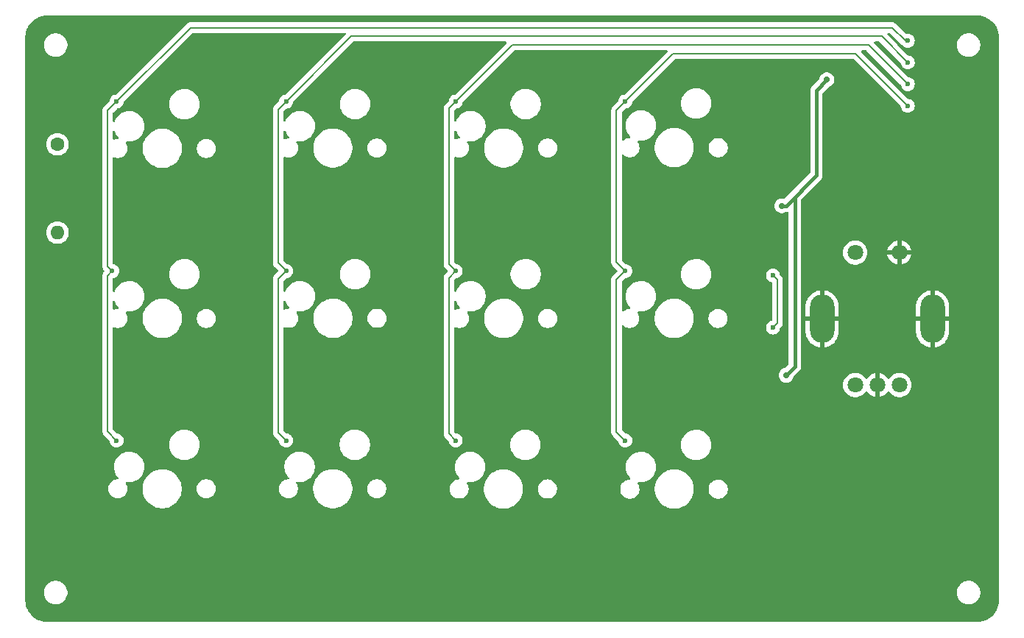
<source format=gbr>
%TF.GenerationSoftware,KiCad,Pcbnew,8.0.5*%
%TF.CreationDate,2024-09-26T23:50:06+10:00*%
%TF.ProjectId,JayPad,4a617950-6164-42e6-9b69-6361645f7063,rev?*%
%TF.SameCoordinates,Original*%
%TF.FileFunction,Copper,L1,Top*%
%TF.FilePolarity,Positive*%
%FSLAX46Y46*%
G04 Gerber Fmt 4.6, Leading zero omitted, Abs format (unit mm)*
G04 Created by KiCad (PCBNEW 8.0.5) date 2024-09-26 23:50:06*
%MOMM*%
%LPD*%
G01*
G04 APERTURE LIST*
%TA.AperFunction,ComponentPad*%
%ADD10C,1.600000*%
%TD*%
%TA.AperFunction,ComponentPad*%
%ADD11O,1.600000X1.600000*%
%TD*%
%TA.AperFunction,ComponentPad*%
%ADD12C,1.800000*%
%TD*%
%TA.AperFunction,ComponentPad*%
%ADD13O,2.800000X5.600000*%
%TD*%
%TA.AperFunction,ViaPad*%
%ADD14C,0.700000*%
%TD*%
%TA.AperFunction,ViaPad*%
%ADD15C,0.600000*%
%TD*%
%TA.AperFunction,Conductor*%
%ADD16C,0.200000*%
%TD*%
%TA.AperFunction,Conductor*%
%ADD17C,0.400000*%
%TD*%
G04 APERTURE END LIST*
D10*
%TO.P,R1,1*%
%TO.N,RGB*%
X95000000Y-73920000D03*
D11*
%TO.P,R1,2*%
%TO.N,Net-(LED4-DIN)*%
X95000000Y-84080000D03*
%TD*%
D12*
%TO.P,SW1,P$1,P$1*%
%TO.N,ENC_SW*%
X186760000Y-86380000D03*
%TO.P,SW1,P$2,P$2*%
%TO.N,GND*%
X191840000Y-86380000D03*
%TO.P,SW1,P$A,P$A*%
%TO.N,ENC_A*%
X186760000Y-101620000D03*
%TO.P,SW1,P$B,P$B*%
%TO.N,ENC_B*%
X191840000Y-101620000D03*
%TO.P,SW1,P$C,P$C*%
%TO.N,GND*%
X189300000Y-101620000D03*
D13*
%TO.P,SW1,P$GND1,P$GND1*%
X182950000Y-94000000D03*
%TO.P,SW1,P$GND2,P$GND2*%
X195650000Y-94000000D03*
%TD*%
D14*
%TO.N,+5V*%
X178299976Y-81000000D03*
X178799999Y-100500009D03*
X183499994Y-66500000D03*
D15*
%TO.N,COL0*%
X101800000Y-69000000D03*
X101800000Y-108000000D03*
X101300000Y-88500000D03*
X192800000Y-62000000D03*
%TO.N,COL1*%
X192800000Y-64500000D03*
X121300000Y-88500000D03*
X121300000Y-69000000D03*
X121300000Y-108000000D03*
%TO.N,COL2*%
X140800000Y-69000000D03*
X140800000Y-108000000D03*
X192800000Y-67000000D03*
X140800000Y-88500000D03*
%TO.N,COL3*%
X160300000Y-88500000D03*
X192800000Y-69500000D03*
X160300000Y-69000000D03*
X160300000Y-108000000D03*
%TO.N,DOUT0*%
X177300000Y-89000010D03*
X177299996Y-95000000D03*
%TD*%
D16*
%TO.N,+5V*%
X182300000Y-77500000D02*
X179800000Y-80000000D01*
D17*
X179800000Y-80000000D02*
X179800000Y-99500008D01*
X179800000Y-99500008D02*
X178799999Y-100500009D01*
X178800000Y-81000000D02*
X178299976Y-81000000D01*
X182300000Y-77500000D02*
X182300000Y-67699994D01*
X182300000Y-77500000D02*
X178800000Y-81000000D01*
X182300000Y-67699994D02*
X183499994Y-66500000D01*
D16*
%TO.N,COL0*%
X101800000Y-69000000D02*
X100766000Y-70034000D01*
X100766000Y-87966000D02*
X101300000Y-88500000D01*
X101300000Y-88500000D02*
X100766000Y-89034000D01*
X110300000Y-60500000D02*
X101800000Y-69000000D01*
X192800000Y-62000000D02*
X192500000Y-62000000D01*
X100766000Y-106966000D02*
X101800000Y-108000000D01*
X191000000Y-60500000D02*
X110300000Y-60500000D01*
X100766000Y-89034000D02*
X100766000Y-106966000D01*
X192500000Y-62000000D02*
X191000000Y-60500000D01*
X100766000Y-70034000D02*
X100766000Y-87966000D01*
%TO.N,COL1*%
X121300000Y-69000000D02*
X128800000Y-61500000D01*
X121300000Y-69000000D02*
X120376000Y-69924000D01*
X120386000Y-89414000D02*
X120386000Y-107086000D01*
X120376000Y-69924000D02*
X120376000Y-87576000D01*
X121300000Y-88500000D02*
X120386000Y-89414000D01*
X128800000Y-61500000D02*
X189800000Y-61500000D01*
X120376000Y-87576000D02*
X121300000Y-88500000D01*
X189800000Y-61500000D02*
X192800000Y-64500000D01*
X120386000Y-107086000D02*
X121300000Y-108000000D01*
%TO.N,COL2*%
X188300000Y-62500000D02*
X192800000Y-67000000D01*
X140800000Y-88500000D02*
X140016000Y-89284000D01*
X140016000Y-89284000D02*
X140016000Y-107216000D01*
X140016000Y-87716000D02*
X140800000Y-88500000D01*
X140800000Y-69000000D02*
X140016000Y-69784000D01*
X140800000Y-69000000D02*
X147300000Y-62500000D01*
X140016000Y-69784000D02*
X140016000Y-87716000D01*
X147300000Y-62500000D02*
X188300000Y-62500000D01*
X140016000Y-107216000D02*
X140800000Y-108000000D01*
%TO.N,COL3*%
X159300000Y-89500000D02*
X159300000Y-107000000D01*
X165800000Y-63500000D02*
X186800000Y-63500000D01*
X160300000Y-69000000D02*
X159300000Y-70000000D01*
X159300000Y-107000000D02*
X160300000Y-108000000D01*
X159300000Y-70000000D02*
X159300000Y-87500000D01*
X159300000Y-87500000D02*
X160300000Y-88500000D01*
X160300000Y-88500000D02*
X159300000Y-89500000D01*
X160300000Y-69000000D02*
X165800000Y-63500000D01*
X186800000Y-63500000D02*
X192800000Y-69500000D01*
%TO.N,DOUT0*%
X177800000Y-94500000D02*
X177300000Y-95000000D01*
X177300000Y-95000000D02*
X177299996Y-95000000D01*
X177300000Y-89000010D02*
X177800000Y-89500010D01*
X177800000Y-89500010D02*
X177800000Y-94500000D01*
%TD*%
%TA.AperFunction,Conductor*%
%TO.N,GND*%
G36*
X200803736Y-59122046D02*
G01*
X201093795Y-59139591D01*
X201108656Y-59141395D01*
X201390799Y-59193100D01*
X201405324Y-59196681D01*
X201679179Y-59282018D01*
X201693153Y-59287317D01*
X201954749Y-59405052D01*
X201967973Y-59411993D01*
X202213459Y-59560395D01*
X202225770Y-59568893D01*
X202451542Y-59745774D01*
X202451561Y-59745789D01*
X202462770Y-59755719D01*
X202665591Y-59958542D01*
X202675520Y-59969750D01*
X202852414Y-60195540D01*
X202860920Y-60207864D01*
X203009301Y-60453320D01*
X203016260Y-60466578D01*
X203133979Y-60728142D01*
X203139289Y-60742143D01*
X203224622Y-61015991D01*
X203228205Y-61030530D01*
X203279905Y-61312656D01*
X203281710Y-61327521D01*
X203299273Y-61617912D01*
X203299499Y-61625398D01*
X203299499Y-61697196D01*
X203299500Y-61697209D01*
X203299500Y-126305169D01*
X203299499Y-126305187D01*
X203299499Y-126374924D01*
X203299273Y-126382410D01*
X203281731Y-126672465D01*
X203279926Y-126687330D01*
X203228226Y-126969453D01*
X203224643Y-126983992D01*
X203139311Y-127257838D01*
X203134001Y-127271839D01*
X203016283Y-127533398D01*
X203009323Y-127546658D01*
X202860937Y-127792113D01*
X202852431Y-127804436D01*
X202675536Y-128030223D01*
X202665606Y-128041431D01*
X202462792Y-128244241D01*
X202451584Y-128254171D01*
X202225790Y-128431064D01*
X202213466Y-128439570D01*
X201968005Y-128587951D01*
X201954745Y-128594910D01*
X201693183Y-128712622D01*
X201679183Y-128717931D01*
X201405339Y-128803257D01*
X201390799Y-128806840D01*
X201108677Y-128858533D01*
X201093812Y-128860338D01*
X200802649Y-128877940D01*
X200795164Y-128878166D01*
X200741863Y-128878165D01*
X200734125Y-128878165D01*
X200734124Y-128878165D01*
X200725501Y-128878165D01*
X200725473Y-128878167D01*
X93803751Y-128878167D01*
X93796264Y-128877941D01*
X93506199Y-128860395D01*
X93491335Y-128858590D01*
X93209204Y-128806888D01*
X93194665Y-128803305D01*
X92920809Y-128717969D01*
X92906809Y-128712659D01*
X92645247Y-128594942D01*
X92631988Y-128587983D01*
X92386519Y-128439595D01*
X92374196Y-128431089D01*
X92148405Y-128254196D01*
X92137197Y-128244267D01*
X91934372Y-128041447D01*
X91924442Y-128030239D01*
X91747541Y-127804448D01*
X91739037Y-127792127D01*
X91590641Y-127546658D01*
X91583682Y-127533400D01*
X91465957Y-127271837D01*
X91460647Y-127257836D01*
X91375307Y-126983987D01*
X91371724Y-126969449D01*
X91343829Y-126817246D01*
X91320016Y-126687319D01*
X91318211Y-126672460D01*
X91317157Y-126655048D01*
X91300726Y-126383496D01*
X91300500Y-126376007D01*
X91300500Y-125393713D01*
X93449500Y-125393713D01*
X93449500Y-125606286D01*
X93482753Y-125816239D01*
X93548444Y-126018414D01*
X93644951Y-126207820D01*
X93769890Y-126379786D01*
X93920213Y-126530109D01*
X94092179Y-126655048D01*
X94092181Y-126655049D01*
X94092184Y-126655051D01*
X94281588Y-126751557D01*
X94483757Y-126817246D01*
X94693713Y-126850500D01*
X94693714Y-126850500D01*
X94906286Y-126850500D01*
X94906287Y-126850500D01*
X95116243Y-126817246D01*
X95318412Y-126751557D01*
X95507816Y-126655051D01*
X95529789Y-126639086D01*
X95679786Y-126530109D01*
X95679788Y-126530106D01*
X95679792Y-126530104D01*
X95830104Y-126379792D01*
X95830106Y-126379788D01*
X95830109Y-126379786D01*
X95955048Y-126207820D01*
X95955047Y-126207820D01*
X95955051Y-126207816D01*
X96051557Y-126018412D01*
X96117246Y-125816243D01*
X96150500Y-125606287D01*
X96150500Y-125393713D01*
X198449500Y-125393713D01*
X198449500Y-125606286D01*
X198482753Y-125816239D01*
X198548444Y-126018414D01*
X198644951Y-126207820D01*
X198769890Y-126379786D01*
X198920213Y-126530109D01*
X199092179Y-126655048D01*
X199092181Y-126655049D01*
X199092184Y-126655051D01*
X199281588Y-126751557D01*
X199483757Y-126817246D01*
X199693713Y-126850500D01*
X199693714Y-126850500D01*
X199906286Y-126850500D01*
X199906287Y-126850500D01*
X200116243Y-126817246D01*
X200318412Y-126751557D01*
X200507816Y-126655051D01*
X200529789Y-126639086D01*
X200679786Y-126530109D01*
X200679788Y-126530106D01*
X200679792Y-126530104D01*
X200830104Y-126379792D01*
X200830106Y-126379788D01*
X200830109Y-126379786D01*
X200955048Y-126207820D01*
X200955047Y-126207820D01*
X200955051Y-126207816D01*
X201051557Y-126018412D01*
X201117246Y-125816243D01*
X201150500Y-125606287D01*
X201150500Y-125393713D01*
X201117246Y-125183757D01*
X201051557Y-124981588D01*
X200955051Y-124792184D01*
X200955049Y-124792181D01*
X200955048Y-124792179D01*
X200830109Y-124620213D01*
X200679786Y-124469890D01*
X200507820Y-124344951D01*
X200318414Y-124248444D01*
X200318413Y-124248443D01*
X200318412Y-124248443D01*
X200116243Y-124182754D01*
X200116241Y-124182753D01*
X200116240Y-124182753D01*
X199954957Y-124157208D01*
X199906287Y-124149500D01*
X199693713Y-124149500D01*
X199645042Y-124157208D01*
X199483760Y-124182753D01*
X199281585Y-124248444D01*
X199092179Y-124344951D01*
X198920213Y-124469890D01*
X198769890Y-124620213D01*
X198644951Y-124792179D01*
X198548444Y-124981585D01*
X198482753Y-125183760D01*
X198449500Y-125393713D01*
X96150500Y-125393713D01*
X96117246Y-125183757D01*
X96051557Y-124981588D01*
X95955051Y-124792184D01*
X95955049Y-124792181D01*
X95955048Y-124792179D01*
X95830109Y-124620213D01*
X95679786Y-124469890D01*
X95507820Y-124344951D01*
X95318414Y-124248444D01*
X95318413Y-124248443D01*
X95318412Y-124248443D01*
X95116243Y-124182754D01*
X95116241Y-124182753D01*
X95116240Y-124182753D01*
X94954957Y-124157208D01*
X94906287Y-124149500D01*
X94693713Y-124149500D01*
X94645042Y-124157208D01*
X94483760Y-124182753D01*
X94281585Y-124248444D01*
X94092179Y-124344951D01*
X93920213Y-124469890D01*
X93769890Y-124620213D01*
X93644951Y-124792179D01*
X93548444Y-124981585D01*
X93482753Y-125183760D01*
X93449500Y-125393713D01*
X91300500Y-125393713D01*
X91300500Y-113483389D01*
X100849500Y-113483389D01*
X100849500Y-113656610D01*
X100875013Y-113817697D01*
X100876598Y-113827701D01*
X100926878Y-113982447D01*
X100930128Y-113992447D01*
X101003673Y-114136788D01*
X101008768Y-114146788D01*
X101110586Y-114286928D01*
X101233072Y-114409414D01*
X101373212Y-114511232D01*
X101527555Y-114589873D01*
X101692299Y-114643402D01*
X101863389Y-114670500D01*
X101863390Y-114670500D01*
X102036610Y-114670500D01*
X102036611Y-114670500D01*
X102207701Y-114643402D01*
X102372445Y-114589873D01*
X102526788Y-114511232D01*
X102666928Y-114409414D01*
X102789414Y-114286928D01*
X102891232Y-114146788D01*
X102969873Y-113992445D01*
X103023402Y-113827701D01*
X103050500Y-113656611D01*
X103050500Y-113483389D01*
X103040854Y-113422486D01*
X104799500Y-113422486D01*
X104799500Y-113717513D01*
X104831571Y-113961113D01*
X104838007Y-114009993D01*
X104912212Y-114286930D01*
X104914361Y-114294951D01*
X104914364Y-114294961D01*
X105027254Y-114567500D01*
X105027258Y-114567510D01*
X105174761Y-114822993D01*
X105354352Y-115057040D01*
X105354358Y-115057047D01*
X105562952Y-115265641D01*
X105562959Y-115265647D01*
X105797006Y-115445238D01*
X106052489Y-115592741D01*
X106052490Y-115592741D01*
X106052493Y-115592743D01*
X106325048Y-115705639D01*
X106610007Y-115781993D01*
X106902494Y-115820500D01*
X106902501Y-115820500D01*
X107197499Y-115820500D01*
X107197506Y-115820500D01*
X107489993Y-115781993D01*
X107774952Y-115705639D01*
X108047507Y-115592743D01*
X108302994Y-115445238D01*
X108537042Y-115265646D01*
X108745646Y-115057042D01*
X108925238Y-114822994D01*
X109072743Y-114567507D01*
X109185639Y-114294952D01*
X109261993Y-114009993D01*
X109300500Y-113717506D01*
X109300500Y-113483389D01*
X111009500Y-113483389D01*
X111009500Y-113656610D01*
X111035013Y-113817697D01*
X111036598Y-113827701D01*
X111086878Y-113982447D01*
X111090128Y-113992447D01*
X111163673Y-114136788D01*
X111168768Y-114146788D01*
X111270586Y-114286928D01*
X111393072Y-114409414D01*
X111533212Y-114511232D01*
X111687555Y-114589873D01*
X111852299Y-114643402D01*
X112023389Y-114670500D01*
X112023390Y-114670500D01*
X112196610Y-114670500D01*
X112196611Y-114670500D01*
X112367701Y-114643402D01*
X112532445Y-114589873D01*
X112686788Y-114511232D01*
X112826928Y-114409414D01*
X112949414Y-114286928D01*
X113051232Y-114146788D01*
X113129873Y-113992445D01*
X113183402Y-113827701D01*
X113210500Y-113656611D01*
X113210500Y-113483389D01*
X113208916Y-113473389D01*
X120464500Y-113473389D01*
X120464500Y-113646610D01*
X120477312Y-113727506D01*
X120491598Y-113817701D01*
X120501344Y-113847697D01*
X120545128Y-113982447D01*
X120569349Y-114029984D01*
X120623768Y-114136788D01*
X120725586Y-114276928D01*
X120848072Y-114399414D01*
X120988212Y-114501232D01*
X121142555Y-114579873D01*
X121307299Y-114633402D01*
X121478389Y-114660500D01*
X121478390Y-114660500D01*
X121651610Y-114660500D01*
X121651611Y-114660500D01*
X121822701Y-114633402D01*
X121987445Y-114579873D01*
X122141788Y-114501232D01*
X122281928Y-114399414D01*
X122404414Y-114276928D01*
X122506232Y-114136788D01*
X122584873Y-113982445D01*
X122638402Y-113817701D01*
X122665500Y-113646611D01*
X122665500Y-113473389D01*
X122655854Y-113412486D01*
X124414500Y-113412486D01*
X124414500Y-113707513D01*
X124432957Y-113847701D01*
X124453007Y-113999993D01*
X124527212Y-114276930D01*
X124529361Y-114284951D01*
X124529364Y-114284961D01*
X124642254Y-114557500D01*
X124642258Y-114557510D01*
X124789761Y-114812993D01*
X124969352Y-115047040D01*
X124969358Y-115047047D01*
X125177952Y-115255641D01*
X125177959Y-115255647D01*
X125412006Y-115435238D01*
X125667489Y-115582741D01*
X125667490Y-115582741D01*
X125667493Y-115582743D01*
X125940048Y-115695639D01*
X126225007Y-115771993D01*
X126517494Y-115810500D01*
X126517501Y-115810500D01*
X126812499Y-115810500D01*
X126812506Y-115810500D01*
X127104993Y-115771993D01*
X127389952Y-115695639D01*
X127662507Y-115582743D01*
X127917994Y-115435238D01*
X128152042Y-115255646D01*
X128360646Y-115047042D01*
X128540238Y-114812994D01*
X128687743Y-114557507D01*
X128800639Y-114284952D01*
X128876993Y-113999993D01*
X128915500Y-113707506D01*
X128915500Y-113473389D01*
X130624500Y-113473389D01*
X130624500Y-113646610D01*
X130637312Y-113727506D01*
X130651598Y-113817701D01*
X130661344Y-113847697D01*
X130705128Y-113982447D01*
X130729349Y-114029984D01*
X130783768Y-114136788D01*
X130885586Y-114276928D01*
X131008072Y-114399414D01*
X131148212Y-114501232D01*
X131302555Y-114579873D01*
X131467299Y-114633402D01*
X131638389Y-114660500D01*
X131638390Y-114660500D01*
X131811610Y-114660500D01*
X131811611Y-114660500D01*
X131982701Y-114633402D01*
X132147445Y-114579873D01*
X132301788Y-114501232D01*
X132441928Y-114399414D01*
X132564414Y-114276928D01*
X132666232Y-114136788D01*
X132744873Y-113982445D01*
X132798402Y-113817701D01*
X132825500Y-113646611D01*
X132825500Y-113493389D01*
X140089500Y-113493389D01*
X140089500Y-113666610D01*
X140115013Y-113827697D01*
X140116598Y-113837701D01*
X140170127Y-114002445D01*
X140248768Y-114156788D01*
X140350586Y-114296928D01*
X140473072Y-114419414D01*
X140613212Y-114521232D01*
X140767555Y-114599873D01*
X140932299Y-114653402D01*
X141103389Y-114680500D01*
X141103390Y-114680500D01*
X141276610Y-114680500D01*
X141276611Y-114680500D01*
X141447701Y-114653402D01*
X141612445Y-114599873D01*
X141766788Y-114521232D01*
X141906928Y-114419414D01*
X142029414Y-114296928D01*
X142131232Y-114156788D01*
X142209873Y-114002445D01*
X142263402Y-113837701D01*
X142290500Y-113666611D01*
X142290500Y-113493389D01*
X142280854Y-113432486D01*
X144039500Y-113432486D01*
X144039500Y-113727513D01*
X144055324Y-113847701D01*
X144078007Y-114019993D01*
X144152212Y-114296930D01*
X144154361Y-114304951D01*
X144154364Y-114304961D01*
X144267254Y-114577500D01*
X144267258Y-114577510D01*
X144414761Y-114832993D01*
X144594352Y-115067040D01*
X144594358Y-115067047D01*
X144802952Y-115275641D01*
X144802959Y-115275647D01*
X145037006Y-115455238D01*
X145292489Y-115602741D01*
X145292490Y-115602741D01*
X145292493Y-115602743D01*
X145565048Y-115715639D01*
X145850007Y-115791993D01*
X146142494Y-115830500D01*
X146142501Y-115830500D01*
X146437499Y-115830500D01*
X146437506Y-115830500D01*
X146729993Y-115791993D01*
X147014952Y-115715639D01*
X147287507Y-115602743D01*
X147542994Y-115455238D01*
X147777042Y-115275646D01*
X147985646Y-115067042D01*
X148165238Y-114832994D01*
X148312743Y-114577507D01*
X148425639Y-114304952D01*
X148501993Y-114019993D01*
X148540500Y-113727506D01*
X148540500Y-113493389D01*
X150249500Y-113493389D01*
X150249500Y-113666610D01*
X150275013Y-113827697D01*
X150276598Y-113837701D01*
X150330127Y-114002445D01*
X150408768Y-114156788D01*
X150510586Y-114296928D01*
X150633072Y-114419414D01*
X150773212Y-114521232D01*
X150927555Y-114599873D01*
X151092299Y-114653402D01*
X151263389Y-114680500D01*
X151263390Y-114680500D01*
X151436610Y-114680500D01*
X151436611Y-114680500D01*
X151607701Y-114653402D01*
X151772445Y-114599873D01*
X151926788Y-114521232D01*
X152066928Y-114419414D01*
X152189414Y-114296928D01*
X152291232Y-114156788D01*
X152369873Y-114002445D01*
X152423402Y-113837701D01*
X152450500Y-113666611D01*
X152450500Y-113503389D01*
X159729500Y-113503389D01*
X159729500Y-113676610D01*
X159755013Y-113837697D01*
X159756598Y-113847701D01*
X159810127Y-114012445D01*
X159888768Y-114166788D01*
X159990586Y-114306928D01*
X160113072Y-114429414D01*
X160253212Y-114531232D01*
X160407555Y-114609873D01*
X160572299Y-114663402D01*
X160743389Y-114690500D01*
X160743390Y-114690500D01*
X160916610Y-114690500D01*
X160916611Y-114690500D01*
X161087701Y-114663402D01*
X161252445Y-114609873D01*
X161406788Y-114531232D01*
X161546928Y-114429414D01*
X161669414Y-114306928D01*
X161771232Y-114166788D01*
X161849873Y-114012445D01*
X161903402Y-113847701D01*
X161930500Y-113676611D01*
X161930500Y-113503389D01*
X161920854Y-113442486D01*
X163679500Y-113442486D01*
X163679500Y-113737513D01*
X163711571Y-113981113D01*
X163718007Y-114029993D01*
X163792212Y-114306930D01*
X163794361Y-114314951D01*
X163794364Y-114314961D01*
X163907254Y-114587500D01*
X163907258Y-114587510D01*
X164054761Y-114842993D01*
X164234352Y-115077040D01*
X164234358Y-115077047D01*
X164442952Y-115285641D01*
X164442959Y-115285647D01*
X164677006Y-115465238D01*
X164932489Y-115612741D01*
X164932490Y-115612741D01*
X164932493Y-115612743D01*
X165205048Y-115725639D01*
X165490007Y-115801993D01*
X165782494Y-115840500D01*
X165782501Y-115840500D01*
X166077499Y-115840500D01*
X166077506Y-115840500D01*
X166369993Y-115801993D01*
X166654952Y-115725639D01*
X166927507Y-115612743D01*
X167182994Y-115465238D01*
X167417042Y-115285646D01*
X167625646Y-115077042D01*
X167805238Y-114842994D01*
X167952743Y-114587507D01*
X168065639Y-114314952D01*
X168141993Y-114029993D01*
X168180500Y-113737506D01*
X168180500Y-113503389D01*
X169889500Y-113503389D01*
X169889500Y-113676610D01*
X169915013Y-113837697D01*
X169916598Y-113847701D01*
X169970127Y-114012445D01*
X170048768Y-114166788D01*
X170150586Y-114306928D01*
X170273072Y-114429414D01*
X170413212Y-114531232D01*
X170567555Y-114609873D01*
X170732299Y-114663402D01*
X170903389Y-114690500D01*
X170903390Y-114690500D01*
X171076610Y-114690500D01*
X171076611Y-114690500D01*
X171247701Y-114663402D01*
X171412445Y-114609873D01*
X171566788Y-114531232D01*
X171706928Y-114429414D01*
X171829414Y-114306928D01*
X171931232Y-114166788D01*
X172009873Y-114012445D01*
X172063402Y-113847701D01*
X172090500Y-113676611D01*
X172090500Y-113503389D01*
X172063402Y-113332299D01*
X172009873Y-113167555D01*
X171931232Y-113013212D01*
X171829414Y-112873072D01*
X171706928Y-112750586D01*
X171566788Y-112648768D01*
X171516886Y-112623342D01*
X171412447Y-112570128D01*
X171412446Y-112570127D01*
X171412445Y-112570127D01*
X171247701Y-112516598D01*
X171247699Y-112516597D01*
X171247698Y-112516597D01*
X171116271Y-112495781D01*
X171076611Y-112489500D01*
X170903389Y-112489500D01*
X170863728Y-112495781D01*
X170732302Y-112516597D01*
X170567552Y-112570128D01*
X170413211Y-112648768D01*
X170333256Y-112706859D01*
X170273072Y-112750586D01*
X170273070Y-112750588D01*
X170273069Y-112750588D01*
X170150588Y-112873069D01*
X170150588Y-112873070D01*
X170150586Y-112873072D01*
X170137109Y-112891622D01*
X170048768Y-113013211D01*
X169970128Y-113167552D01*
X169916597Y-113332302D01*
X169889500Y-113503389D01*
X168180500Y-113503389D01*
X168180500Y-113442494D01*
X168141993Y-113150007D01*
X168065639Y-112865048D01*
X168056535Y-112843070D01*
X168026476Y-112770500D01*
X167952743Y-112592493D01*
X167946967Y-112582489D01*
X167805238Y-112337006D01*
X167625647Y-112102959D01*
X167625641Y-112102952D01*
X167417047Y-111894358D01*
X167417040Y-111894352D01*
X167182993Y-111714761D01*
X166927510Y-111567258D01*
X166927500Y-111567254D01*
X166654961Y-111454364D01*
X166654954Y-111454362D01*
X166654952Y-111454361D01*
X166369993Y-111378007D01*
X166321113Y-111371571D01*
X166077513Y-111339500D01*
X166077506Y-111339500D01*
X165782494Y-111339500D01*
X165782486Y-111339500D01*
X165504085Y-111376153D01*
X165490007Y-111378007D01*
X165242369Y-111444361D01*
X165205048Y-111454361D01*
X165205038Y-111454364D01*
X164932499Y-111567254D01*
X164932489Y-111567258D01*
X164677006Y-111714761D01*
X164442959Y-111894352D01*
X164442952Y-111894358D01*
X164234358Y-112102952D01*
X164234352Y-112102959D01*
X164054761Y-112337006D01*
X163907258Y-112592489D01*
X163907254Y-112592499D01*
X163794364Y-112865038D01*
X163794361Y-112865048D01*
X163720685Y-113140015D01*
X163718008Y-113150004D01*
X163718006Y-113150015D01*
X163679500Y-113442486D01*
X161920854Y-113442486D01*
X161903402Y-113332299D01*
X161849873Y-113167555D01*
X161771232Y-113013212D01*
X161745232Y-112977427D01*
X161721753Y-112911622D01*
X161737578Y-112843568D01*
X161787684Y-112794873D01*
X161856162Y-112780997D01*
X161861705Y-112781599D01*
X162005266Y-112800500D01*
X162005273Y-112800500D01*
X162234727Y-112800500D01*
X162234734Y-112800500D01*
X162462238Y-112770548D01*
X162683887Y-112711158D01*
X162895888Y-112623344D01*
X163094612Y-112508611D01*
X163276661Y-112368919D01*
X163276665Y-112368914D01*
X163276670Y-112368911D01*
X163438911Y-112206670D01*
X163438914Y-112206665D01*
X163438919Y-112206661D01*
X163578611Y-112024612D01*
X163693344Y-111825888D01*
X163781158Y-111613887D01*
X163840548Y-111392238D01*
X163870500Y-111164734D01*
X163870500Y-110935266D01*
X163840548Y-110707762D01*
X163781158Y-110486113D01*
X163693344Y-110274112D01*
X163578611Y-110075388D01*
X163578608Y-110075385D01*
X163578607Y-110075382D01*
X163438918Y-109893338D01*
X163438911Y-109893330D01*
X163276670Y-109731089D01*
X163276661Y-109731081D01*
X163094617Y-109591392D01*
X163077296Y-109581392D01*
X162895888Y-109476656D01*
X162895876Y-109476650D01*
X162683887Y-109388842D01*
X162609245Y-109368842D01*
X162462238Y-109329452D01*
X162424215Y-109324446D01*
X162234741Y-109299500D01*
X162234734Y-109299500D01*
X162005266Y-109299500D01*
X162005258Y-109299500D01*
X161788715Y-109328009D01*
X161777762Y-109329452D01*
X161684076Y-109354554D01*
X161556112Y-109388842D01*
X161344123Y-109476650D01*
X161344109Y-109476657D01*
X161145382Y-109591392D01*
X160963338Y-109731081D01*
X160801081Y-109893338D01*
X160661392Y-110075382D01*
X160546657Y-110274109D01*
X160546650Y-110274123D01*
X160462984Y-110476113D01*
X160458842Y-110486113D01*
X160402132Y-110697762D01*
X160399453Y-110707759D01*
X160399451Y-110707770D01*
X160369500Y-110935258D01*
X160369500Y-111164741D01*
X160388559Y-111309500D01*
X160399452Y-111392238D01*
X160446347Y-111567254D01*
X160458842Y-111613887D01*
X160546650Y-111825876D01*
X160546657Y-111825890D01*
X160586184Y-111894352D01*
X160655618Y-112014617D01*
X160661392Y-112024617D01*
X160801081Y-112206661D01*
X160801089Y-112206670D01*
X160872238Y-112277819D01*
X160905723Y-112339142D01*
X160900739Y-112408834D01*
X160858867Y-112464767D01*
X160793403Y-112489184D01*
X160784557Y-112489500D01*
X160743389Y-112489500D01*
X160703728Y-112495781D01*
X160572302Y-112516597D01*
X160407552Y-112570128D01*
X160253211Y-112648768D01*
X160173256Y-112706859D01*
X160113072Y-112750586D01*
X160113070Y-112750588D01*
X160113069Y-112750588D01*
X159990588Y-112873069D01*
X159990588Y-112873070D01*
X159990586Y-112873072D01*
X159977109Y-112891622D01*
X159888768Y-113013211D01*
X159810128Y-113167552D01*
X159756597Y-113332302D01*
X159729500Y-113503389D01*
X152450500Y-113503389D01*
X152450500Y-113493389D01*
X152423402Y-113322299D01*
X152369873Y-113157555D01*
X152291232Y-113003212D01*
X152189414Y-112863072D01*
X152066928Y-112740586D01*
X151926788Y-112638768D01*
X151772445Y-112560127D01*
X151607701Y-112506598D01*
X151607699Y-112506597D01*
X151607698Y-112506597D01*
X151476271Y-112485781D01*
X151436611Y-112479500D01*
X151263389Y-112479500D01*
X151223728Y-112485781D01*
X151092302Y-112506597D01*
X150927552Y-112560128D01*
X150773211Y-112638768D01*
X150693256Y-112696859D01*
X150633072Y-112740586D01*
X150633070Y-112740588D01*
X150633069Y-112740588D01*
X150510588Y-112863069D01*
X150510588Y-112863070D01*
X150510586Y-112863072D01*
X150503323Y-112873069D01*
X150408768Y-113003211D01*
X150330128Y-113157552D01*
X150276597Y-113322302D01*
X150249500Y-113493389D01*
X148540500Y-113493389D01*
X148540500Y-113432494D01*
X148501993Y-113140007D01*
X148425639Y-112855048D01*
X148312743Y-112582493D01*
X148306967Y-112572489D01*
X148165238Y-112327006D01*
X147985647Y-112092959D01*
X147985641Y-112092952D01*
X147777047Y-111884358D01*
X147777040Y-111884352D01*
X147542993Y-111704761D01*
X147287510Y-111557258D01*
X147287500Y-111557254D01*
X147014961Y-111444364D01*
X147014954Y-111444362D01*
X147014952Y-111444361D01*
X146729993Y-111368007D01*
X146681113Y-111361571D01*
X146437513Y-111329500D01*
X146437506Y-111329500D01*
X146142494Y-111329500D01*
X146142486Y-111329500D01*
X145864085Y-111366153D01*
X145850007Y-111368007D01*
X145602369Y-111434361D01*
X145565048Y-111444361D01*
X145565038Y-111444364D01*
X145292499Y-111557254D01*
X145292489Y-111557258D01*
X145037006Y-111704761D01*
X144802959Y-111884352D01*
X144802952Y-111884358D01*
X144594358Y-112092952D01*
X144594352Y-112092959D01*
X144414761Y-112327006D01*
X144267258Y-112582489D01*
X144267254Y-112582499D01*
X144154364Y-112855038D01*
X144154361Y-112855048D01*
X144080685Y-113130015D01*
X144078008Y-113140004D01*
X144078006Y-113140015D01*
X144039500Y-113432486D01*
X142280854Y-113432486D01*
X142263402Y-113322299D01*
X142209873Y-113157555D01*
X142131232Y-113003212D01*
X142105232Y-112967427D01*
X142081753Y-112901622D01*
X142097578Y-112833568D01*
X142147684Y-112784873D01*
X142216162Y-112770997D01*
X142221705Y-112771599D01*
X142365266Y-112790500D01*
X142365273Y-112790500D01*
X142594727Y-112790500D01*
X142594734Y-112790500D01*
X142822238Y-112760548D01*
X143043887Y-112701158D01*
X143255888Y-112613344D01*
X143454612Y-112498611D01*
X143636661Y-112358919D01*
X143636665Y-112358914D01*
X143636670Y-112358911D01*
X143798911Y-112196670D01*
X143798914Y-112196665D01*
X143798919Y-112196661D01*
X143938611Y-112014612D01*
X144053344Y-111815888D01*
X144141158Y-111603887D01*
X144200548Y-111382238D01*
X144230500Y-111154734D01*
X144230500Y-110925266D01*
X144200548Y-110697762D01*
X144141158Y-110476113D01*
X144057491Y-110274123D01*
X144053349Y-110264123D01*
X144053346Y-110264117D01*
X144053344Y-110264112D01*
X143938611Y-110065388D01*
X143938608Y-110065385D01*
X143938607Y-110065382D01*
X143806592Y-109893339D01*
X143798919Y-109883339D01*
X143798918Y-109883338D01*
X143798911Y-109883330D01*
X143636670Y-109721089D01*
X143636661Y-109721081D01*
X143454617Y-109581392D01*
X143437296Y-109571392D01*
X143370620Y-109532896D01*
X143255890Y-109466657D01*
X143255876Y-109466650D01*
X143043887Y-109378842D01*
X142969245Y-109358842D01*
X142822238Y-109319452D01*
X142784215Y-109314446D01*
X142594741Y-109289500D01*
X142594734Y-109289500D01*
X142365266Y-109289500D01*
X142365258Y-109289500D01*
X142148715Y-109318009D01*
X142137762Y-109319452D01*
X142044076Y-109344554D01*
X141916112Y-109378842D01*
X141704123Y-109466650D01*
X141704109Y-109466657D01*
X141505382Y-109581392D01*
X141323338Y-109721081D01*
X141161081Y-109883338D01*
X141021392Y-110065382D01*
X140906657Y-110264109D01*
X140906650Y-110264123D01*
X140818842Y-110476112D01*
X140784554Y-110604076D01*
X140762132Y-110687762D01*
X140759453Y-110697759D01*
X140759451Y-110697770D01*
X140729500Y-110925258D01*
X140729500Y-111154741D01*
X140730817Y-111164741D01*
X140759452Y-111382238D01*
X140806347Y-111557254D01*
X140818842Y-111603887D01*
X140906650Y-111815876D01*
X140906657Y-111815890D01*
X140972896Y-111930620D01*
X141015618Y-112004617D01*
X141021392Y-112014617D01*
X141161081Y-112196661D01*
X141161089Y-112196670D01*
X141232238Y-112267819D01*
X141265723Y-112329142D01*
X141260739Y-112398834D01*
X141218867Y-112454767D01*
X141153403Y-112479184D01*
X141144557Y-112479500D01*
X141103389Y-112479500D01*
X141063728Y-112485781D01*
X140932302Y-112506597D01*
X140767552Y-112560128D01*
X140613211Y-112638768D01*
X140533256Y-112696859D01*
X140473072Y-112740586D01*
X140473070Y-112740588D01*
X140473069Y-112740588D01*
X140350588Y-112863069D01*
X140350588Y-112863070D01*
X140350586Y-112863072D01*
X140343323Y-112873069D01*
X140248768Y-113003211D01*
X140170128Y-113157552D01*
X140116597Y-113322302D01*
X140089500Y-113493389D01*
X132825500Y-113493389D01*
X132825500Y-113473389D01*
X132798402Y-113302299D01*
X132744873Y-113137555D01*
X132666232Y-112983212D01*
X132564414Y-112843072D01*
X132441928Y-112720586D01*
X132301788Y-112618768D01*
X132147445Y-112540127D01*
X131982701Y-112486598D01*
X131982699Y-112486597D01*
X131982698Y-112486597D01*
X131851271Y-112465781D01*
X131811611Y-112459500D01*
X131638389Y-112459500D01*
X131598728Y-112465781D01*
X131467302Y-112486597D01*
X131302552Y-112540128D01*
X131148211Y-112618768D01*
X131068256Y-112676859D01*
X131008072Y-112720586D01*
X131008070Y-112720588D01*
X131008069Y-112720588D01*
X130885588Y-112843069D01*
X130885588Y-112843070D01*
X130885586Y-112843072D01*
X130863792Y-112873069D01*
X130783768Y-112983211D01*
X130705128Y-113137552D01*
X130651597Y-113302302D01*
X130624500Y-113473389D01*
X128915500Y-113473389D01*
X128915500Y-113412494D01*
X128876993Y-113120007D01*
X128800639Y-112835048D01*
X128687743Y-112562493D01*
X128680385Y-112549749D01*
X128540238Y-112307006D01*
X128360647Y-112072959D01*
X128360641Y-112072952D01*
X128152047Y-111864358D01*
X128152040Y-111864352D01*
X127917993Y-111684761D01*
X127662510Y-111537258D01*
X127662500Y-111537254D01*
X127389961Y-111424364D01*
X127389954Y-111424362D01*
X127389952Y-111424361D01*
X127104993Y-111348007D01*
X127040377Y-111339500D01*
X126812513Y-111309500D01*
X126812506Y-111309500D01*
X126517494Y-111309500D01*
X126517486Y-111309500D01*
X126239085Y-111346153D01*
X126225007Y-111348007D01*
X126097247Y-111382240D01*
X125940048Y-111424361D01*
X125940038Y-111424364D01*
X125667499Y-111537254D01*
X125667489Y-111537258D01*
X125412006Y-111684761D01*
X125177959Y-111864352D01*
X125177952Y-111864358D01*
X124969358Y-112072952D01*
X124969352Y-112072959D01*
X124789761Y-112307006D01*
X124642258Y-112562489D01*
X124642254Y-112562499D01*
X124529364Y-112835038D01*
X124529361Y-112835048D01*
X124481623Y-113013212D01*
X124453008Y-113120004D01*
X124453006Y-113120015D01*
X124414500Y-113412486D01*
X122655854Y-113412486D01*
X122638402Y-113302299D01*
X122584873Y-113137555D01*
X122506232Y-112983212D01*
X122480232Y-112947427D01*
X122456753Y-112881622D01*
X122472578Y-112813568D01*
X122522684Y-112764873D01*
X122591162Y-112750997D01*
X122596705Y-112751599D01*
X122740266Y-112770500D01*
X122740273Y-112770500D01*
X122969727Y-112770500D01*
X122969734Y-112770500D01*
X123197238Y-112740548D01*
X123418887Y-112681158D01*
X123630888Y-112593344D01*
X123829612Y-112478611D01*
X124011661Y-112338919D01*
X124011665Y-112338914D01*
X124011670Y-112338911D01*
X124173911Y-112176670D01*
X124173914Y-112176665D01*
X124173919Y-112176661D01*
X124313611Y-111994612D01*
X124428344Y-111795888D01*
X124516158Y-111583887D01*
X124575548Y-111362238D01*
X124605500Y-111134734D01*
X124605500Y-110905266D01*
X124575548Y-110677762D01*
X124516158Y-110456113D01*
X124440775Y-110274123D01*
X124428349Y-110244123D01*
X124428346Y-110244117D01*
X124428344Y-110244112D01*
X124313611Y-110045388D01*
X124313608Y-110045385D01*
X124313607Y-110045382D01*
X124196932Y-109893330D01*
X124173919Y-109863339D01*
X124173918Y-109863338D01*
X124173911Y-109863330D01*
X124011670Y-109701089D01*
X124011661Y-109701081D01*
X123829617Y-109561392D01*
X123630890Y-109446657D01*
X123630876Y-109446650D01*
X123418887Y-109358842D01*
X123197238Y-109299452D01*
X123159215Y-109294446D01*
X122969741Y-109269500D01*
X122969734Y-109269500D01*
X122740266Y-109269500D01*
X122740258Y-109269500D01*
X122523715Y-109298009D01*
X122512762Y-109299452D01*
X122419076Y-109324554D01*
X122291112Y-109358842D01*
X122079123Y-109446650D01*
X122079109Y-109446657D01*
X121880382Y-109561392D01*
X121698338Y-109701081D01*
X121536081Y-109863338D01*
X121396392Y-110045382D01*
X121281657Y-110244109D01*
X121281650Y-110244123D01*
X121193842Y-110456112D01*
X121134453Y-110677759D01*
X121134451Y-110677770D01*
X121104500Y-110905258D01*
X121104500Y-111134741D01*
X121127509Y-111309500D01*
X121134452Y-111362238D01*
X121159136Y-111454361D01*
X121193842Y-111583887D01*
X121281650Y-111795876D01*
X121281657Y-111795890D01*
X121396392Y-111994617D01*
X121536081Y-112176661D01*
X121536089Y-112176670D01*
X121607238Y-112247819D01*
X121640723Y-112309142D01*
X121635739Y-112378834D01*
X121593867Y-112434767D01*
X121528403Y-112459184D01*
X121519557Y-112459500D01*
X121478389Y-112459500D01*
X121438728Y-112465781D01*
X121307302Y-112486597D01*
X121142552Y-112540128D01*
X120988211Y-112618768D01*
X120908256Y-112676859D01*
X120848072Y-112720586D01*
X120848070Y-112720588D01*
X120848069Y-112720588D01*
X120725588Y-112843069D01*
X120725588Y-112843070D01*
X120725586Y-112843072D01*
X120703792Y-112873069D01*
X120623768Y-112983211D01*
X120545128Y-113137552D01*
X120491597Y-113302302D01*
X120464500Y-113473389D01*
X113208916Y-113473389D01*
X113183402Y-113312299D01*
X113129873Y-113147555D01*
X113051232Y-112993212D01*
X112949414Y-112853072D01*
X112826928Y-112730586D01*
X112686788Y-112628768D01*
X112532445Y-112550127D01*
X112367701Y-112496598D01*
X112367699Y-112496597D01*
X112367698Y-112496597D01*
X112236271Y-112475781D01*
X112196611Y-112469500D01*
X112023389Y-112469500D01*
X111983728Y-112475781D01*
X111852302Y-112496597D01*
X111687552Y-112550128D01*
X111533211Y-112628768D01*
X111453256Y-112686859D01*
X111393072Y-112730586D01*
X111393070Y-112730588D01*
X111393069Y-112730588D01*
X111270588Y-112853069D01*
X111270588Y-112853070D01*
X111270586Y-112853072D01*
X111256057Y-112873070D01*
X111168768Y-112993211D01*
X111090128Y-113147552D01*
X111036597Y-113312302D01*
X111009500Y-113483389D01*
X109300500Y-113483389D01*
X109300500Y-113422494D01*
X109261993Y-113130007D01*
X109185639Y-112845048D01*
X109072743Y-112572493D01*
X109066967Y-112562489D01*
X108925238Y-112317006D01*
X108745647Y-112082959D01*
X108745641Y-112082952D01*
X108537047Y-111874358D01*
X108537040Y-111874352D01*
X108302993Y-111694761D01*
X108047510Y-111547258D01*
X108047500Y-111547254D01*
X107774961Y-111434364D01*
X107774954Y-111434362D01*
X107774952Y-111434361D01*
X107489993Y-111358007D01*
X107441113Y-111351571D01*
X107197513Y-111319500D01*
X107197506Y-111319500D01*
X106902494Y-111319500D01*
X106902486Y-111319500D01*
X106624085Y-111356153D01*
X106610007Y-111358007D01*
X106482247Y-111392240D01*
X106325048Y-111434361D01*
X106325038Y-111434364D01*
X106052499Y-111547254D01*
X106052489Y-111547258D01*
X105797006Y-111694761D01*
X105562959Y-111874352D01*
X105562952Y-111874358D01*
X105354358Y-112082952D01*
X105354352Y-112082959D01*
X105174761Y-112317006D01*
X105027258Y-112572489D01*
X105027254Y-112572499D01*
X104914364Y-112845038D01*
X104914361Y-112845048D01*
X104840685Y-113120015D01*
X104838008Y-113130004D01*
X104838006Y-113130015D01*
X104799500Y-113422486D01*
X103040854Y-113422486D01*
X103023402Y-113312299D01*
X102969873Y-113147555D01*
X102891232Y-112993212D01*
X102865232Y-112957427D01*
X102841753Y-112891622D01*
X102857578Y-112823568D01*
X102907684Y-112774873D01*
X102976162Y-112760997D01*
X102981705Y-112761599D01*
X103125266Y-112780500D01*
X103125273Y-112780500D01*
X103354727Y-112780500D01*
X103354734Y-112780500D01*
X103582238Y-112750548D01*
X103803887Y-112691158D01*
X104015888Y-112603344D01*
X104214612Y-112488611D01*
X104396661Y-112348919D01*
X104396665Y-112348914D01*
X104396670Y-112348911D01*
X104558911Y-112186670D01*
X104558914Y-112186665D01*
X104558919Y-112186661D01*
X104698611Y-112004612D01*
X104813344Y-111805888D01*
X104901158Y-111593887D01*
X104960548Y-111372238D01*
X104990500Y-111144734D01*
X104990500Y-110915266D01*
X104960548Y-110687762D01*
X104901158Y-110466113D01*
X104821633Y-110274123D01*
X104813349Y-110254123D01*
X104813346Y-110254117D01*
X104813344Y-110254112D01*
X104698611Y-110055388D01*
X104698608Y-110055385D01*
X104698607Y-110055382D01*
X104597764Y-109923962D01*
X104558919Y-109873339D01*
X104558918Y-109873338D01*
X104558911Y-109873330D01*
X104396670Y-109711089D01*
X104396661Y-109711081D01*
X104214617Y-109571392D01*
X104197296Y-109561392D01*
X104064318Y-109484617D01*
X104015890Y-109456657D01*
X104015876Y-109456650D01*
X103803887Y-109368842D01*
X103766566Y-109358842D01*
X103582238Y-109309452D01*
X103544215Y-109304446D01*
X103354741Y-109279500D01*
X103354734Y-109279500D01*
X103125266Y-109279500D01*
X103125258Y-109279500D01*
X102908715Y-109308009D01*
X102897762Y-109309452D01*
X102804076Y-109334554D01*
X102676112Y-109368842D01*
X102464123Y-109456650D01*
X102464109Y-109456657D01*
X102265382Y-109571392D01*
X102083338Y-109711081D01*
X101921081Y-109873338D01*
X101781392Y-110055382D01*
X101666657Y-110254109D01*
X101666650Y-110254123D01*
X101578842Y-110466112D01*
X101573483Y-110486112D01*
X101522132Y-110677762D01*
X101519453Y-110687759D01*
X101519451Y-110687770D01*
X101489500Y-110915258D01*
X101489500Y-111144741D01*
X101511192Y-111309500D01*
X101519452Y-111372238D01*
X101566347Y-111547254D01*
X101578842Y-111593887D01*
X101666650Y-111805876D01*
X101666657Y-111805890D01*
X101717731Y-111894352D01*
X101775618Y-111994617D01*
X101781392Y-112004617D01*
X101921081Y-112186661D01*
X101921089Y-112186670D01*
X101992238Y-112257819D01*
X102025723Y-112319142D01*
X102020739Y-112388834D01*
X101978867Y-112444767D01*
X101913403Y-112469184D01*
X101904557Y-112469500D01*
X101863389Y-112469500D01*
X101823728Y-112475781D01*
X101692302Y-112496597D01*
X101527552Y-112550128D01*
X101373211Y-112628768D01*
X101293256Y-112686859D01*
X101233072Y-112730586D01*
X101233070Y-112730588D01*
X101233069Y-112730588D01*
X101110588Y-112853069D01*
X101110588Y-112853070D01*
X101110586Y-112853072D01*
X101096057Y-112873070D01*
X101008768Y-112993211D01*
X100930128Y-113147552D01*
X100876597Y-113312302D01*
X100849500Y-113483389D01*
X91300500Y-113483389D01*
X91300500Y-88045054D01*
X100165498Y-88045054D01*
X100206423Y-88197785D01*
X100235358Y-88247900D01*
X100235359Y-88247904D01*
X100235360Y-88247904D01*
X100285479Y-88334714D01*
X100285481Y-88334717D01*
X100363083Y-88412319D01*
X100396568Y-88473642D01*
X100391584Y-88543334D01*
X100363083Y-88587681D01*
X100285481Y-88665282D01*
X100285479Y-88665285D01*
X100247088Y-88731782D01*
X100247087Y-88731784D01*
X100206423Y-88802214D01*
X100206084Y-88803480D01*
X100165499Y-88954943D01*
X100165499Y-88954945D01*
X100165499Y-89123046D01*
X100165500Y-89123059D01*
X100165500Y-106879330D01*
X100165499Y-106879348D01*
X100165499Y-107045054D01*
X100165498Y-107045054D01*
X100165499Y-107045057D01*
X100206423Y-107197785D01*
X100206424Y-107197787D01*
X100206423Y-107197787D01*
X100216150Y-107214633D01*
X100216151Y-107214634D01*
X100285477Y-107334712D01*
X100285481Y-107334717D01*
X100404349Y-107453585D01*
X100404355Y-107453590D01*
X100969298Y-108018533D01*
X101002783Y-108079856D01*
X101004837Y-108092330D01*
X101014630Y-108179249D01*
X101074210Y-108349521D01*
X101170184Y-108502262D01*
X101297738Y-108629816D01*
X101450478Y-108725789D01*
X101620745Y-108785368D01*
X101620750Y-108785369D01*
X101799996Y-108805565D01*
X101800000Y-108805565D01*
X101800004Y-108805565D01*
X101979249Y-108785369D01*
X101979252Y-108785368D01*
X101979255Y-108785368D01*
X102149522Y-108725789D01*
X102302262Y-108629816D01*
X102429816Y-108502262D01*
X102509618Y-108375258D01*
X107839500Y-108375258D01*
X107839500Y-108604741D01*
X107855437Y-108725788D01*
X107869452Y-108832238D01*
X107926163Y-109043887D01*
X107928842Y-109053887D01*
X108016650Y-109265876D01*
X108016657Y-109265890D01*
X108047581Y-109319452D01*
X108125618Y-109454617D01*
X108131392Y-109464617D01*
X108271081Y-109646661D01*
X108271089Y-109646670D01*
X108433330Y-109808911D01*
X108433338Y-109808918D01*
X108615382Y-109948607D01*
X108615385Y-109948608D01*
X108615388Y-109948611D01*
X108814112Y-110063344D01*
X108814117Y-110063346D01*
X108814123Y-110063349D01*
X108862391Y-110083342D01*
X109026113Y-110151158D01*
X109247762Y-110210548D01*
X109475266Y-110240500D01*
X109475273Y-110240500D01*
X109704727Y-110240500D01*
X109704734Y-110240500D01*
X109932238Y-110210548D01*
X110153887Y-110151158D01*
X110365888Y-110063344D01*
X110564612Y-109948611D01*
X110746661Y-109808919D01*
X110746665Y-109808914D01*
X110746670Y-109808911D01*
X110908911Y-109646670D01*
X110908914Y-109646665D01*
X110908919Y-109646661D01*
X111048611Y-109464612D01*
X111163344Y-109265888D01*
X111251158Y-109053887D01*
X111310548Y-108832238D01*
X111340500Y-108604734D01*
X111340500Y-108375266D01*
X111310548Y-108147762D01*
X111251158Y-107926113D01*
X111171633Y-107734123D01*
X111163349Y-107714123D01*
X111163346Y-107714117D01*
X111163344Y-107714112D01*
X111048611Y-107515388D01*
X111048608Y-107515385D01*
X111048607Y-107515382D01*
X110935439Y-107367900D01*
X110908919Y-107333339D01*
X110908918Y-107333338D01*
X110908911Y-107333330D01*
X110746670Y-107171089D01*
X110746661Y-107171081D01*
X110564617Y-107031392D01*
X110547296Y-107021392D01*
X110400519Y-106936650D01*
X110365890Y-106916657D01*
X110365876Y-106916650D01*
X110153887Y-106828842D01*
X110092005Y-106812261D01*
X109932238Y-106769452D01*
X109894215Y-106764446D01*
X109704741Y-106739500D01*
X109704734Y-106739500D01*
X109475266Y-106739500D01*
X109475258Y-106739500D01*
X109258715Y-106768009D01*
X109247762Y-106769452D01*
X109154076Y-106794554D01*
X109026112Y-106828842D01*
X108814123Y-106916650D01*
X108814109Y-106916657D01*
X108615382Y-107031392D01*
X108433338Y-107171081D01*
X108271081Y-107333338D01*
X108131392Y-107515382D01*
X108016657Y-107714109D01*
X108016650Y-107714123D01*
X107928842Y-107926112D01*
X107923483Y-107946112D01*
X107872132Y-108137762D01*
X107869453Y-108147759D01*
X107869451Y-108147770D01*
X107839500Y-108375258D01*
X102509618Y-108375258D01*
X102525789Y-108349522D01*
X102585368Y-108179255D01*
X102586663Y-108167762D01*
X102605565Y-108000003D01*
X102605565Y-107999996D01*
X102585369Y-107820750D01*
X102585368Y-107820745D01*
X102525789Y-107650478D01*
X102429816Y-107497738D01*
X102302262Y-107370184D01*
X102275439Y-107353330D01*
X102149521Y-107274210D01*
X102001849Y-107222538D01*
X101979255Y-107214632D01*
X101979254Y-107214631D01*
X101979249Y-107214630D01*
X101892330Y-107204837D01*
X101827916Y-107177770D01*
X101818533Y-107169298D01*
X101402819Y-106753584D01*
X101369334Y-106692261D01*
X101366500Y-106665903D01*
X101366500Y-95079970D01*
X101386185Y-95012931D01*
X101438989Y-94967176D01*
X101508147Y-94957232D01*
X101542938Y-94968265D01*
X101543046Y-94968006D01*
X101546069Y-94969258D01*
X101546807Y-94969492D01*
X101547555Y-94969873D01*
X101712299Y-95023402D01*
X101883389Y-95050500D01*
X101883390Y-95050500D01*
X102056610Y-95050500D01*
X102056611Y-95050500D01*
X102227701Y-95023402D01*
X102392445Y-94969873D01*
X102546788Y-94891232D01*
X102686928Y-94789414D01*
X102809414Y-94666928D01*
X102911232Y-94526788D01*
X102989873Y-94372445D01*
X103043402Y-94207701D01*
X103070500Y-94036611D01*
X103070500Y-93863389D01*
X103060854Y-93802486D01*
X104819500Y-93802486D01*
X104819500Y-94097513D01*
X104842764Y-94274211D01*
X104858007Y-94389993D01*
X104932212Y-94666930D01*
X104934361Y-94674951D01*
X104934364Y-94674961D01*
X105047254Y-94947500D01*
X105047258Y-94947510D01*
X105194761Y-95202993D01*
X105374352Y-95437040D01*
X105374358Y-95437047D01*
X105582952Y-95645641D01*
X105582959Y-95645647D01*
X105817006Y-95825238D01*
X106072489Y-95972741D01*
X106072490Y-95972741D01*
X106072493Y-95972743D01*
X106345048Y-96085639D01*
X106630007Y-96161993D01*
X106922494Y-96200500D01*
X106922501Y-96200500D01*
X107217499Y-96200500D01*
X107217506Y-96200500D01*
X107509993Y-96161993D01*
X107794952Y-96085639D01*
X108067507Y-95972743D01*
X108322994Y-95825238D01*
X108557042Y-95645646D01*
X108765646Y-95437042D01*
X108945238Y-95202994D01*
X109092743Y-94947507D01*
X109205639Y-94674952D01*
X109281993Y-94389993D01*
X109320500Y-94097506D01*
X109320500Y-93863389D01*
X111029500Y-93863389D01*
X111029500Y-94036610D01*
X111055013Y-94197697D01*
X111056598Y-94207701D01*
X111110127Y-94372445D01*
X111188768Y-94526788D01*
X111290586Y-94666928D01*
X111413072Y-94789414D01*
X111553212Y-94891232D01*
X111707555Y-94969873D01*
X111872299Y-95023402D01*
X112043389Y-95050500D01*
X112043390Y-95050500D01*
X112216610Y-95050500D01*
X112216611Y-95050500D01*
X112387701Y-95023402D01*
X112552445Y-94969873D01*
X112706788Y-94891232D01*
X112846928Y-94789414D01*
X112969414Y-94666928D01*
X113071232Y-94526788D01*
X113149873Y-94372445D01*
X113203402Y-94207701D01*
X113230500Y-94036611D01*
X113230500Y-93863389D01*
X113203402Y-93692299D01*
X113149873Y-93527555D01*
X113071232Y-93373212D01*
X112969414Y-93233072D01*
X112846928Y-93110586D01*
X112706788Y-93008768D01*
X112553324Y-92930575D01*
X112552447Y-92930128D01*
X112552446Y-92930127D01*
X112552445Y-92930127D01*
X112387701Y-92876598D01*
X112387699Y-92876597D01*
X112387698Y-92876597D01*
X112256271Y-92855781D01*
X112216611Y-92849500D01*
X112043389Y-92849500D01*
X112003728Y-92855781D01*
X111872302Y-92876597D01*
X111872299Y-92876598D01*
X111737138Y-92920515D01*
X111707552Y-92930128D01*
X111553211Y-93008768D01*
X111473256Y-93066859D01*
X111413072Y-93110586D01*
X111413070Y-93110588D01*
X111413069Y-93110588D01*
X111290588Y-93233069D01*
X111290588Y-93233070D01*
X111290586Y-93233072D01*
X111269843Y-93261622D01*
X111188768Y-93373211D01*
X111110128Y-93527552D01*
X111056597Y-93692302D01*
X111029500Y-93863389D01*
X109320500Y-93863389D01*
X109320500Y-93802494D01*
X109281993Y-93510007D01*
X109205639Y-93225048D01*
X109092743Y-92952493D01*
X109086967Y-92942489D01*
X108945238Y-92697006D01*
X108765647Y-92462959D01*
X108765641Y-92462952D01*
X108557047Y-92254358D01*
X108557040Y-92254352D01*
X108322993Y-92074761D01*
X108067510Y-91927258D01*
X108067500Y-91927254D01*
X107794961Y-91814364D01*
X107794954Y-91814362D01*
X107794952Y-91814361D01*
X107509993Y-91738007D01*
X107461113Y-91731571D01*
X107217513Y-91699500D01*
X107217506Y-91699500D01*
X106922494Y-91699500D01*
X106922486Y-91699500D01*
X106644085Y-91736153D01*
X106630007Y-91738007D01*
X106555989Y-91757840D01*
X106345048Y-91814361D01*
X106345038Y-91814364D01*
X106072499Y-91927254D01*
X106072489Y-91927258D01*
X105817006Y-92074761D01*
X105582959Y-92254352D01*
X105582952Y-92254358D01*
X105374358Y-92462952D01*
X105374352Y-92462959D01*
X105194761Y-92697006D01*
X105047258Y-92952489D01*
X105047254Y-92952499D01*
X104934364Y-93225038D01*
X104934361Y-93225048D01*
X104860685Y-93500015D01*
X104858008Y-93510004D01*
X104858006Y-93510015D01*
X104819500Y-93802486D01*
X103060854Y-93802486D01*
X103043402Y-93692299D01*
X102989873Y-93527555D01*
X102911232Y-93373212D01*
X102885232Y-93337427D01*
X102861753Y-93271622D01*
X102877578Y-93203568D01*
X102927684Y-93154873D01*
X102996162Y-93140997D01*
X103001705Y-93141599D01*
X103145266Y-93160500D01*
X103145273Y-93160500D01*
X103374727Y-93160500D01*
X103374734Y-93160500D01*
X103602238Y-93130548D01*
X103823887Y-93071158D01*
X104035888Y-92983344D01*
X104234612Y-92868611D01*
X104416661Y-92728919D01*
X104416665Y-92728914D01*
X104416670Y-92728911D01*
X104578911Y-92566670D01*
X104578914Y-92566665D01*
X104578919Y-92566661D01*
X104718611Y-92384612D01*
X104833344Y-92185888D01*
X104921158Y-91973887D01*
X104980548Y-91752238D01*
X105010500Y-91524734D01*
X105010500Y-91295266D01*
X104980548Y-91067762D01*
X104921158Y-90846113D01*
X104833346Y-90634118D01*
X104833346Y-90634117D01*
X104833344Y-90634112D01*
X104718611Y-90435388D01*
X104718608Y-90435385D01*
X104718607Y-90435382D01*
X104578918Y-90253338D01*
X104578911Y-90253330D01*
X104416670Y-90091089D01*
X104416661Y-90091081D01*
X104234617Y-89951392D01*
X104217296Y-89941392D01*
X104035888Y-89836656D01*
X104035876Y-89836650D01*
X103823887Y-89748842D01*
X103786566Y-89738842D01*
X103602238Y-89689452D01*
X103564215Y-89684446D01*
X103374741Y-89659500D01*
X103374734Y-89659500D01*
X103145266Y-89659500D01*
X103145258Y-89659500D01*
X102928715Y-89688009D01*
X102917762Y-89689452D01*
X102832062Y-89712415D01*
X102696112Y-89748842D01*
X102484123Y-89836650D01*
X102484109Y-89836657D01*
X102285382Y-89951392D01*
X102103338Y-90091081D01*
X101941081Y-90253338D01*
X101801392Y-90435382D01*
X101686657Y-90634109D01*
X101686653Y-90634118D01*
X101686651Y-90634123D01*
X101624717Y-90783647D01*
X101605061Y-90831100D01*
X101561220Y-90885503D01*
X101494926Y-90907568D01*
X101427227Y-90890289D01*
X101379616Y-90839152D01*
X101366500Y-90783647D01*
X101366500Y-89408885D01*
X101386185Y-89341846D01*
X101438989Y-89296091D01*
X101476622Y-89285664D01*
X101479255Y-89285368D01*
X101649522Y-89225789D01*
X101802262Y-89129816D01*
X101929816Y-89002262D01*
X102025789Y-88849522D01*
X102058773Y-88755258D01*
X107859500Y-88755258D01*
X107859500Y-88984741D01*
X107878601Y-89129816D01*
X107889452Y-89212238D01*
X107929864Y-89363060D01*
X107948842Y-89433887D01*
X108036650Y-89645876D01*
X108036657Y-89645890D01*
X108056034Y-89679452D01*
X108145618Y-89834617D01*
X108151392Y-89844617D01*
X108291081Y-90026661D01*
X108291089Y-90026670D01*
X108453330Y-90188911D01*
X108453338Y-90188918D01*
X108635382Y-90328607D01*
X108635385Y-90328608D01*
X108635388Y-90328611D01*
X108834112Y-90443344D01*
X108834117Y-90443346D01*
X108834123Y-90443349D01*
X108925480Y-90481190D01*
X109046113Y-90531158D01*
X109267762Y-90590548D01*
X109495266Y-90620500D01*
X109495273Y-90620500D01*
X109724727Y-90620500D01*
X109724734Y-90620500D01*
X109952238Y-90590548D01*
X110173887Y-90531158D01*
X110385888Y-90443344D01*
X110584612Y-90328611D01*
X110766661Y-90188919D01*
X110766665Y-90188914D01*
X110766670Y-90188911D01*
X110928911Y-90026670D01*
X110928914Y-90026665D01*
X110928919Y-90026661D01*
X111068611Y-89844612D01*
X111183344Y-89645888D01*
X111271158Y-89433887D01*
X111330548Y-89212238D01*
X111360500Y-88984734D01*
X111360500Y-88755266D01*
X111330548Y-88527762D01*
X111271158Y-88306113D01*
X111183344Y-88094112D01*
X111068611Y-87895388D01*
X111068608Y-87895385D01*
X111068607Y-87895382D01*
X110929911Y-87714632D01*
X110928919Y-87713339D01*
X110928918Y-87713338D01*
X110928911Y-87713330D01*
X110766670Y-87551089D01*
X110766661Y-87551081D01*
X110584617Y-87411392D01*
X110567296Y-87401392D01*
X110385888Y-87296656D01*
X110385876Y-87296650D01*
X110173887Y-87208842D01*
X110136566Y-87198842D01*
X109952238Y-87149452D01*
X109914215Y-87144446D01*
X109724741Y-87119500D01*
X109724734Y-87119500D01*
X109495266Y-87119500D01*
X109495258Y-87119500D01*
X109278715Y-87148009D01*
X109267762Y-87149452D01*
X109174076Y-87174554D01*
X109046112Y-87208842D01*
X108834123Y-87296650D01*
X108834109Y-87296657D01*
X108635382Y-87411392D01*
X108453338Y-87551081D01*
X108291081Y-87713338D01*
X108151392Y-87895382D01*
X108036657Y-88094109D01*
X108036650Y-88094123D01*
X107948842Y-88306112D01*
X107914554Y-88434076D01*
X107892132Y-88517762D01*
X107889453Y-88527759D01*
X107889451Y-88527770D01*
X107859500Y-88755258D01*
X102058773Y-88755258D01*
X102085368Y-88679255D01*
X102086942Y-88665284D01*
X102105565Y-88500003D01*
X102105565Y-88499996D01*
X102085369Y-88320750D01*
X102085368Y-88320745D01*
X102076749Y-88296113D01*
X102025789Y-88150478D01*
X101929816Y-87997738D01*
X101802262Y-87870184D01*
X101702955Y-87807785D01*
X101649521Y-87774210D01*
X101528275Y-87731785D01*
X101479255Y-87714632D01*
X101479253Y-87714631D01*
X101479248Y-87714630D01*
X101476604Y-87714332D01*
X101475012Y-87713662D01*
X101472459Y-87713080D01*
X101472561Y-87712632D01*
X101412193Y-87687259D01*
X101372644Y-87629660D01*
X101366500Y-87591113D01*
X101366500Y-75519970D01*
X101386185Y-75452931D01*
X101438989Y-75407176D01*
X101508147Y-75397232D01*
X101542938Y-75408265D01*
X101543046Y-75408006D01*
X101546069Y-75409258D01*
X101546807Y-75409492D01*
X101547555Y-75409873D01*
X101712299Y-75463402D01*
X101883389Y-75490500D01*
X101883390Y-75490500D01*
X102056610Y-75490500D01*
X102056611Y-75490500D01*
X102227701Y-75463402D01*
X102392445Y-75409873D01*
X102546788Y-75331232D01*
X102686928Y-75229414D01*
X102809414Y-75106928D01*
X102911232Y-74966788D01*
X102989873Y-74812445D01*
X103043402Y-74647701D01*
X103070500Y-74476611D01*
X103070500Y-74303389D01*
X103060854Y-74242486D01*
X104819500Y-74242486D01*
X104819500Y-74537513D01*
X104843848Y-74722445D01*
X104858007Y-74829993D01*
X104932212Y-75106930D01*
X104934361Y-75114951D01*
X104934364Y-75114961D01*
X105047254Y-75387500D01*
X105047258Y-75387510D01*
X105194761Y-75642993D01*
X105374352Y-75877040D01*
X105374358Y-75877047D01*
X105582952Y-76085641D01*
X105582959Y-76085647D01*
X105817006Y-76265238D01*
X106072489Y-76412741D01*
X106072490Y-76412741D01*
X106072493Y-76412743D01*
X106272612Y-76495635D01*
X106312103Y-76511993D01*
X106345048Y-76525639D01*
X106630007Y-76601993D01*
X106922494Y-76640500D01*
X106922501Y-76640500D01*
X107217499Y-76640500D01*
X107217506Y-76640500D01*
X107509993Y-76601993D01*
X107794952Y-76525639D01*
X108067507Y-76412743D01*
X108322994Y-76265238D01*
X108557042Y-76085646D01*
X108765646Y-75877042D01*
X108945238Y-75642994D01*
X109092743Y-75387507D01*
X109205639Y-75114952D01*
X109281993Y-74829993D01*
X109320500Y-74537506D01*
X109320500Y-74303389D01*
X111029500Y-74303389D01*
X111029500Y-74476611D01*
X111056598Y-74647701D01*
X111110127Y-74812445D01*
X111188768Y-74966788D01*
X111290586Y-75106928D01*
X111413072Y-75229414D01*
X111553212Y-75331232D01*
X111707555Y-75409873D01*
X111872299Y-75463402D01*
X112043389Y-75490500D01*
X112043390Y-75490500D01*
X112216610Y-75490500D01*
X112216611Y-75490500D01*
X112387701Y-75463402D01*
X112552445Y-75409873D01*
X112706788Y-75331232D01*
X112846928Y-75229414D01*
X112969414Y-75106928D01*
X113071232Y-74966788D01*
X113149873Y-74812445D01*
X113203402Y-74647701D01*
X113230500Y-74476611D01*
X113230500Y-74303389D01*
X113203402Y-74132299D01*
X113149873Y-73967555D01*
X113071232Y-73813212D01*
X112969414Y-73673072D01*
X112846928Y-73550586D01*
X112706788Y-73448768D01*
X112652598Y-73421157D01*
X112552447Y-73370128D01*
X112552446Y-73370127D01*
X112552445Y-73370127D01*
X112387701Y-73316598D01*
X112387699Y-73316597D01*
X112387698Y-73316597D01*
X112256271Y-73295781D01*
X112216611Y-73289500D01*
X112043389Y-73289500D01*
X112003728Y-73295781D01*
X111872302Y-73316597D01*
X111707552Y-73370128D01*
X111553211Y-73448768D01*
X111475990Y-73504873D01*
X111413072Y-73550586D01*
X111413070Y-73550588D01*
X111413069Y-73550588D01*
X111290588Y-73673069D01*
X111290588Y-73673070D01*
X111290586Y-73673072D01*
X111262578Y-73711622D01*
X111188768Y-73813211D01*
X111110128Y-73967552D01*
X111056597Y-74132302D01*
X111029500Y-74303389D01*
X109320500Y-74303389D01*
X109320500Y-74242494D01*
X109281993Y-73950007D01*
X109205639Y-73665048D01*
X109196535Y-73643070D01*
X109166476Y-73570500D01*
X109092743Y-73392493D01*
X109081948Y-73373796D01*
X108945238Y-73137006D01*
X108765647Y-72902959D01*
X108765641Y-72902952D01*
X108557047Y-72694358D01*
X108557040Y-72694352D01*
X108322993Y-72514761D01*
X108067510Y-72367258D01*
X108067500Y-72367254D01*
X107794961Y-72254364D01*
X107794954Y-72254362D01*
X107794952Y-72254361D01*
X107509993Y-72178007D01*
X107461113Y-72171571D01*
X107217513Y-72139500D01*
X107217506Y-72139500D01*
X106922494Y-72139500D01*
X106922486Y-72139500D01*
X106644085Y-72176153D01*
X106630007Y-72178007D01*
X106456999Y-72224364D01*
X106345048Y-72254361D01*
X106345038Y-72254364D01*
X106072499Y-72367254D01*
X106072489Y-72367258D01*
X105817006Y-72514761D01*
X105582959Y-72694352D01*
X105582952Y-72694358D01*
X105374358Y-72902952D01*
X105374352Y-72902959D01*
X105194761Y-73137006D01*
X105047258Y-73392489D01*
X105047254Y-73392499D01*
X104934364Y-73665038D01*
X104934361Y-73665048D01*
X104861344Y-73937555D01*
X104858008Y-73950004D01*
X104858006Y-73950015D01*
X104819500Y-74242486D01*
X103060854Y-74242486D01*
X103043402Y-74132299D01*
X102989873Y-73967555D01*
X102911232Y-73813212D01*
X102885232Y-73777427D01*
X102861753Y-73711622D01*
X102877578Y-73643568D01*
X102927684Y-73594873D01*
X102996162Y-73580997D01*
X103001705Y-73581599D01*
X103145266Y-73600500D01*
X103145273Y-73600500D01*
X103374727Y-73600500D01*
X103374734Y-73600500D01*
X103602238Y-73570548D01*
X103823887Y-73511158D01*
X104035888Y-73423344D01*
X104234612Y-73308611D01*
X104416661Y-73168919D01*
X104416665Y-73168914D01*
X104416670Y-73168911D01*
X104578911Y-73006670D01*
X104578914Y-73006665D01*
X104578919Y-73006661D01*
X104718611Y-72824612D01*
X104833344Y-72625888D01*
X104921158Y-72413887D01*
X104980548Y-72192238D01*
X105010500Y-71964734D01*
X105010500Y-71735266D01*
X104980548Y-71507762D01*
X104921158Y-71286113D01*
X104833346Y-71074118D01*
X104833346Y-71074117D01*
X104833344Y-71074112D01*
X104718611Y-70875388D01*
X104718608Y-70875385D01*
X104718607Y-70875382D01*
X104578918Y-70693338D01*
X104578911Y-70693330D01*
X104416670Y-70531089D01*
X104416661Y-70531081D01*
X104234617Y-70391392D01*
X104182655Y-70361392D01*
X104078727Y-70301389D01*
X104035890Y-70276657D01*
X104035876Y-70276650D01*
X103823887Y-70188842D01*
X103763774Y-70172735D01*
X103602238Y-70129452D01*
X103564215Y-70124446D01*
X103374741Y-70099500D01*
X103374734Y-70099500D01*
X103145266Y-70099500D01*
X103145258Y-70099500D01*
X102928715Y-70128009D01*
X102917762Y-70129452D01*
X102824076Y-70154554D01*
X102696112Y-70188842D01*
X102484123Y-70276650D01*
X102484109Y-70276657D01*
X102285382Y-70391392D01*
X102103338Y-70531081D01*
X101941081Y-70693338D01*
X101801392Y-70875382D01*
X101686657Y-71074109D01*
X101686653Y-71074118D01*
X101686651Y-71074123D01*
X101611269Y-71256113D01*
X101605061Y-71271100D01*
X101561220Y-71325503D01*
X101494926Y-71347568D01*
X101427227Y-71330289D01*
X101379616Y-71279152D01*
X101366500Y-71223647D01*
X101366500Y-70334096D01*
X101386185Y-70267057D01*
X101402815Y-70246419D01*
X101818535Y-69830698D01*
X101879856Y-69797215D01*
X101892311Y-69795163D01*
X101979255Y-69785368D01*
X102149522Y-69725789D01*
X102302262Y-69629816D01*
X102429816Y-69502262D01*
X102525789Y-69349522D01*
X102579768Y-69195258D01*
X107859500Y-69195258D01*
X107859500Y-69424741D01*
X107881565Y-69592330D01*
X107889452Y-69652238D01*
X107942314Y-69849523D01*
X107948842Y-69873887D01*
X108036650Y-70085876D01*
X108036657Y-70085890D01*
X108044487Y-70099452D01*
X108134071Y-70254617D01*
X108151392Y-70284617D01*
X108291081Y-70466661D01*
X108291089Y-70466670D01*
X108453330Y-70628911D01*
X108453338Y-70628918D01*
X108635382Y-70768607D01*
X108635385Y-70768608D01*
X108635388Y-70768611D01*
X108834112Y-70883344D01*
X108834117Y-70883346D01*
X108834123Y-70883349D01*
X108925480Y-70921190D01*
X109046113Y-70971158D01*
X109267762Y-71030548D01*
X109495266Y-71060500D01*
X109495273Y-71060500D01*
X109724727Y-71060500D01*
X109724734Y-71060500D01*
X109952238Y-71030548D01*
X110173887Y-70971158D01*
X110385888Y-70883344D01*
X110584612Y-70768611D01*
X110766661Y-70628919D01*
X110766665Y-70628914D01*
X110766670Y-70628911D01*
X110928911Y-70466670D01*
X110928914Y-70466665D01*
X110928919Y-70466661D01*
X111068611Y-70284612D01*
X111183344Y-70085888D01*
X111271158Y-69873887D01*
X111330548Y-69652238D01*
X111360500Y-69424734D01*
X111360500Y-69195266D01*
X111330548Y-68967762D01*
X111271158Y-68746113D01*
X111183344Y-68534112D01*
X111068611Y-68335388D01*
X111068608Y-68335385D01*
X111068607Y-68335382D01*
X110928918Y-68153338D01*
X110928911Y-68153330D01*
X110766670Y-67991089D01*
X110766661Y-67991081D01*
X110584617Y-67851392D01*
X110532655Y-67821392D01*
X110385888Y-67736656D01*
X110385876Y-67736650D01*
X110173887Y-67648842D01*
X110165706Y-67646650D01*
X109952238Y-67589452D01*
X109914215Y-67584446D01*
X109724741Y-67559500D01*
X109724734Y-67559500D01*
X109495266Y-67559500D01*
X109495258Y-67559500D01*
X109278715Y-67588009D01*
X109267762Y-67589452D01*
X109174076Y-67614554D01*
X109046112Y-67648842D01*
X108834123Y-67736650D01*
X108834109Y-67736657D01*
X108635382Y-67851392D01*
X108453338Y-67991081D01*
X108291081Y-68153338D01*
X108151392Y-68335382D01*
X108036657Y-68534109D01*
X108036650Y-68534123D01*
X107948842Y-68746112D01*
X107941313Y-68774211D01*
X107897491Y-68937762D01*
X107889453Y-68967759D01*
X107889451Y-68967770D01*
X107859500Y-69195258D01*
X102579768Y-69195258D01*
X102585368Y-69179255D01*
X102595161Y-69092329D01*
X102622226Y-69027918D01*
X102630690Y-69018543D01*
X110512416Y-61136819D01*
X110573739Y-61103334D01*
X110600097Y-61100500D01*
X128050902Y-61100500D01*
X128117941Y-61120185D01*
X128163696Y-61172989D01*
X128173640Y-61242147D01*
X128144615Y-61305703D01*
X128138583Y-61312181D01*
X121281465Y-68169298D01*
X121220142Y-68202783D01*
X121207668Y-68204837D01*
X121120750Y-68214630D01*
X120950478Y-68274210D01*
X120797737Y-68370184D01*
X120670184Y-68497737D01*
X120574210Y-68650478D01*
X120514630Y-68820750D01*
X120504837Y-68907668D01*
X120477770Y-68972082D01*
X120469298Y-68981465D01*
X120007286Y-69443478D01*
X119895482Y-69555281D01*
X119895480Y-69555283D01*
X119895480Y-69555284D01*
X119852449Y-69629816D01*
X119816423Y-69692215D01*
X119775499Y-69844943D01*
X119775499Y-69844945D01*
X119775499Y-70013046D01*
X119775500Y-70013059D01*
X119775500Y-87489330D01*
X119775499Y-87489348D01*
X119775499Y-87655054D01*
X119775498Y-87655054D01*
X119816423Y-87807785D01*
X119845358Y-87857900D01*
X119845359Y-87857904D01*
X119845360Y-87857904D01*
X119857740Y-87879348D01*
X119895479Y-87944714D01*
X119895481Y-87944717D01*
X120014349Y-88063585D01*
X120014355Y-88063590D01*
X120363083Y-88412318D01*
X120396568Y-88473641D01*
X120391584Y-88543333D01*
X120363083Y-88587680D01*
X120017286Y-88933478D01*
X119905481Y-89045282D01*
X119905479Y-89045284D01*
X119901478Y-89052215D01*
X119873601Y-89100501D01*
X119826423Y-89182215D01*
X119785499Y-89334943D01*
X119785499Y-89334945D01*
X119785499Y-89503046D01*
X119785500Y-89503059D01*
X119785500Y-106999330D01*
X119785499Y-106999348D01*
X119785499Y-107165054D01*
X119785498Y-107165054D01*
X119794269Y-107197787D01*
X119826423Y-107317785D01*
X119846945Y-107353330D01*
X119855358Y-107367900D01*
X119855359Y-107367904D01*
X119855360Y-107367904D01*
X119901478Y-107447785D01*
X119905479Y-107454714D01*
X119905481Y-107454717D01*
X120024349Y-107573585D01*
X120024355Y-107573590D01*
X120469298Y-108018533D01*
X120502783Y-108079856D01*
X120504837Y-108092330D01*
X120514630Y-108179249D01*
X120574210Y-108349521D01*
X120670184Y-108502262D01*
X120797738Y-108629816D01*
X120950478Y-108725789D01*
X121120745Y-108785368D01*
X121120750Y-108785369D01*
X121299996Y-108805565D01*
X121300000Y-108805565D01*
X121300004Y-108805565D01*
X121479249Y-108785369D01*
X121479252Y-108785368D01*
X121479255Y-108785368D01*
X121649522Y-108725789D01*
X121802262Y-108629816D01*
X121929816Y-108502262D01*
X122015901Y-108365258D01*
X127454500Y-108365258D01*
X127454500Y-108594741D01*
X127471754Y-108725788D01*
X127484452Y-108822238D01*
X127492491Y-108852240D01*
X127543842Y-109043887D01*
X127631650Y-109255876D01*
X127631657Y-109255890D01*
X127746392Y-109454617D01*
X127886081Y-109636661D01*
X127886089Y-109636670D01*
X128048330Y-109798911D01*
X128048338Y-109798918D01*
X128230382Y-109938607D01*
X128230385Y-109938608D01*
X128230388Y-109938611D01*
X128429112Y-110053344D01*
X128429117Y-110053346D01*
X128429123Y-110053349D01*
X128501533Y-110083342D01*
X128641113Y-110141158D01*
X128862762Y-110200548D01*
X129090266Y-110230500D01*
X129090273Y-110230500D01*
X129319727Y-110230500D01*
X129319734Y-110230500D01*
X129547238Y-110200548D01*
X129768887Y-110141158D01*
X129980888Y-110053344D01*
X130179612Y-109938611D01*
X130361661Y-109798919D01*
X130361665Y-109798914D01*
X130361670Y-109798911D01*
X130523911Y-109636670D01*
X130523914Y-109636665D01*
X130523919Y-109636661D01*
X130663611Y-109454612D01*
X130778344Y-109255888D01*
X130866158Y-109043887D01*
X130925548Y-108822238D01*
X130955500Y-108594734D01*
X130955500Y-108365266D01*
X130925548Y-108137762D01*
X130866158Y-107916113D01*
X130790775Y-107734123D01*
X130778349Y-107704123D01*
X130778346Y-107704117D01*
X130778344Y-107704112D01*
X130663611Y-107505388D01*
X130663608Y-107505385D01*
X130663607Y-107505382D01*
X130546932Y-107353330D01*
X130523919Y-107323339D01*
X130523918Y-107323338D01*
X130523911Y-107323330D01*
X130361670Y-107161089D01*
X130361661Y-107161081D01*
X130179617Y-107021392D01*
X130141404Y-106999330D01*
X130042558Y-106942261D01*
X129980890Y-106906657D01*
X129980876Y-106906650D01*
X129768887Y-106818842D01*
X129744326Y-106812261D01*
X129547238Y-106759452D01*
X129502667Y-106753584D01*
X129319741Y-106729500D01*
X129319734Y-106729500D01*
X129090266Y-106729500D01*
X129090258Y-106729500D01*
X128873715Y-106758009D01*
X128862762Y-106759452D01*
X128769076Y-106784554D01*
X128641112Y-106818842D01*
X128429123Y-106906650D01*
X128429109Y-106906657D01*
X128230382Y-107021392D01*
X128048338Y-107161081D01*
X127886081Y-107323338D01*
X127746392Y-107505382D01*
X127631657Y-107704109D01*
X127631650Y-107704123D01*
X127543842Y-107916112D01*
X127484453Y-108137759D01*
X127484451Y-108137770D01*
X127454500Y-108365258D01*
X122015901Y-108365258D01*
X122025789Y-108349522D01*
X122085368Y-108179255D01*
X122086663Y-108167762D01*
X122105565Y-108000003D01*
X122105565Y-107999996D01*
X122085369Y-107820750D01*
X122085368Y-107820745D01*
X122025789Y-107650478D01*
X121929816Y-107497738D01*
X121802262Y-107370184D01*
X121775439Y-107353330D01*
X121649521Y-107274210D01*
X121501849Y-107222538D01*
X121479255Y-107214632D01*
X121479254Y-107214631D01*
X121479249Y-107214630D01*
X121392330Y-107204837D01*
X121327916Y-107177770D01*
X121318533Y-107169298D01*
X121022819Y-106873584D01*
X120989334Y-106812261D01*
X120986500Y-106785903D01*
X120986500Y-95069970D01*
X121006185Y-95002931D01*
X121058989Y-94957176D01*
X121128147Y-94947232D01*
X121162938Y-94958265D01*
X121163046Y-94958006D01*
X121166069Y-94959258D01*
X121166807Y-94959492D01*
X121167555Y-94959873D01*
X121332299Y-95013402D01*
X121503389Y-95040500D01*
X121503390Y-95040500D01*
X121676610Y-95040500D01*
X121676611Y-95040500D01*
X121847701Y-95013402D01*
X122012445Y-94959873D01*
X122166788Y-94881232D01*
X122306928Y-94779414D01*
X122429414Y-94656928D01*
X122531232Y-94516788D01*
X122609873Y-94362445D01*
X122663402Y-94197701D01*
X122690500Y-94026611D01*
X122690500Y-93853389D01*
X122680854Y-93792486D01*
X124439500Y-93792486D01*
X124439500Y-94087513D01*
X124456434Y-94216132D01*
X124478007Y-94379993D01*
X124552212Y-94656930D01*
X124554361Y-94664951D01*
X124554364Y-94664961D01*
X124667254Y-94937500D01*
X124667258Y-94937510D01*
X124814761Y-95192993D01*
X124994352Y-95427040D01*
X124994358Y-95427047D01*
X125202952Y-95635641D01*
X125202959Y-95635647D01*
X125437006Y-95815238D01*
X125692489Y-95962741D01*
X125692490Y-95962741D01*
X125692493Y-95962743D01*
X125965048Y-96075639D01*
X126250007Y-96151993D01*
X126542494Y-96190500D01*
X126542501Y-96190500D01*
X126837499Y-96190500D01*
X126837506Y-96190500D01*
X127129993Y-96151993D01*
X127414952Y-96075639D01*
X127687507Y-95962743D01*
X127942994Y-95815238D01*
X128177042Y-95635646D01*
X128385646Y-95427042D01*
X128565238Y-95192994D01*
X128712743Y-94937507D01*
X128825639Y-94664952D01*
X128901993Y-94379993D01*
X128940500Y-94087506D01*
X128940500Y-93853389D01*
X130649500Y-93853389D01*
X130649500Y-94026610D01*
X130660979Y-94099090D01*
X130676598Y-94197701D01*
X130730127Y-94362445D01*
X130808768Y-94516788D01*
X130910586Y-94656928D01*
X131033072Y-94779414D01*
X131173212Y-94881232D01*
X131327555Y-94959873D01*
X131492299Y-95013402D01*
X131663389Y-95040500D01*
X131663390Y-95040500D01*
X131836610Y-95040500D01*
X131836611Y-95040500D01*
X132007701Y-95013402D01*
X132172445Y-94959873D01*
X132326788Y-94881232D01*
X132466928Y-94779414D01*
X132589414Y-94656928D01*
X132691232Y-94516788D01*
X132769873Y-94362445D01*
X132823402Y-94197701D01*
X132850500Y-94026611D01*
X132850500Y-93853389D01*
X132823402Y-93682299D01*
X132769873Y-93517555D01*
X132691232Y-93363212D01*
X132589414Y-93223072D01*
X132466928Y-93100586D01*
X132326788Y-92998768D01*
X132173324Y-92920575D01*
X132172447Y-92920128D01*
X132172446Y-92920127D01*
X132172445Y-92920127D01*
X132007701Y-92866598D01*
X132007699Y-92866597D01*
X132007698Y-92866597D01*
X131876271Y-92845781D01*
X131836611Y-92839500D01*
X131663389Y-92839500D01*
X131623728Y-92845781D01*
X131492302Y-92866597D01*
X131327552Y-92920128D01*
X131173211Y-92998768D01*
X131093256Y-93056859D01*
X131033072Y-93100586D01*
X131033070Y-93100588D01*
X131033069Y-93100588D01*
X130910588Y-93223069D01*
X130910588Y-93223070D01*
X130910586Y-93223072D01*
X130903323Y-93233069D01*
X130808768Y-93363211D01*
X130730128Y-93517552D01*
X130676597Y-93682302D01*
X130649500Y-93853389D01*
X128940500Y-93853389D01*
X128940500Y-93792494D01*
X128901993Y-93500007D01*
X128825639Y-93215048D01*
X128820412Y-93202430D01*
X128793511Y-93137485D01*
X128712743Y-92942493D01*
X128706681Y-92931994D01*
X128565238Y-92687006D01*
X128385647Y-92452959D01*
X128385641Y-92452952D01*
X128177047Y-92244358D01*
X128177040Y-92244352D01*
X127942993Y-92064761D01*
X127687510Y-91917258D01*
X127687500Y-91917254D01*
X127414961Y-91804364D01*
X127414954Y-91804362D01*
X127414952Y-91804361D01*
X127129993Y-91728007D01*
X127081113Y-91721571D01*
X126837513Y-91689500D01*
X126837506Y-91689500D01*
X126542494Y-91689500D01*
X126542486Y-91689500D01*
X126264085Y-91726153D01*
X126250007Y-91728007D01*
X126159568Y-91752240D01*
X125965048Y-91804361D01*
X125965038Y-91804364D01*
X125692499Y-91917254D01*
X125692489Y-91917258D01*
X125437006Y-92064761D01*
X125202959Y-92244352D01*
X125202952Y-92244358D01*
X124994358Y-92452952D01*
X124994352Y-92452959D01*
X124814761Y-92687006D01*
X124667258Y-92942489D01*
X124667254Y-92942499D01*
X124554364Y-93215038D01*
X124554361Y-93215048D01*
X124478008Y-93500004D01*
X124478006Y-93500015D01*
X124439500Y-93792486D01*
X122680854Y-93792486D01*
X122663402Y-93682299D01*
X122609873Y-93517555D01*
X122531232Y-93363212D01*
X122505232Y-93327427D01*
X122481753Y-93261622D01*
X122497578Y-93193568D01*
X122547684Y-93144873D01*
X122616162Y-93130997D01*
X122621705Y-93131599D01*
X122765266Y-93150500D01*
X122765273Y-93150500D01*
X122994727Y-93150500D01*
X122994734Y-93150500D01*
X123222238Y-93120548D01*
X123443887Y-93061158D01*
X123655888Y-92973344D01*
X123854612Y-92858611D01*
X124036661Y-92718919D01*
X124036665Y-92718914D01*
X124036670Y-92718911D01*
X124198911Y-92556670D01*
X124198914Y-92556665D01*
X124198919Y-92556661D01*
X124338611Y-92374612D01*
X124453344Y-92175888D01*
X124541158Y-91963887D01*
X124600548Y-91742238D01*
X124630500Y-91514734D01*
X124630500Y-91285266D01*
X124600548Y-91057762D01*
X124541158Y-90836113D01*
X124457489Y-90634118D01*
X124453349Y-90624123D01*
X124453346Y-90624117D01*
X124453344Y-90624112D01*
X124338611Y-90425388D01*
X124338608Y-90425385D01*
X124338607Y-90425382D01*
X124206592Y-90253339D01*
X124198919Y-90243339D01*
X124198918Y-90243338D01*
X124198911Y-90243330D01*
X124036670Y-90081089D01*
X124036661Y-90081081D01*
X123854617Y-89941392D01*
X123655890Y-89826657D01*
X123655876Y-89826650D01*
X123443887Y-89738842D01*
X123395209Y-89725799D01*
X123222238Y-89679452D01*
X123184215Y-89674446D01*
X122994741Y-89649500D01*
X122994734Y-89649500D01*
X122765266Y-89649500D01*
X122765258Y-89649500D01*
X122548715Y-89678009D01*
X122537762Y-89679452D01*
X122444076Y-89704554D01*
X122316112Y-89738842D01*
X122104123Y-89826650D01*
X122104109Y-89826657D01*
X121905382Y-89941392D01*
X121723338Y-90081081D01*
X121561081Y-90243338D01*
X121421392Y-90425382D01*
X121306657Y-90624109D01*
X121306653Y-90624118D01*
X121302511Y-90634118D01*
X121235055Y-90796973D01*
X121225061Y-90821100D01*
X121181220Y-90875503D01*
X121114926Y-90897568D01*
X121047227Y-90880289D01*
X120999616Y-90829152D01*
X120986500Y-90773647D01*
X120986500Y-89714096D01*
X121006185Y-89647057D01*
X121022815Y-89626419D01*
X121318535Y-89330698D01*
X121379856Y-89297215D01*
X121392311Y-89295163D01*
X121479255Y-89285368D01*
X121649522Y-89225789D01*
X121802262Y-89129816D01*
X121929816Y-89002262D01*
X122025789Y-88849522D01*
X122062273Y-88745258D01*
X127479500Y-88745258D01*
X127479500Y-88974741D01*
X127500112Y-89131294D01*
X127509452Y-89202238D01*
X127548919Y-89349532D01*
X127568842Y-89423887D01*
X127656650Y-89635876D01*
X127656657Y-89635890D01*
X127687581Y-89689452D01*
X127765607Y-89824598D01*
X127771392Y-89834617D01*
X127911081Y-90016661D01*
X127911089Y-90016670D01*
X128073330Y-90178911D01*
X128073338Y-90178918D01*
X128255382Y-90318607D01*
X128255385Y-90318608D01*
X128255388Y-90318611D01*
X128454112Y-90433344D01*
X128454117Y-90433346D01*
X128454123Y-90433349D01*
X128545480Y-90471190D01*
X128666113Y-90521158D01*
X128887762Y-90580548D01*
X129115266Y-90610500D01*
X129115273Y-90610500D01*
X129344727Y-90610500D01*
X129344734Y-90610500D01*
X129572238Y-90580548D01*
X129793887Y-90521158D01*
X130005888Y-90433344D01*
X130204612Y-90318611D01*
X130386661Y-90178919D01*
X130386665Y-90178914D01*
X130386670Y-90178911D01*
X130548911Y-90016670D01*
X130548914Y-90016665D01*
X130548919Y-90016661D01*
X130688611Y-89834612D01*
X130803344Y-89635888D01*
X130891158Y-89423887D01*
X130950548Y-89202238D01*
X130980500Y-88974734D01*
X130980500Y-88745266D01*
X130950548Y-88517762D01*
X130891158Y-88296113D01*
X130807491Y-88094123D01*
X130803349Y-88084123D01*
X130803346Y-88084117D01*
X130803344Y-88084112D01*
X130688611Y-87885388D01*
X130688608Y-87885385D01*
X130688607Y-87885382D01*
X130578440Y-87741811D01*
X130548919Y-87703339D01*
X130548918Y-87703338D01*
X130548911Y-87703330D01*
X130386670Y-87541089D01*
X130386661Y-87541081D01*
X130204617Y-87401392D01*
X130005890Y-87286657D01*
X130005876Y-87286650D01*
X129793887Y-87198842D01*
X129572238Y-87139452D01*
X129534215Y-87134446D01*
X129344741Y-87109500D01*
X129344734Y-87109500D01*
X129115266Y-87109500D01*
X129115258Y-87109500D01*
X128898715Y-87138009D01*
X128887762Y-87139452D01*
X128794076Y-87164554D01*
X128666112Y-87198842D01*
X128454123Y-87286650D01*
X128454109Y-87286657D01*
X128255382Y-87401392D01*
X128073338Y-87541081D01*
X127911081Y-87703338D01*
X127771392Y-87885382D01*
X127656657Y-88084109D01*
X127656650Y-88084123D01*
X127568842Y-88296112D01*
X127558499Y-88334714D01*
X127514211Y-88500003D01*
X127509453Y-88517759D01*
X127509451Y-88517770D01*
X127479500Y-88745258D01*
X122062273Y-88745258D01*
X122085368Y-88679255D01*
X122086942Y-88665284D01*
X122105565Y-88500003D01*
X122105565Y-88499996D01*
X122085369Y-88320750D01*
X122085368Y-88320745D01*
X122076749Y-88296113D01*
X122025789Y-88150478D01*
X121929816Y-87997738D01*
X121802262Y-87870184D01*
X121702955Y-87807785D01*
X121649521Y-87774210D01*
X121479249Y-87714630D01*
X121392330Y-87704837D01*
X121327916Y-87677770D01*
X121318533Y-87669298D01*
X121012819Y-87363584D01*
X120979334Y-87302261D01*
X120976500Y-87275903D01*
X120976500Y-75489970D01*
X120996185Y-75422931D01*
X121048989Y-75377176D01*
X121118147Y-75367232D01*
X121152938Y-75378265D01*
X121153046Y-75378006D01*
X121156069Y-75379258D01*
X121156807Y-75379492D01*
X121157555Y-75379873D01*
X121322299Y-75433402D01*
X121493389Y-75460500D01*
X121493390Y-75460500D01*
X121666610Y-75460500D01*
X121666611Y-75460500D01*
X121837701Y-75433402D01*
X122002445Y-75379873D01*
X122156788Y-75301232D01*
X122296928Y-75199414D01*
X122419414Y-75076928D01*
X122521232Y-74936788D01*
X122599873Y-74782445D01*
X122653402Y-74617701D01*
X122680500Y-74446611D01*
X122680500Y-74273389D01*
X122670854Y-74212486D01*
X124429500Y-74212486D01*
X124429500Y-74507513D01*
X124457798Y-74722447D01*
X124468007Y-74799993D01*
X124542212Y-75076930D01*
X124544361Y-75084951D01*
X124544364Y-75084961D01*
X124657254Y-75357500D01*
X124657258Y-75357510D01*
X124804761Y-75612993D01*
X124984352Y-75847040D01*
X124984358Y-75847047D01*
X125192952Y-76055641D01*
X125192959Y-76055647D01*
X125427006Y-76235238D01*
X125682489Y-76382741D01*
X125682490Y-76382741D01*
X125682493Y-76382743D01*
X125955048Y-76495639D01*
X126240007Y-76571993D01*
X126532494Y-76610500D01*
X126532501Y-76610500D01*
X126827499Y-76610500D01*
X126827506Y-76610500D01*
X127119993Y-76571993D01*
X127404952Y-76495639D01*
X127677507Y-76382743D01*
X127932994Y-76235238D01*
X128167042Y-76055646D01*
X128375646Y-75847042D01*
X128555238Y-75612994D01*
X128702743Y-75357507D01*
X128815639Y-75084952D01*
X128891993Y-74799993D01*
X128930500Y-74507506D01*
X128930500Y-74273389D01*
X130639500Y-74273389D01*
X130639500Y-74446610D01*
X130659475Y-74572732D01*
X130666598Y-74617701D01*
X130720127Y-74782445D01*
X130798768Y-74936788D01*
X130900586Y-75076928D01*
X131023072Y-75199414D01*
X131163212Y-75301232D01*
X131317555Y-75379873D01*
X131482299Y-75433402D01*
X131653389Y-75460500D01*
X131653390Y-75460500D01*
X131826610Y-75460500D01*
X131826611Y-75460500D01*
X131997701Y-75433402D01*
X132162445Y-75379873D01*
X132316788Y-75301232D01*
X132456928Y-75199414D01*
X132579414Y-75076928D01*
X132681232Y-74936788D01*
X132759873Y-74782445D01*
X132813402Y-74617701D01*
X132840500Y-74446611D01*
X132840500Y-74273389D01*
X132813402Y-74102299D01*
X132759873Y-73937555D01*
X132681232Y-73783212D01*
X132579414Y-73643072D01*
X132456928Y-73520586D01*
X132316788Y-73418768D01*
X132163324Y-73340575D01*
X132162447Y-73340128D01*
X132162446Y-73340127D01*
X132162445Y-73340127D01*
X131997701Y-73286598D01*
X131997699Y-73286597D01*
X131997698Y-73286597D01*
X131866271Y-73265781D01*
X131826611Y-73259500D01*
X131653389Y-73259500D01*
X131613728Y-73265781D01*
X131482302Y-73286597D01*
X131317552Y-73340128D01*
X131163211Y-73418768D01*
X131105652Y-73460588D01*
X131023072Y-73520586D01*
X131023070Y-73520588D01*
X131023069Y-73520588D01*
X130900588Y-73643069D01*
X130900588Y-73643070D01*
X130900586Y-73643072D01*
X130864092Y-73693302D01*
X130798768Y-73783211D01*
X130720128Y-73937552D01*
X130666597Y-74102302D01*
X130639500Y-74273389D01*
X128930500Y-74273389D01*
X128930500Y-74212494D01*
X128891993Y-73920007D01*
X128815639Y-73635048D01*
X128702743Y-73362493D01*
X128701313Y-73360017D01*
X128555238Y-73107006D01*
X128375647Y-72872959D01*
X128375641Y-72872952D01*
X128167047Y-72664358D01*
X128167040Y-72664352D01*
X127932993Y-72484761D01*
X127677510Y-72337258D01*
X127677500Y-72337254D01*
X127404961Y-72224364D01*
X127404954Y-72224362D01*
X127404952Y-72224361D01*
X127119993Y-72148007D01*
X127055377Y-72139500D01*
X126827513Y-72109500D01*
X126827506Y-72109500D01*
X126532494Y-72109500D01*
X126532486Y-72109500D01*
X126254085Y-72146153D01*
X126240007Y-72148007D01*
X126128045Y-72178007D01*
X125955048Y-72224361D01*
X125955038Y-72224364D01*
X125682499Y-72337254D01*
X125682489Y-72337258D01*
X125427006Y-72484761D01*
X125192959Y-72664352D01*
X125192952Y-72664358D01*
X124984358Y-72872952D01*
X124984352Y-72872959D01*
X124804761Y-73107006D01*
X124657258Y-73362489D01*
X124657254Y-73362499D01*
X124544364Y-73635038D01*
X124544361Y-73635048D01*
X124468010Y-73919998D01*
X124468008Y-73920004D01*
X124468006Y-73920015D01*
X124429500Y-74212486D01*
X122670854Y-74212486D01*
X122653402Y-74102299D01*
X122599873Y-73937555D01*
X122521232Y-73783212D01*
X122495232Y-73747427D01*
X122471753Y-73681622D01*
X122487578Y-73613568D01*
X122537684Y-73564873D01*
X122606162Y-73550997D01*
X122611705Y-73551599D01*
X122755266Y-73570500D01*
X122755273Y-73570500D01*
X122984727Y-73570500D01*
X122984734Y-73570500D01*
X123212238Y-73540548D01*
X123433887Y-73481158D01*
X123645888Y-73393344D01*
X123844612Y-73278611D01*
X124026661Y-73138919D01*
X124026665Y-73138914D01*
X124026670Y-73138911D01*
X124188911Y-72976670D01*
X124188914Y-72976665D01*
X124188919Y-72976661D01*
X124328611Y-72794612D01*
X124443344Y-72595888D01*
X124531158Y-72383887D01*
X124590548Y-72162238D01*
X124620500Y-71934734D01*
X124620500Y-71705266D01*
X124590548Y-71477762D01*
X124531158Y-71256113D01*
X124455773Y-71074118D01*
X124443349Y-71044123D01*
X124443346Y-71044117D01*
X124443344Y-71044112D01*
X124328611Y-70845388D01*
X124328608Y-70845385D01*
X124328607Y-70845382D01*
X124200638Y-70678611D01*
X124188919Y-70663339D01*
X124188918Y-70663338D01*
X124188911Y-70663330D01*
X124026670Y-70501089D01*
X124026661Y-70501081D01*
X123844617Y-70361392D01*
X123645890Y-70246657D01*
X123645876Y-70246650D01*
X123433887Y-70158842D01*
X123350187Y-70136415D01*
X123212238Y-70099452D01*
X123174215Y-70094446D01*
X122984741Y-70069500D01*
X122984734Y-70069500D01*
X122755266Y-70069500D01*
X122755258Y-70069500D01*
X122538715Y-70098009D01*
X122527762Y-70099452D01*
X122434076Y-70124554D01*
X122306112Y-70158842D01*
X122094123Y-70246650D01*
X122094109Y-70246657D01*
X121895382Y-70361392D01*
X121713338Y-70501081D01*
X121551081Y-70663338D01*
X121411392Y-70845382D01*
X121296657Y-71044109D01*
X121296653Y-71044118D01*
X121284227Y-71074118D01*
X121234717Y-71193647D01*
X121215061Y-71241100D01*
X121171220Y-71295503D01*
X121104926Y-71317568D01*
X121037227Y-71300289D01*
X120989616Y-71249152D01*
X120976500Y-71193647D01*
X120976500Y-70224096D01*
X120996185Y-70157057D01*
X121012815Y-70136419D01*
X121318535Y-69830698D01*
X121379856Y-69797215D01*
X121392311Y-69795163D01*
X121479255Y-69785368D01*
X121649522Y-69725789D01*
X121802262Y-69629816D01*
X121929816Y-69502262D01*
X122025789Y-69349522D01*
X122085368Y-69179255D01*
X122086945Y-69165258D01*
X127469500Y-69165258D01*
X127469500Y-69394741D01*
X127491553Y-69562238D01*
X127499452Y-69622238D01*
X127547088Y-69800019D01*
X127558842Y-69843887D01*
X127646650Y-70055876D01*
X127646657Y-70055890D01*
X127665800Y-70089046D01*
X127756656Y-70246415D01*
X127761392Y-70254617D01*
X127901081Y-70436661D01*
X127901089Y-70436670D01*
X128063330Y-70598911D01*
X128063338Y-70598918D01*
X128063339Y-70598919D01*
X128069098Y-70603338D01*
X128245382Y-70738607D01*
X128245385Y-70738608D01*
X128245388Y-70738611D01*
X128444112Y-70853344D01*
X128444117Y-70853346D01*
X128444123Y-70853349D01*
X128516533Y-70883342D01*
X128656113Y-70941158D01*
X128877762Y-71000548D01*
X129105266Y-71030500D01*
X129105273Y-71030500D01*
X129334727Y-71030500D01*
X129334734Y-71030500D01*
X129562238Y-71000548D01*
X129783887Y-70941158D01*
X129995888Y-70853344D01*
X130194612Y-70738611D01*
X130376661Y-70598919D01*
X130376665Y-70598914D01*
X130376670Y-70598911D01*
X130538911Y-70436670D01*
X130538914Y-70436665D01*
X130538919Y-70436661D01*
X130678611Y-70254612D01*
X130793344Y-70055888D01*
X130881158Y-69843887D01*
X130940548Y-69622238D01*
X130970500Y-69394734D01*
X130970500Y-69165266D01*
X130940548Y-68937762D01*
X130881158Y-68716113D01*
X130805775Y-68534123D01*
X130793349Y-68504123D01*
X130793346Y-68504117D01*
X130793344Y-68504112D01*
X130678611Y-68305388D01*
X130678608Y-68305385D01*
X130678607Y-68305382D01*
X130538918Y-68123338D01*
X130538911Y-68123330D01*
X130376670Y-67961089D01*
X130376661Y-67961081D01*
X130194617Y-67821392D01*
X129995890Y-67706657D01*
X129995876Y-67706650D01*
X129783887Y-67618842D01*
X129783872Y-67618838D01*
X129562238Y-67559452D01*
X129524215Y-67554446D01*
X129334741Y-67529500D01*
X129334734Y-67529500D01*
X129105266Y-67529500D01*
X129105258Y-67529500D01*
X128888715Y-67558009D01*
X128877762Y-67559452D01*
X128784076Y-67584554D01*
X128656112Y-67618842D01*
X128444123Y-67706650D01*
X128444109Y-67706657D01*
X128245382Y-67821392D01*
X128063338Y-67961081D01*
X127901081Y-68123338D01*
X127761392Y-68305382D01*
X127646657Y-68504109D01*
X127646650Y-68504123D01*
X127558842Y-68716112D01*
X127499453Y-68937759D01*
X127499451Y-68937770D01*
X127469500Y-69165258D01*
X122086945Y-69165258D01*
X122095161Y-69092329D01*
X122122226Y-69027918D01*
X122130690Y-69018543D01*
X129012417Y-62136819D01*
X129073740Y-62103334D01*
X129100098Y-62100500D01*
X146550902Y-62100500D01*
X146617941Y-62120185D01*
X146663696Y-62172989D01*
X146673640Y-62242147D01*
X146644615Y-62305703D01*
X146638583Y-62312181D01*
X140781465Y-68169298D01*
X140720142Y-68202783D01*
X140707668Y-68204837D01*
X140620750Y-68214630D01*
X140450478Y-68274210D01*
X140297737Y-68370184D01*
X140170184Y-68497737D01*
X140074210Y-68650478D01*
X140014630Y-68820750D01*
X140004837Y-68907668D01*
X139977770Y-68972082D01*
X139969298Y-68981465D01*
X139647286Y-69303478D01*
X139535481Y-69415282D01*
X139535479Y-69415284D01*
X139519202Y-69443478D01*
X139497817Y-69480519D01*
X139456423Y-69552215D01*
X139422382Y-69679255D01*
X139415499Y-69704944D01*
X139415499Y-69873046D01*
X139415500Y-69873059D01*
X139415500Y-87629330D01*
X139415499Y-87629348D01*
X139415499Y-87795054D01*
X139415498Y-87795054D01*
X139455600Y-87944717D01*
X139456423Y-87947785D01*
X139475323Y-87980520D01*
X139512583Y-88045057D01*
X139535479Y-88084714D01*
X139535481Y-88084717D01*
X139654349Y-88203585D01*
X139654355Y-88203590D01*
X139863083Y-88412318D01*
X139896568Y-88473641D01*
X139891584Y-88543333D01*
X139863083Y-88587680D01*
X139647286Y-88803478D01*
X139535481Y-88915282D01*
X139535477Y-88915287D01*
X139486564Y-89000009D01*
X139486564Y-89000010D01*
X139456423Y-89052214D01*
X139456423Y-89052215D01*
X139415499Y-89204943D01*
X139415499Y-89204945D01*
X139415499Y-89373046D01*
X139415500Y-89373059D01*
X139415500Y-107129330D01*
X139415499Y-107129348D01*
X139415499Y-107295054D01*
X139415498Y-107295054D01*
X139435629Y-107370184D01*
X139456423Y-107447785D01*
X139475323Y-107480520D01*
X139535479Y-107584714D01*
X139535481Y-107584717D01*
X139654349Y-107703585D01*
X139654355Y-107703590D01*
X139969298Y-108018533D01*
X140002783Y-108079856D01*
X140004837Y-108092330D01*
X140014630Y-108179249D01*
X140074210Y-108349521D01*
X140170184Y-108502262D01*
X140297738Y-108629816D01*
X140450478Y-108725789D01*
X140620745Y-108785368D01*
X140620750Y-108785369D01*
X140799996Y-108805565D01*
X140800000Y-108805565D01*
X140800004Y-108805565D01*
X140979249Y-108785369D01*
X140979252Y-108785368D01*
X140979255Y-108785368D01*
X141149522Y-108725789D01*
X141302262Y-108629816D01*
X141429816Y-108502262D01*
X141503335Y-108385258D01*
X147079500Y-108385258D01*
X147079500Y-108614741D01*
X147094121Y-108725789D01*
X147109452Y-108842238D01*
X147112132Y-108852240D01*
X147168842Y-109063887D01*
X147256650Y-109275876D01*
X147256657Y-109275890D01*
X147287581Y-109329452D01*
X147365618Y-109464617D01*
X147371392Y-109474617D01*
X147511081Y-109656661D01*
X147511089Y-109656670D01*
X147673330Y-109818911D01*
X147673338Y-109818918D01*
X147855382Y-109958607D01*
X147855385Y-109958608D01*
X147855388Y-109958611D01*
X148054112Y-110073344D01*
X148054117Y-110073346D01*
X148054123Y-110073349D01*
X148145480Y-110111190D01*
X148266113Y-110161158D01*
X148487762Y-110220548D01*
X148715266Y-110250500D01*
X148715273Y-110250500D01*
X148944727Y-110250500D01*
X148944734Y-110250500D01*
X149172238Y-110220548D01*
X149393887Y-110161158D01*
X149605888Y-110073344D01*
X149804612Y-109958611D01*
X149986661Y-109818919D01*
X149986665Y-109818914D01*
X149986670Y-109818911D01*
X150148911Y-109656670D01*
X150148914Y-109656665D01*
X150148919Y-109656661D01*
X150288611Y-109474612D01*
X150403344Y-109275888D01*
X150491158Y-109063887D01*
X150550548Y-108842238D01*
X150580500Y-108614734D01*
X150580500Y-108385266D01*
X150550548Y-108157762D01*
X150491158Y-107936113D01*
X150407491Y-107734123D01*
X150403349Y-107724123D01*
X150403346Y-107724117D01*
X150403344Y-107724112D01*
X150288611Y-107525388D01*
X150288608Y-107525385D01*
X150288607Y-107525382D01*
X150168392Y-107368717D01*
X150148919Y-107343339D01*
X150148918Y-107343338D01*
X150148911Y-107343330D01*
X149986670Y-107181089D01*
X149986661Y-107181081D01*
X149804617Y-107041392D01*
X149787296Y-107031392D01*
X149632917Y-106942261D01*
X149605890Y-106926657D01*
X149605876Y-106926650D01*
X149393887Y-106838842D01*
X149319245Y-106818842D01*
X149172238Y-106779452D01*
X149134215Y-106774446D01*
X148944741Y-106749500D01*
X148944734Y-106749500D01*
X148715266Y-106749500D01*
X148715258Y-106749500D01*
X148498715Y-106778009D01*
X148487762Y-106779452D01*
X148394076Y-106804554D01*
X148266112Y-106838842D01*
X148054123Y-106926650D01*
X148054109Y-106926657D01*
X147855382Y-107041392D01*
X147673338Y-107181081D01*
X147511081Y-107343338D01*
X147371392Y-107525382D01*
X147256657Y-107724109D01*
X147256650Y-107724123D01*
X147168842Y-107936112D01*
X147151725Y-107999996D01*
X147112132Y-108147762D01*
X147109453Y-108157759D01*
X147109451Y-108157770D01*
X147079500Y-108385258D01*
X141503335Y-108385258D01*
X141525789Y-108349522D01*
X141585368Y-108179255D01*
X141586663Y-108167762D01*
X141605565Y-108000003D01*
X141605565Y-107999996D01*
X141585369Y-107820750D01*
X141585368Y-107820745D01*
X141525789Y-107650478D01*
X141429816Y-107497738D01*
X141302262Y-107370184D01*
X141275439Y-107353330D01*
X141149521Y-107274210D01*
X141001849Y-107222538D01*
X140979255Y-107214632D01*
X140979254Y-107214631D01*
X140979249Y-107214630D01*
X140892330Y-107204837D01*
X140827916Y-107177770D01*
X140818533Y-107169298D01*
X140652819Y-107003584D01*
X140619334Y-106942261D01*
X140616500Y-106915903D01*
X140616500Y-95079970D01*
X140636185Y-95012931D01*
X140688989Y-94967176D01*
X140758147Y-94957232D01*
X140792938Y-94968265D01*
X140793046Y-94968006D01*
X140796069Y-94969258D01*
X140796807Y-94969492D01*
X140797555Y-94969873D01*
X140962299Y-95023402D01*
X141133389Y-95050500D01*
X141133390Y-95050500D01*
X141306610Y-95050500D01*
X141306611Y-95050500D01*
X141477701Y-95023402D01*
X141642445Y-94969873D01*
X141796788Y-94891232D01*
X141936928Y-94789414D01*
X142059414Y-94666928D01*
X142161232Y-94526788D01*
X142239873Y-94372445D01*
X142293402Y-94207701D01*
X142320500Y-94036611D01*
X142320500Y-93863389D01*
X142310854Y-93802486D01*
X144069500Y-93802486D01*
X144069500Y-94097513D01*
X144092764Y-94274211D01*
X144108007Y-94389993D01*
X144182212Y-94666930D01*
X144184361Y-94674951D01*
X144184364Y-94674961D01*
X144297254Y-94947500D01*
X144297258Y-94947510D01*
X144444761Y-95202993D01*
X144624352Y-95437040D01*
X144624358Y-95437047D01*
X144832952Y-95645641D01*
X144832959Y-95645647D01*
X145067006Y-95825238D01*
X145322489Y-95972741D01*
X145322490Y-95972741D01*
X145322493Y-95972743D01*
X145595048Y-96085639D01*
X145880007Y-96161993D01*
X146172494Y-96200500D01*
X146172501Y-96200500D01*
X146467499Y-96200500D01*
X146467506Y-96200500D01*
X146759993Y-96161993D01*
X147044952Y-96085639D01*
X147317507Y-95972743D01*
X147572994Y-95825238D01*
X147807042Y-95645646D01*
X148015646Y-95437042D01*
X148195238Y-95202994D01*
X148342743Y-94947507D01*
X148455639Y-94674952D01*
X148531993Y-94389993D01*
X148570500Y-94097506D01*
X148570500Y-93863389D01*
X150279500Y-93863389D01*
X150279500Y-94036610D01*
X150305013Y-94197697D01*
X150306598Y-94207701D01*
X150360127Y-94372445D01*
X150438768Y-94526788D01*
X150540586Y-94666928D01*
X150663072Y-94789414D01*
X150803212Y-94891232D01*
X150957555Y-94969873D01*
X151122299Y-95023402D01*
X151293389Y-95050500D01*
X151293390Y-95050500D01*
X151466610Y-95050500D01*
X151466611Y-95050500D01*
X151637701Y-95023402D01*
X151802445Y-94969873D01*
X151956788Y-94891232D01*
X152096928Y-94789414D01*
X152219414Y-94666928D01*
X152321232Y-94526788D01*
X152399873Y-94372445D01*
X152453402Y-94207701D01*
X152480500Y-94036611D01*
X152480500Y-93863389D01*
X152453402Y-93692299D01*
X152399873Y-93527555D01*
X152321232Y-93373212D01*
X152219414Y-93233072D01*
X152096928Y-93110586D01*
X151956788Y-93008768D01*
X151803324Y-92930575D01*
X151802447Y-92930128D01*
X151802446Y-92930127D01*
X151802445Y-92930127D01*
X151637701Y-92876598D01*
X151637699Y-92876597D01*
X151637698Y-92876597D01*
X151506271Y-92855781D01*
X151466611Y-92849500D01*
X151293389Y-92849500D01*
X151253728Y-92855781D01*
X151122302Y-92876597D01*
X151122299Y-92876598D01*
X150987138Y-92920515D01*
X150957552Y-92930128D01*
X150803211Y-93008768D01*
X150723256Y-93066859D01*
X150663072Y-93110586D01*
X150663070Y-93110588D01*
X150663069Y-93110588D01*
X150540588Y-93233069D01*
X150540588Y-93233070D01*
X150540586Y-93233072D01*
X150519843Y-93261622D01*
X150438768Y-93373211D01*
X150360128Y-93527552D01*
X150306597Y-93692302D01*
X150279500Y-93863389D01*
X148570500Y-93863389D01*
X148570500Y-93802494D01*
X148531993Y-93510007D01*
X148455639Y-93225048D01*
X148342743Y-92952493D01*
X148336967Y-92942489D01*
X148195238Y-92697006D01*
X148015647Y-92462959D01*
X148015641Y-92462952D01*
X147807047Y-92254358D01*
X147807040Y-92254352D01*
X147572993Y-92074761D01*
X147317510Y-91927258D01*
X147317500Y-91927254D01*
X147044961Y-91814364D01*
X147044954Y-91814362D01*
X147044952Y-91814361D01*
X146759993Y-91738007D01*
X146711113Y-91731571D01*
X146467513Y-91699500D01*
X146467506Y-91699500D01*
X146172494Y-91699500D01*
X146172486Y-91699500D01*
X145894085Y-91736153D01*
X145880007Y-91738007D01*
X145805989Y-91757840D01*
X145595048Y-91814361D01*
X145595038Y-91814364D01*
X145322499Y-91927254D01*
X145322489Y-91927258D01*
X145067006Y-92074761D01*
X144832959Y-92254352D01*
X144832952Y-92254358D01*
X144624358Y-92462952D01*
X144624352Y-92462959D01*
X144444761Y-92697006D01*
X144297258Y-92952489D01*
X144297254Y-92952499D01*
X144184364Y-93225038D01*
X144184361Y-93225048D01*
X144110685Y-93500015D01*
X144108008Y-93510004D01*
X144108006Y-93510015D01*
X144069500Y-93802486D01*
X142310854Y-93802486D01*
X142293402Y-93692299D01*
X142239873Y-93527555D01*
X142161232Y-93373212D01*
X142135232Y-93337427D01*
X142111753Y-93271622D01*
X142127578Y-93203568D01*
X142177684Y-93154873D01*
X142246162Y-93140997D01*
X142251705Y-93141599D01*
X142395266Y-93160500D01*
X142395273Y-93160500D01*
X142624727Y-93160500D01*
X142624734Y-93160500D01*
X142852238Y-93130548D01*
X143073887Y-93071158D01*
X143285888Y-92983344D01*
X143484612Y-92868611D01*
X143666661Y-92728919D01*
X143666665Y-92728914D01*
X143666670Y-92728911D01*
X143828911Y-92566670D01*
X143828914Y-92566665D01*
X143828919Y-92566661D01*
X143968611Y-92384612D01*
X144083344Y-92185888D01*
X144171158Y-91973887D01*
X144230548Y-91752238D01*
X144260500Y-91524734D01*
X144260500Y-91295266D01*
X144230548Y-91067762D01*
X144171158Y-90846113D01*
X144083346Y-90634118D01*
X144083346Y-90634117D01*
X144083344Y-90634112D01*
X143968611Y-90435388D01*
X143968608Y-90435385D01*
X143968607Y-90435382D01*
X143828918Y-90253338D01*
X143828911Y-90253330D01*
X143666670Y-90091089D01*
X143666661Y-90091081D01*
X143484617Y-89951392D01*
X143467296Y-89941392D01*
X143285888Y-89836656D01*
X143285876Y-89836650D01*
X143073887Y-89748842D01*
X143036566Y-89738842D01*
X142852238Y-89689452D01*
X142814215Y-89684446D01*
X142624741Y-89659500D01*
X142624734Y-89659500D01*
X142395266Y-89659500D01*
X142395258Y-89659500D01*
X142178715Y-89688009D01*
X142167762Y-89689452D01*
X142082062Y-89712415D01*
X141946112Y-89748842D01*
X141734123Y-89836650D01*
X141734109Y-89836657D01*
X141535382Y-89951392D01*
X141353338Y-90091081D01*
X141191081Y-90253338D01*
X141051392Y-90435382D01*
X140936657Y-90634109D01*
X140936653Y-90634118D01*
X140936651Y-90634123D01*
X140874717Y-90783647D01*
X140855061Y-90831100D01*
X140811220Y-90885503D01*
X140744926Y-90907568D01*
X140677227Y-90890289D01*
X140629616Y-90839152D01*
X140616500Y-90783647D01*
X140616500Y-89584096D01*
X140636185Y-89517057D01*
X140652810Y-89496424D01*
X140818536Y-89330697D01*
X140879856Y-89297215D01*
X140892311Y-89295163D01*
X140979255Y-89285368D01*
X141149522Y-89225789D01*
X141302262Y-89129816D01*
X141429816Y-89002262D01*
X141525789Y-88849522D01*
X141558773Y-88755258D01*
X147109500Y-88755258D01*
X147109500Y-88984741D01*
X147128601Y-89129816D01*
X147139452Y-89212238D01*
X147179864Y-89363060D01*
X147198842Y-89433887D01*
X147286650Y-89645876D01*
X147286657Y-89645890D01*
X147306034Y-89679452D01*
X147395618Y-89834617D01*
X147401392Y-89844617D01*
X147541081Y-90026661D01*
X147541089Y-90026670D01*
X147703330Y-90188911D01*
X147703338Y-90188918D01*
X147885382Y-90328607D01*
X147885385Y-90328608D01*
X147885388Y-90328611D01*
X148084112Y-90443344D01*
X148084117Y-90443346D01*
X148084123Y-90443349D01*
X148175480Y-90481190D01*
X148296113Y-90531158D01*
X148517762Y-90590548D01*
X148745266Y-90620500D01*
X148745273Y-90620500D01*
X148974727Y-90620500D01*
X148974734Y-90620500D01*
X149202238Y-90590548D01*
X149423887Y-90531158D01*
X149635888Y-90443344D01*
X149834612Y-90328611D01*
X150016661Y-90188919D01*
X150016665Y-90188914D01*
X150016670Y-90188911D01*
X150178911Y-90026670D01*
X150178914Y-90026665D01*
X150178919Y-90026661D01*
X150318611Y-89844612D01*
X150433344Y-89645888D01*
X150521158Y-89433887D01*
X150580548Y-89212238D01*
X150610500Y-88984734D01*
X150610500Y-88755266D01*
X150580548Y-88527762D01*
X150521158Y-88306113D01*
X150433344Y-88094112D01*
X150318611Y-87895388D01*
X150318608Y-87895385D01*
X150318607Y-87895382D01*
X150179911Y-87714632D01*
X150178919Y-87713339D01*
X150178918Y-87713338D01*
X150178911Y-87713330D01*
X150016670Y-87551089D01*
X150016661Y-87551081D01*
X149834617Y-87411392D01*
X149817296Y-87401392D01*
X149635888Y-87296656D01*
X149635876Y-87296650D01*
X149423887Y-87208842D01*
X149386566Y-87198842D01*
X149202238Y-87149452D01*
X149164215Y-87144446D01*
X148974741Y-87119500D01*
X148974734Y-87119500D01*
X148745266Y-87119500D01*
X148745258Y-87119500D01*
X148528715Y-87148009D01*
X148517762Y-87149452D01*
X148424076Y-87174554D01*
X148296112Y-87208842D01*
X148084123Y-87296650D01*
X148084109Y-87296657D01*
X147885382Y-87411392D01*
X147703338Y-87551081D01*
X147541081Y-87713338D01*
X147401392Y-87895382D01*
X147286657Y-88094109D01*
X147286650Y-88094123D01*
X147198842Y-88306112D01*
X147164554Y-88434076D01*
X147142132Y-88517762D01*
X147139453Y-88527759D01*
X147139451Y-88527770D01*
X147109500Y-88755258D01*
X141558773Y-88755258D01*
X141585368Y-88679255D01*
X141586942Y-88665284D01*
X141605565Y-88500003D01*
X141605565Y-88499996D01*
X141585369Y-88320750D01*
X141585368Y-88320745D01*
X141576749Y-88296113D01*
X141525789Y-88150478D01*
X141429816Y-87997738D01*
X141302262Y-87870184D01*
X141202955Y-87807785D01*
X141149521Y-87774210D01*
X140979249Y-87714630D01*
X140892330Y-87704837D01*
X140827916Y-87677770D01*
X140818533Y-87669298D01*
X140652819Y-87503584D01*
X140619334Y-87442261D01*
X140616500Y-87415903D01*
X140616500Y-75489970D01*
X140636185Y-75422931D01*
X140688989Y-75377176D01*
X140758147Y-75367232D01*
X140792938Y-75378265D01*
X140793046Y-75378006D01*
X140796069Y-75379258D01*
X140796807Y-75379492D01*
X140797555Y-75379873D01*
X140962299Y-75433402D01*
X141133389Y-75460500D01*
X141133390Y-75460500D01*
X141306610Y-75460500D01*
X141306611Y-75460500D01*
X141477701Y-75433402D01*
X141642445Y-75379873D01*
X141796788Y-75301232D01*
X141936928Y-75199414D01*
X142059414Y-75076928D01*
X142161232Y-74936788D01*
X142239873Y-74782445D01*
X142293402Y-74617701D01*
X142320500Y-74446611D01*
X142320500Y-74273389D01*
X142310854Y-74212486D01*
X144069500Y-74212486D01*
X144069500Y-74507513D01*
X144097798Y-74722447D01*
X144108007Y-74799993D01*
X144182212Y-75076930D01*
X144184361Y-75084951D01*
X144184364Y-75084961D01*
X144297254Y-75357500D01*
X144297258Y-75357510D01*
X144444761Y-75612993D01*
X144624352Y-75847040D01*
X144624358Y-75847047D01*
X144832952Y-76055641D01*
X144832959Y-76055647D01*
X145067006Y-76235238D01*
X145322489Y-76382741D01*
X145322490Y-76382741D01*
X145322493Y-76382743D01*
X145595048Y-76495639D01*
X145880007Y-76571993D01*
X146172494Y-76610500D01*
X146172501Y-76610500D01*
X146467499Y-76610500D01*
X146467506Y-76610500D01*
X146759993Y-76571993D01*
X147044952Y-76495639D01*
X147317507Y-76382743D01*
X147572994Y-76235238D01*
X147807042Y-76055646D01*
X148015646Y-75847042D01*
X148195238Y-75612994D01*
X148342743Y-75357507D01*
X148455639Y-75084952D01*
X148531993Y-74799993D01*
X148570500Y-74507506D01*
X148570500Y-74273389D01*
X150279500Y-74273389D01*
X150279500Y-74446610D01*
X150299475Y-74572732D01*
X150306598Y-74617701D01*
X150360127Y-74782445D01*
X150438768Y-74936788D01*
X150540586Y-75076928D01*
X150663072Y-75199414D01*
X150803212Y-75301232D01*
X150957555Y-75379873D01*
X151122299Y-75433402D01*
X151293389Y-75460500D01*
X151293390Y-75460500D01*
X151466610Y-75460500D01*
X151466611Y-75460500D01*
X151637701Y-75433402D01*
X151802445Y-75379873D01*
X151956788Y-75301232D01*
X152096928Y-75199414D01*
X152219414Y-75076928D01*
X152321232Y-74936788D01*
X152399873Y-74782445D01*
X152453402Y-74617701D01*
X152480500Y-74446611D01*
X152480500Y-74273389D01*
X152453402Y-74102299D01*
X152399873Y-73937555D01*
X152321232Y-73783212D01*
X152219414Y-73643072D01*
X152096928Y-73520586D01*
X151956788Y-73418768D01*
X151803324Y-73340575D01*
X151802447Y-73340128D01*
X151802446Y-73340127D01*
X151802445Y-73340127D01*
X151637701Y-73286598D01*
X151637699Y-73286597D01*
X151637698Y-73286597D01*
X151506271Y-73265781D01*
X151466611Y-73259500D01*
X151293389Y-73259500D01*
X151253728Y-73265781D01*
X151122302Y-73286597D01*
X150957552Y-73340128D01*
X150803211Y-73418768D01*
X150745652Y-73460588D01*
X150663072Y-73520586D01*
X150663070Y-73520588D01*
X150663069Y-73520588D01*
X150540588Y-73643069D01*
X150540588Y-73643070D01*
X150540586Y-73643072D01*
X150504092Y-73693302D01*
X150438768Y-73783211D01*
X150360128Y-73937552D01*
X150306597Y-74102302D01*
X150279500Y-74273389D01*
X148570500Y-74273389D01*
X148570500Y-74212494D01*
X148531993Y-73920007D01*
X148455639Y-73635048D01*
X148342743Y-73362493D01*
X148341313Y-73360017D01*
X148195238Y-73107006D01*
X148015647Y-72872959D01*
X148015641Y-72872952D01*
X147807047Y-72664358D01*
X147807040Y-72664352D01*
X147572993Y-72484761D01*
X147317510Y-72337258D01*
X147317500Y-72337254D01*
X147044961Y-72224364D01*
X147044954Y-72224362D01*
X147044952Y-72224361D01*
X146759993Y-72148007D01*
X146695377Y-72139500D01*
X146467513Y-72109500D01*
X146467506Y-72109500D01*
X146172494Y-72109500D01*
X146172486Y-72109500D01*
X145894085Y-72146153D01*
X145880007Y-72148007D01*
X145768045Y-72178007D01*
X145595048Y-72224361D01*
X145595038Y-72224364D01*
X145322499Y-72337254D01*
X145322489Y-72337258D01*
X145067006Y-72484761D01*
X144832959Y-72664352D01*
X144832952Y-72664358D01*
X144624358Y-72872952D01*
X144624352Y-72872959D01*
X144444761Y-73107006D01*
X144297258Y-73362489D01*
X144297254Y-73362499D01*
X144184364Y-73635038D01*
X144184361Y-73635048D01*
X144108010Y-73919998D01*
X144108008Y-73920004D01*
X144108006Y-73920015D01*
X144069500Y-74212486D01*
X142310854Y-74212486D01*
X142293402Y-74102299D01*
X142239873Y-73937555D01*
X142161232Y-73783212D01*
X142135232Y-73747427D01*
X142111753Y-73681622D01*
X142127578Y-73613568D01*
X142177684Y-73564873D01*
X142246162Y-73550997D01*
X142251705Y-73551599D01*
X142395266Y-73570500D01*
X142395273Y-73570500D01*
X142624727Y-73570500D01*
X142624734Y-73570500D01*
X142852238Y-73540548D01*
X143073887Y-73481158D01*
X143285888Y-73393344D01*
X143484612Y-73278611D01*
X143666661Y-73138919D01*
X143666665Y-73138914D01*
X143666670Y-73138911D01*
X143828911Y-72976670D01*
X143828914Y-72976665D01*
X143828919Y-72976661D01*
X143968611Y-72794612D01*
X144083344Y-72595888D01*
X144171158Y-72383887D01*
X144230548Y-72162238D01*
X144260500Y-71934734D01*
X144260500Y-71705266D01*
X144230548Y-71477762D01*
X144171158Y-71256113D01*
X144095773Y-71074118D01*
X144083349Y-71044123D01*
X144083346Y-71044117D01*
X144083344Y-71044112D01*
X143968611Y-70845388D01*
X143968608Y-70845385D01*
X143968607Y-70845382D01*
X143840638Y-70678611D01*
X143828919Y-70663339D01*
X143828918Y-70663338D01*
X143828911Y-70663330D01*
X143666670Y-70501089D01*
X143666661Y-70501081D01*
X143484617Y-70361392D01*
X143285890Y-70246657D01*
X143285876Y-70246650D01*
X143073887Y-70158842D01*
X142990187Y-70136415D01*
X142852238Y-70099452D01*
X142814215Y-70094446D01*
X142624741Y-70069500D01*
X142624734Y-70069500D01*
X142395266Y-70069500D01*
X142395258Y-70069500D01*
X142178715Y-70098009D01*
X142167762Y-70099452D01*
X142074076Y-70124554D01*
X141946112Y-70158842D01*
X141734123Y-70246650D01*
X141734109Y-70246657D01*
X141535382Y-70361392D01*
X141353338Y-70501081D01*
X141191081Y-70663338D01*
X141051392Y-70845382D01*
X140936657Y-71044109D01*
X140936653Y-71044118D01*
X140924227Y-71074118D01*
X140874717Y-71193647D01*
X140855061Y-71241100D01*
X140811220Y-71295503D01*
X140744926Y-71317568D01*
X140677227Y-71300289D01*
X140629616Y-71249152D01*
X140616500Y-71193647D01*
X140616500Y-70084096D01*
X140636185Y-70017057D01*
X140652810Y-69996424D01*
X140818536Y-69830697D01*
X140879856Y-69797215D01*
X140892311Y-69795163D01*
X140979255Y-69785368D01*
X141149522Y-69725789D01*
X141302262Y-69629816D01*
X141429816Y-69502262D01*
X141525789Y-69349522D01*
X141585368Y-69179255D01*
X141586945Y-69165258D01*
X147109500Y-69165258D01*
X147109500Y-69394741D01*
X147131553Y-69562238D01*
X147139452Y-69622238D01*
X147187088Y-69800019D01*
X147198842Y-69843887D01*
X147286650Y-70055876D01*
X147286657Y-70055890D01*
X147305800Y-70089046D01*
X147396656Y-70246415D01*
X147401392Y-70254617D01*
X147541081Y-70436661D01*
X147541089Y-70436670D01*
X147703330Y-70598911D01*
X147703338Y-70598918D01*
X147703339Y-70598919D01*
X147709098Y-70603338D01*
X147885382Y-70738607D01*
X147885385Y-70738608D01*
X147885388Y-70738611D01*
X148084112Y-70853344D01*
X148084117Y-70853346D01*
X148084123Y-70853349D01*
X148156533Y-70883342D01*
X148296113Y-70941158D01*
X148517762Y-71000548D01*
X148745266Y-71030500D01*
X148745273Y-71030500D01*
X148974727Y-71030500D01*
X148974734Y-71030500D01*
X149202238Y-71000548D01*
X149423887Y-70941158D01*
X149635888Y-70853344D01*
X149834612Y-70738611D01*
X150016661Y-70598919D01*
X150016665Y-70598914D01*
X150016670Y-70598911D01*
X150178911Y-70436670D01*
X150178914Y-70436665D01*
X150178919Y-70436661D01*
X150318611Y-70254612D01*
X150433344Y-70055888D01*
X150521158Y-69843887D01*
X150580548Y-69622238D01*
X150610500Y-69394734D01*
X150610500Y-69165266D01*
X150580548Y-68937762D01*
X150521158Y-68716113D01*
X150445775Y-68534123D01*
X150433349Y-68504123D01*
X150433346Y-68504117D01*
X150433344Y-68504112D01*
X150318611Y-68305388D01*
X150318608Y-68305385D01*
X150318607Y-68305382D01*
X150178918Y-68123338D01*
X150178911Y-68123330D01*
X150016670Y-67961089D01*
X150016661Y-67961081D01*
X149834617Y-67821392D01*
X149635890Y-67706657D01*
X149635876Y-67706650D01*
X149423887Y-67618842D01*
X149423872Y-67618838D01*
X149202238Y-67559452D01*
X149164215Y-67554446D01*
X148974741Y-67529500D01*
X148974734Y-67529500D01*
X148745266Y-67529500D01*
X148745258Y-67529500D01*
X148528715Y-67558009D01*
X148517762Y-67559452D01*
X148424076Y-67584554D01*
X148296112Y-67618842D01*
X148084123Y-67706650D01*
X148084109Y-67706657D01*
X147885382Y-67821392D01*
X147703338Y-67961081D01*
X147541081Y-68123338D01*
X147401392Y-68305382D01*
X147286657Y-68504109D01*
X147286650Y-68504123D01*
X147198842Y-68716112D01*
X147139453Y-68937759D01*
X147139451Y-68937770D01*
X147109500Y-69165258D01*
X141586945Y-69165258D01*
X141595161Y-69092329D01*
X141622226Y-69027918D01*
X141630690Y-69018543D01*
X147512416Y-63136819D01*
X147573739Y-63103334D01*
X147600097Y-63100500D01*
X165050902Y-63100500D01*
X165117941Y-63120185D01*
X165163696Y-63172989D01*
X165173640Y-63242147D01*
X165144615Y-63305703D01*
X165138583Y-63312181D01*
X160281465Y-68169298D01*
X160220142Y-68202783D01*
X160207668Y-68204837D01*
X160120750Y-68214630D01*
X159950478Y-68274210D01*
X159797737Y-68370184D01*
X159670184Y-68497737D01*
X159574210Y-68650478D01*
X159514630Y-68820750D01*
X159504837Y-68907668D01*
X159477770Y-68972082D01*
X159469298Y-68981465D01*
X158931286Y-69519478D01*
X158819482Y-69631281D01*
X158819480Y-69631283D01*
X158819480Y-69631284D01*
X158776953Y-69704943D01*
X158776952Y-69704943D01*
X158740424Y-69768212D01*
X158740423Y-69768213D01*
X158723680Y-69830700D01*
X158699499Y-69920943D01*
X158699499Y-69920945D01*
X158699499Y-70089046D01*
X158699500Y-70089059D01*
X158699500Y-87413330D01*
X158699499Y-87413348D01*
X158699499Y-87579054D01*
X158699498Y-87579054D01*
X158740423Y-87731785D01*
X158746493Y-87742298D01*
X158746494Y-87742300D01*
X158819477Y-87868712D01*
X158819481Y-87868717D01*
X158938349Y-87987585D01*
X158938354Y-87987589D01*
X159363083Y-88412319D01*
X159396568Y-88473641D01*
X159391584Y-88543333D01*
X159363083Y-88587680D01*
X158931286Y-89019478D01*
X158819481Y-89131282D01*
X158819479Y-89131284D01*
X158798811Y-89167083D01*
X158790075Y-89182216D01*
X158740423Y-89268215D01*
X158699499Y-89420943D01*
X158699499Y-89420945D01*
X158699499Y-89589046D01*
X158699500Y-89589059D01*
X158699500Y-106913330D01*
X158699499Y-106913348D01*
X158699499Y-107079054D01*
X158699498Y-107079054D01*
X158699499Y-107079057D01*
X158740423Y-107231785D01*
X158764918Y-107274211D01*
X158799851Y-107334717D01*
X158819479Y-107368714D01*
X158819481Y-107368717D01*
X158938349Y-107487585D01*
X158938355Y-107487590D01*
X159469298Y-108018533D01*
X159502783Y-108079856D01*
X159504837Y-108092330D01*
X159514630Y-108179249D01*
X159574210Y-108349521D01*
X159670184Y-108502262D01*
X159797738Y-108629816D01*
X159950478Y-108725789D01*
X160120745Y-108785368D01*
X160120750Y-108785369D01*
X160299996Y-108805565D01*
X160300000Y-108805565D01*
X160300004Y-108805565D01*
X160479249Y-108785369D01*
X160479252Y-108785368D01*
X160479255Y-108785368D01*
X160649522Y-108725789D01*
X160802262Y-108629816D01*
X160929816Y-108502262D01*
X160997051Y-108395258D01*
X166719500Y-108395258D01*
X166719500Y-108624741D01*
X166732804Y-108725788D01*
X166749452Y-108852238D01*
X166749453Y-108852240D01*
X166808842Y-109073887D01*
X166896650Y-109285876D01*
X166896657Y-109285890D01*
X166916034Y-109319452D01*
X167005618Y-109474617D01*
X167011392Y-109484617D01*
X167151081Y-109666661D01*
X167151089Y-109666670D01*
X167313330Y-109828911D01*
X167313338Y-109828918D01*
X167495382Y-109968607D01*
X167495385Y-109968608D01*
X167495388Y-109968611D01*
X167694112Y-110083344D01*
X167694117Y-110083346D01*
X167694123Y-110083349D01*
X167785480Y-110121190D01*
X167906113Y-110171158D01*
X168127762Y-110230548D01*
X168355266Y-110260500D01*
X168355273Y-110260500D01*
X168584727Y-110260500D01*
X168584734Y-110260500D01*
X168812238Y-110230548D01*
X169033887Y-110171158D01*
X169245888Y-110083344D01*
X169444612Y-109968611D01*
X169626661Y-109828919D01*
X169626665Y-109828914D01*
X169626670Y-109828911D01*
X169788911Y-109666670D01*
X169788914Y-109666665D01*
X169788919Y-109666661D01*
X169928611Y-109484612D01*
X170043344Y-109285888D01*
X170131158Y-109073887D01*
X170190548Y-108852238D01*
X170220500Y-108624734D01*
X170220500Y-108395266D01*
X170190548Y-108167762D01*
X170131158Y-107946113D01*
X170043344Y-107734112D01*
X169928611Y-107535388D01*
X169928608Y-107535385D01*
X169928607Y-107535382D01*
X169788918Y-107353338D01*
X169788911Y-107353330D01*
X169626670Y-107191089D01*
X169626661Y-107191081D01*
X169444617Y-107051392D01*
X169433644Y-107045057D01*
X169245888Y-106936656D01*
X169245876Y-106936650D01*
X169033887Y-106848842D01*
X168996566Y-106838842D01*
X168812238Y-106789452D01*
X168774215Y-106784446D01*
X168584741Y-106759500D01*
X168584734Y-106759500D01*
X168355266Y-106759500D01*
X168355258Y-106759500D01*
X168141958Y-106787583D01*
X168127762Y-106789452D01*
X168042637Y-106812261D01*
X167906112Y-106848842D01*
X167694123Y-106936650D01*
X167694109Y-106936657D01*
X167495382Y-107051392D01*
X167313338Y-107191081D01*
X167151081Y-107353338D01*
X167011392Y-107535382D01*
X166896657Y-107734109D01*
X166896650Y-107734123D01*
X166812984Y-107936113D01*
X166808842Y-107946113D01*
X166752132Y-108157762D01*
X166749453Y-108167759D01*
X166749451Y-108167770D01*
X166719500Y-108395258D01*
X160997051Y-108395258D01*
X161025789Y-108349522D01*
X161085368Y-108179255D01*
X161086663Y-108167762D01*
X161105565Y-108000003D01*
X161105565Y-107999996D01*
X161085369Y-107820750D01*
X161085368Y-107820745D01*
X161025789Y-107650478D01*
X160929816Y-107497738D01*
X160802262Y-107370184D01*
X160775439Y-107353330D01*
X160649521Y-107274210D01*
X160501849Y-107222538D01*
X160479255Y-107214632D01*
X160479254Y-107214631D01*
X160479249Y-107214630D01*
X160392330Y-107204837D01*
X160327916Y-107177770D01*
X160318533Y-107169298D01*
X159936819Y-106787583D01*
X159903334Y-106726260D01*
X159900500Y-106699902D01*
X159900500Y-101619993D01*
X185354700Y-101619993D01*
X185354700Y-101620006D01*
X185373864Y-101851297D01*
X185373866Y-101851308D01*
X185430842Y-102076300D01*
X185524075Y-102288848D01*
X185651016Y-102483147D01*
X185651019Y-102483151D01*
X185651021Y-102483153D01*
X185808216Y-102653913D01*
X185808219Y-102653915D01*
X185808222Y-102653918D01*
X185991365Y-102796464D01*
X185991371Y-102796468D01*
X185991374Y-102796470D01*
X186158860Y-102887109D01*
X186194652Y-102906479D01*
X186195497Y-102906936D01*
X186309487Y-102946068D01*
X186415015Y-102982297D01*
X186415017Y-102982297D01*
X186415019Y-102982298D01*
X186643951Y-103020500D01*
X186643952Y-103020500D01*
X186876048Y-103020500D01*
X186876049Y-103020500D01*
X187104981Y-102982298D01*
X187324503Y-102906936D01*
X187528626Y-102796470D01*
X187529170Y-102796047D01*
X187590129Y-102748600D01*
X187711784Y-102653913D01*
X187868979Y-102483153D01*
X187926490Y-102395124D01*
X187979635Y-102349769D01*
X188048866Y-102340345D01*
X188112202Y-102369846D01*
X188134107Y-102395126D01*
X188191414Y-102482842D01*
X188348558Y-102653545D01*
X188348562Y-102653548D01*
X188531644Y-102796047D01*
X188531648Y-102796050D01*
X188735697Y-102906476D01*
X188735706Y-102906479D01*
X188955139Y-102981811D01*
X189049999Y-102997640D01*
X189050000Y-102997639D01*
X189050000Y-102053012D01*
X189107007Y-102085925D01*
X189234174Y-102120000D01*
X189365826Y-102120000D01*
X189492993Y-102085925D01*
X189550000Y-102053012D01*
X189550000Y-102997640D01*
X189644860Y-102981811D01*
X189864293Y-102906479D01*
X189864302Y-102906476D01*
X190068351Y-102796050D01*
X190068355Y-102796047D01*
X190251437Y-102653548D01*
X190251441Y-102653545D01*
X190408584Y-102482842D01*
X190465892Y-102395126D01*
X190519038Y-102349769D01*
X190588269Y-102340345D01*
X190651605Y-102369846D01*
X190673510Y-102395126D01*
X190731016Y-102483147D01*
X190731019Y-102483151D01*
X190731021Y-102483153D01*
X190888216Y-102653913D01*
X190888219Y-102653915D01*
X190888222Y-102653918D01*
X191071365Y-102796464D01*
X191071371Y-102796468D01*
X191071374Y-102796470D01*
X191238860Y-102887109D01*
X191274652Y-102906479D01*
X191275497Y-102906936D01*
X191389487Y-102946068D01*
X191495015Y-102982297D01*
X191495017Y-102982297D01*
X191495019Y-102982298D01*
X191723951Y-103020500D01*
X191723952Y-103020500D01*
X191956048Y-103020500D01*
X191956049Y-103020500D01*
X192184981Y-102982298D01*
X192404503Y-102906936D01*
X192608626Y-102796470D01*
X192609170Y-102796047D01*
X192670129Y-102748600D01*
X192791784Y-102653913D01*
X192948979Y-102483153D01*
X193075924Y-102288849D01*
X193169157Y-102076300D01*
X193226134Y-101851305D01*
X193245300Y-101620000D01*
X193245300Y-101619993D01*
X193226135Y-101388702D01*
X193226133Y-101388691D01*
X193169157Y-101163699D01*
X193075924Y-100951151D01*
X192948983Y-100756852D01*
X192948980Y-100756849D01*
X192948979Y-100756847D01*
X192791784Y-100586087D01*
X192791779Y-100586083D01*
X192791777Y-100586081D01*
X192608634Y-100443535D01*
X192608628Y-100443531D01*
X192404504Y-100333064D01*
X192404495Y-100333061D01*
X192184984Y-100257702D01*
X192013282Y-100229050D01*
X191956049Y-100219500D01*
X191723951Y-100219500D01*
X191678164Y-100227140D01*
X191495015Y-100257702D01*
X191275504Y-100333061D01*
X191275495Y-100333064D01*
X191071371Y-100443531D01*
X191071365Y-100443535D01*
X190888222Y-100586081D01*
X190888219Y-100586084D01*
X190731015Y-100756854D01*
X190673509Y-100844874D01*
X190620363Y-100890230D01*
X190551132Y-100899654D01*
X190487796Y-100870152D01*
X190465892Y-100844873D01*
X190408585Y-100757157D01*
X190251441Y-100586454D01*
X190251437Y-100586451D01*
X190068355Y-100443952D01*
X190068351Y-100443949D01*
X189864302Y-100333523D01*
X189864293Y-100333520D01*
X189644861Y-100258188D01*
X189550000Y-100242359D01*
X189550000Y-101186988D01*
X189492993Y-101154075D01*
X189365826Y-101120000D01*
X189234174Y-101120000D01*
X189107007Y-101154075D01*
X189050000Y-101186988D01*
X189050000Y-100242359D01*
X189049999Y-100242359D01*
X188955138Y-100258188D01*
X188735706Y-100333520D01*
X188735697Y-100333523D01*
X188531648Y-100443949D01*
X188531644Y-100443952D01*
X188348562Y-100586451D01*
X188348558Y-100586454D01*
X188191413Y-100757159D01*
X188134106Y-100844874D01*
X188080960Y-100890231D01*
X188011728Y-100899654D01*
X187948393Y-100870152D01*
X187926489Y-100844873D01*
X187868983Y-100756852D01*
X187868980Y-100756849D01*
X187868979Y-100756847D01*
X187711784Y-100586087D01*
X187711779Y-100586083D01*
X187711777Y-100586081D01*
X187528634Y-100443535D01*
X187528628Y-100443531D01*
X187324504Y-100333064D01*
X187324495Y-100333061D01*
X187104984Y-100257702D01*
X186933282Y-100229050D01*
X186876049Y-100219500D01*
X186643951Y-100219500D01*
X186598164Y-100227140D01*
X186415015Y-100257702D01*
X186195504Y-100333061D01*
X186195495Y-100333064D01*
X185991371Y-100443531D01*
X185991365Y-100443535D01*
X185808222Y-100586081D01*
X185808219Y-100586084D01*
X185651016Y-100756852D01*
X185524075Y-100951151D01*
X185430842Y-101163699D01*
X185373866Y-101388691D01*
X185373864Y-101388702D01*
X185354700Y-101619993D01*
X159900500Y-101619993D01*
X159900500Y-94885377D01*
X159920185Y-94818338D01*
X159972989Y-94772583D01*
X160042147Y-94762639D01*
X160098106Y-94787960D01*
X160099131Y-94786550D01*
X160103069Y-94789411D01*
X160103072Y-94789414D01*
X160243212Y-94891232D01*
X160397555Y-94969873D01*
X160562299Y-95023402D01*
X160733389Y-95050500D01*
X160733390Y-95050500D01*
X160906610Y-95050500D01*
X160906611Y-95050500D01*
X161077701Y-95023402D01*
X161242445Y-94969873D01*
X161396788Y-94891232D01*
X161536928Y-94789414D01*
X161659414Y-94666928D01*
X161761232Y-94526788D01*
X161839873Y-94372445D01*
X161893402Y-94207701D01*
X161920500Y-94036611D01*
X161920500Y-93863389D01*
X161910854Y-93802486D01*
X163669500Y-93802486D01*
X163669500Y-94097513D01*
X163692764Y-94274211D01*
X163708007Y-94389993D01*
X163782212Y-94666930D01*
X163784361Y-94674951D01*
X163784364Y-94674961D01*
X163897254Y-94947500D01*
X163897258Y-94947510D01*
X164044761Y-95202993D01*
X164224352Y-95437040D01*
X164224358Y-95437047D01*
X164432952Y-95645641D01*
X164432959Y-95645647D01*
X164667006Y-95825238D01*
X164922489Y-95972741D01*
X164922490Y-95972741D01*
X164922493Y-95972743D01*
X165195048Y-96085639D01*
X165480007Y-96161993D01*
X165772494Y-96200500D01*
X165772501Y-96200500D01*
X166067499Y-96200500D01*
X166067506Y-96200500D01*
X166359993Y-96161993D01*
X166644952Y-96085639D01*
X166917507Y-95972743D01*
X167172994Y-95825238D01*
X167407042Y-95645646D01*
X167615646Y-95437042D01*
X167795238Y-95202994D01*
X167942743Y-94947507D01*
X168055639Y-94674952D01*
X168131993Y-94389993D01*
X168170500Y-94097506D01*
X168170500Y-93863389D01*
X169879500Y-93863389D01*
X169879500Y-94036610D01*
X169905013Y-94197697D01*
X169906598Y-94207701D01*
X169960127Y-94372445D01*
X170038768Y-94526788D01*
X170140586Y-94666928D01*
X170263072Y-94789414D01*
X170403212Y-94891232D01*
X170557555Y-94969873D01*
X170722299Y-95023402D01*
X170893389Y-95050500D01*
X170893390Y-95050500D01*
X171066610Y-95050500D01*
X171066611Y-95050500D01*
X171237701Y-95023402D01*
X171309737Y-94999996D01*
X176494431Y-94999996D01*
X176494431Y-95000003D01*
X176514626Y-95179249D01*
X176514627Y-95179254D01*
X176574207Y-95349523D01*
X176670180Y-95502262D01*
X176797734Y-95629816D01*
X176950474Y-95725789D01*
X177081003Y-95771463D01*
X177120741Y-95785368D01*
X177120746Y-95785369D01*
X177299992Y-95805565D01*
X177299996Y-95805565D01*
X177300000Y-95805565D01*
X177479245Y-95785369D01*
X177479248Y-95785368D01*
X177479251Y-95785368D01*
X177649518Y-95725789D01*
X177802258Y-95629816D01*
X177929812Y-95502262D01*
X178025785Y-95349522D01*
X178085364Y-95179255D01*
X178095157Y-95092336D01*
X178122223Y-95027923D01*
X178130675Y-95018559D01*
X178280520Y-94868716D01*
X178359577Y-94731784D01*
X178400501Y-94579057D01*
X178400501Y-94420942D01*
X178400501Y-94413347D01*
X178400500Y-94413329D01*
X178400500Y-89589070D01*
X178400501Y-89589053D01*
X178400501Y-89420954D01*
X178397267Y-89408885D01*
X178359577Y-89268226D01*
X178359571Y-89268215D01*
X178280524Y-89131300D01*
X178280522Y-89131297D01*
X178280521Y-89131296D01*
X178280520Y-89131294D01*
X178130698Y-88981473D01*
X178097215Y-88920152D01*
X178095163Y-88907696D01*
X178085368Y-88820755D01*
X178025789Y-88650488D01*
X177929816Y-88497748D01*
X177802262Y-88370194D01*
X177745801Y-88334717D01*
X177649523Y-88274221D01*
X177479254Y-88214641D01*
X177479249Y-88214640D01*
X177300004Y-88194445D01*
X177299996Y-88194445D01*
X177120750Y-88214640D01*
X177120745Y-88214641D01*
X176950476Y-88274221D01*
X176797737Y-88370194D01*
X176670184Y-88497747D01*
X176574211Y-88650486D01*
X176514631Y-88820755D01*
X176514630Y-88820760D01*
X176494435Y-89000006D01*
X176494435Y-89000010D01*
X176514630Y-89179259D01*
X176514631Y-89179264D01*
X176574211Y-89349533D01*
X176619088Y-89420954D01*
X176670184Y-89502272D01*
X176797738Y-89629826D01*
X176950478Y-89725799D01*
X177116455Y-89783877D01*
X177173230Y-89824598D01*
X177198978Y-89889550D01*
X177199500Y-89900918D01*
X177199500Y-94099090D01*
X177179815Y-94166129D01*
X177127011Y-94211884D01*
X177116454Y-94216132D01*
X176950474Y-94274210D01*
X176797733Y-94370184D01*
X176670180Y-94497737D01*
X176574207Y-94650476D01*
X176514627Y-94820745D01*
X176514626Y-94820750D01*
X176494431Y-94999996D01*
X171309737Y-94999996D01*
X171402445Y-94969873D01*
X171556788Y-94891232D01*
X171696928Y-94789414D01*
X171819414Y-94666928D01*
X171921232Y-94526788D01*
X171999873Y-94372445D01*
X172053402Y-94207701D01*
X172080500Y-94036611D01*
X172080500Y-93863389D01*
X172053402Y-93692299D01*
X171999873Y-93527555D01*
X171921232Y-93373212D01*
X171819414Y-93233072D01*
X171696928Y-93110586D01*
X171556788Y-93008768D01*
X171403324Y-92930575D01*
X171402447Y-92930128D01*
X171402446Y-92930127D01*
X171402445Y-92930127D01*
X171237701Y-92876598D01*
X171237699Y-92876597D01*
X171237698Y-92876597D01*
X171106271Y-92855781D01*
X171066611Y-92849500D01*
X170893389Y-92849500D01*
X170853728Y-92855781D01*
X170722302Y-92876597D01*
X170722299Y-92876598D01*
X170587138Y-92920515D01*
X170557552Y-92930128D01*
X170403211Y-93008768D01*
X170323256Y-93066859D01*
X170263072Y-93110586D01*
X170263070Y-93110588D01*
X170263069Y-93110588D01*
X170140588Y-93233069D01*
X170140588Y-93233070D01*
X170140586Y-93233072D01*
X170119843Y-93261622D01*
X170038768Y-93373211D01*
X169960128Y-93527552D01*
X169906597Y-93692302D01*
X169879500Y-93863389D01*
X168170500Y-93863389D01*
X168170500Y-93802494D01*
X168131993Y-93510007D01*
X168055639Y-93225048D01*
X167942743Y-92952493D01*
X167936967Y-92942489D01*
X167795238Y-92697006D01*
X167615647Y-92462959D01*
X167615641Y-92462952D01*
X167407047Y-92254358D01*
X167407040Y-92254352D01*
X167172993Y-92074761D01*
X166917510Y-91927258D01*
X166917500Y-91927254D01*
X166644961Y-91814364D01*
X166644954Y-91814362D01*
X166644952Y-91814361D01*
X166359993Y-91738007D01*
X166311113Y-91731571D01*
X166067513Y-91699500D01*
X166067506Y-91699500D01*
X165772494Y-91699500D01*
X165772486Y-91699500D01*
X165494085Y-91736153D01*
X165480007Y-91738007D01*
X165405989Y-91757840D01*
X165195048Y-91814361D01*
X165195038Y-91814364D01*
X164922499Y-91927254D01*
X164922489Y-91927258D01*
X164667006Y-92074761D01*
X164432959Y-92254352D01*
X164432952Y-92254358D01*
X164224358Y-92462952D01*
X164224352Y-92462959D01*
X164044761Y-92697006D01*
X163897258Y-92952489D01*
X163897254Y-92952499D01*
X163784364Y-93225038D01*
X163784361Y-93225048D01*
X163710685Y-93500015D01*
X163708008Y-93510004D01*
X163708006Y-93510015D01*
X163669500Y-93802486D01*
X161910854Y-93802486D01*
X161893402Y-93692299D01*
X161839873Y-93527555D01*
X161761232Y-93373212D01*
X161735232Y-93337427D01*
X161711753Y-93271622D01*
X161727578Y-93203568D01*
X161777684Y-93154873D01*
X161846162Y-93140997D01*
X161851705Y-93141599D01*
X161995266Y-93160500D01*
X161995273Y-93160500D01*
X162224727Y-93160500D01*
X162224734Y-93160500D01*
X162452238Y-93130548D01*
X162673887Y-93071158D01*
X162885888Y-92983344D01*
X163084612Y-92868611D01*
X163266661Y-92728919D01*
X163266665Y-92728914D01*
X163266670Y-92728911D01*
X163428911Y-92566670D01*
X163428914Y-92566665D01*
X163428919Y-92566661D01*
X163568611Y-92384612D01*
X163683344Y-92185888D01*
X163771158Y-91973887D01*
X163830548Y-91752238D01*
X163860500Y-91524734D01*
X163860500Y-91295266D01*
X163830548Y-91067762D01*
X163771158Y-90846113D01*
X163683346Y-90634118D01*
X163683346Y-90634117D01*
X163683344Y-90634112D01*
X163568611Y-90435388D01*
X163568608Y-90435385D01*
X163568607Y-90435382D01*
X163428918Y-90253338D01*
X163428911Y-90253330D01*
X163266670Y-90091089D01*
X163266661Y-90091081D01*
X163084617Y-89951392D01*
X163067296Y-89941392D01*
X162885888Y-89836656D01*
X162885876Y-89836650D01*
X162673887Y-89748842D01*
X162636566Y-89738842D01*
X162452238Y-89689452D01*
X162414215Y-89684446D01*
X162224741Y-89659500D01*
X162224734Y-89659500D01*
X161995266Y-89659500D01*
X161995258Y-89659500D01*
X161778715Y-89688009D01*
X161767762Y-89689452D01*
X161682062Y-89712415D01*
X161546112Y-89748842D01*
X161334123Y-89836650D01*
X161334109Y-89836657D01*
X161135382Y-89951392D01*
X160953338Y-90091081D01*
X160791081Y-90253338D01*
X160651392Y-90435382D01*
X160536657Y-90634109D01*
X160536650Y-90634123D01*
X160448842Y-90846112D01*
X160435055Y-90897568D01*
X160392132Y-91057762D01*
X160389453Y-91067759D01*
X160389451Y-91067770D01*
X160359500Y-91295258D01*
X160359500Y-91524741D01*
X160381192Y-91689500D01*
X160389452Y-91752238D01*
X160435357Y-91923558D01*
X160448842Y-91973887D01*
X160536650Y-92185876D01*
X160536657Y-92185890D01*
X160576184Y-92254352D01*
X160645618Y-92374617D01*
X160651392Y-92384617D01*
X160791081Y-92566661D01*
X160791089Y-92566670D01*
X160862238Y-92637819D01*
X160895723Y-92699142D01*
X160890739Y-92768834D01*
X160848867Y-92824767D01*
X160783403Y-92849184D01*
X160774557Y-92849500D01*
X160733389Y-92849500D01*
X160693728Y-92855781D01*
X160562302Y-92876597D01*
X160562299Y-92876598D01*
X160427138Y-92920515D01*
X160397552Y-92930128D01*
X160243211Y-93008768D01*
X160171105Y-93061157D01*
X160103072Y-93110586D01*
X160103069Y-93110588D01*
X160099131Y-93113450D01*
X160098094Y-93112024D01*
X160041255Y-93137485D01*
X159972171Y-93127039D01*
X159919700Y-93080902D01*
X159900500Y-93014622D01*
X159900500Y-89800096D01*
X159920185Y-89733057D01*
X159936815Y-89712419D01*
X160318535Y-89330698D01*
X160379856Y-89297215D01*
X160392311Y-89295163D01*
X160479255Y-89285368D01*
X160649522Y-89225789D01*
X160802262Y-89129816D01*
X160929816Y-89002262D01*
X161025789Y-88849522D01*
X161058773Y-88755258D01*
X166709500Y-88755258D01*
X166709500Y-88984741D01*
X166728601Y-89129816D01*
X166739452Y-89212238D01*
X166779864Y-89363060D01*
X166798842Y-89433887D01*
X166886650Y-89645876D01*
X166886657Y-89645890D01*
X166906034Y-89679452D01*
X166995618Y-89834617D01*
X167001392Y-89844617D01*
X167141081Y-90026661D01*
X167141089Y-90026670D01*
X167303330Y-90188911D01*
X167303338Y-90188918D01*
X167485382Y-90328607D01*
X167485385Y-90328608D01*
X167485388Y-90328611D01*
X167684112Y-90443344D01*
X167684117Y-90443346D01*
X167684123Y-90443349D01*
X167775480Y-90481190D01*
X167896113Y-90531158D01*
X168117762Y-90590548D01*
X168345266Y-90620500D01*
X168345273Y-90620500D01*
X168574727Y-90620500D01*
X168574734Y-90620500D01*
X168802238Y-90590548D01*
X169023887Y-90531158D01*
X169235888Y-90443344D01*
X169434612Y-90328611D01*
X169616661Y-90188919D01*
X169616665Y-90188914D01*
X169616670Y-90188911D01*
X169778911Y-90026670D01*
X169778914Y-90026665D01*
X169778919Y-90026661D01*
X169918611Y-89844612D01*
X170033344Y-89645888D01*
X170121158Y-89433887D01*
X170180548Y-89212238D01*
X170210500Y-88984734D01*
X170210500Y-88755266D01*
X170180548Y-88527762D01*
X170121158Y-88306113D01*
X170033344Y-88094112D01*
X169918611Y-87895388D01*
X169918608Y-87895385D01*
X169918607Y-87895382D01*
X169779911Y-87714632D01*
X169778919Y-87713339D01*
X169778918Y-87713338D01*
X169778911Y-87713330D01*
X169616670Y-87551089D01*
X169616661Y-87551081D01*
X169434617Y-87411392D01*
X169417296Y-87401392D01*
X169235888Y-87296656D01*
X169235876Y-87296650D01*
X169023887Y-87208842D01*
X168986566Y-87198842D01*
X168802238Y-87149452D01*
X168764215Y-87144446D01*
X168574741Y-87119500D01*
X168574734Y-87119500D01*
X168345266Y-87119500D01*
X168345258Y-87119500D01*
X168128715Y-87148009D01*
X168117762Y-87149452D01*
X168024076Y-87174554D01*
X167896112Y-87208842D01*
X167684123Y-87296650D01*
X167684109Y-87296657D01*
X167485382Y-87411392D01*
X167303338Y-87551081D01*
X167141081Y-87713338D01*
X167001392Y-87895382D01*
X166886657Y-88094109D01*
X166886650Y-88094123D01*
X166798842Y-88306112D01*
X166764554Y-88434076D01*
X166742132Y-88517762D01*
X166739453Y-88527759D01*
X166739451Y-88527770D01*
X166709500Y-88755258D01*
X161058773Y-88755258D01*
X161085368Y-88679255D01*
X161086942Y-88665284D01*
X161105565Y-88500003D01*
X161105565Y-88499996D01*
X161085369Y-88320750D01*
X161085368Y-88320745D01*
X161076749Y-88296113D01*
X161025789Y-88150478D01*
X160929816Y-87997738D01*
X160802262Y-87870184D01*
X160702955Y-87807785D01*
X160649521Y-87774210D01*
X160479249Y-87714630D01*
X160392330Y-87704837D01*
X160327916Y-87677770D01*
X160318533Y-87669298D01*
X159936819Y-87287583D01*
X159903334Y-87226260D01*
X159900500Y-87199902D01*
X159900500Y-81000000D01*
X177444791Y-81000000D01*
X177463479Y-81177805D01*
X177463480Y-81177807D01*
X177518723Y-81347829D01*
X177518726Y-81347835D01*
X177608117Y-81502665D01*
X177649788Y-81548946D01*
X177727740Y-81635521D01*
X177727743Y-81635523D01*
X177727746Y-81635526D01*
X177872383Y-81740612D01*
X178035709Y-81813329D01*
X178210585Y-81850500D01*
X178210586Y-81850500D01*
X178389365Y-81850500D01*
X178389367Y-81850500D01*
X178564243Y-81813329D01*
X178727569Y-81740612D01*
X178737750Y-81733215D01*
X178750184Y-81724182D01*
X178815991Y-81700702D01*
X178823069Y-81700500D01*
X178868995Y-81700500D01*
X178887479Y-81696822D01*
X178951309Y-81684126D01*
X179020899Y-81690353D01*
X179076077Y-81733215D01*
X179099322Y-81799104D01*
X179099500Y-81805743D01*
X179099500Y-99158488D01*
X179079815Y-99225527D01*
X179063181Y-99246169D01*
X178672110Y-99637239D01*
X178610787Y-99670724D01*
X178610211Y-99670848D01*
X178535731Y-99686680D01*
X178535727Y-99686681D01*
X178372407Y-99759396D01*
X178227767Y-99864484D01*
X178108139Y-99997345D01*
X178018749Y-100152173D01*
X178018746Y-100152179D01*
X177963503Y-100322201D01*
X177963502Y-100322203D01*
X177944814Y-100500009D01*
X177963502Y-100677814D01*
X177963503Y-100677816D01*
X178018746Y-100847838D01*
X178018749Y-100847844D01*
X178108140Y-101002674D01*
X178149811Y-101048955D01*
X178227763Y-101135530D01*
X178227766Y-101135532D01*
X178227769Y-101135535D01*
X178372406Y-101240621D01*
X178535732Y-101313338D01*
X178710608Y-101350509D01*
X178710609Y-101350509D01*
X178889388Y-101350509D01*
X178889390Y-101350509D01*
X179064266Y-101313338D01*
X179227592Y-101240621D01*
X179372229Y-101135535D01*
X179491858Y-101002674D01*
X179581249Y-100847844D01*
X179636496Y-100677812D01*
X179636496Y-100677810D01*
X179638504Y-100671631D01*
X179641309Y-100672542D01*
X179668303Y-100622363D01*
X179668660Y-100622003D01*
X180344114Y-99946551D01*
X180420775Y-99831819D01*
X180473580Y-99704336D01*
X180500500Y-99569002D01*
X180500500Y-99431014D01*
X180500500Y-92475466D01*
X181050000Y-92475466D01*
X181050000Y-93750000D01*
X182082096Y-93750000D01*
X182050000Y-93911358D01*
X182050000Y-94088642D01*
X182082096Y-94250000D01*
X181050000Y-94250000D01*
X181050000Y-95524533D01*
X181082508Y-95771463D01*
X181146973Y-96012049D01*
X181242283Y-96242148D01*
X181242288Y-96242159D01*
X181366813Y-96457841D01*
X181366824Y-96457857D01*
X181518437Y-96655443D01*
X181518443Y-96655450D01*
X181694549Y-96831556D01*
X181694556Y-96831562D01*
X181892142Y-96983175D01*
X181892158Y-96983186D01*
X182107840Y-97107711D01*
X182107851Y-97107716D01*
X182337950Y-97203026D01*
X182578536Y-97267491D01*
X182700000Y-97283481D01*
X182700000Y-94867904D01*
X182861358Y-94900000D01*
X183038642Y-94900000D01*
X183200000Y-94867904D01*
X183200000Y-97283480D01*
X183321463Y-97267491D01*
X183562049Y-97203026D01*
X183792148Y-97107716D01*
X183792159Y-97107711D01*
X184007841Y-96983186D01*
X184007857Y-96983175D01*
X184205443Y-96831562D01*
X184205450Y-96831556D01*
X184381556Y-96655450D01*
X184381562Y-96655443D01*
X184533175Y-96457857D01*
X184533186Y-96457841D01*
X184657711Y-96242159D01*
X184657716Y-96242148D01*
X184753026Y-96012049D01*
X184817491Y-95771463D01*
X184850000Y-95524533D01*
X184850000Y-94250000D01*
X183817904Y-94250000D01*
X183850000Y-94088642D01*
X183850000Y-93911358D01*
X183817904Y-93750000D01*
X184850000Y-93750000D01*
X184850000Y-92475466D01*
X193750000Y-92475466D01*
X193750000Y-93750000D01*
X194782096Y-93750000D01*
X194750000Y-93911358D01*
X194750000Y-94088642D01*
X194782096Y-94250000D01*
X193750000Y-94250000D01*
X193750000Y-95524533D01*
X193782508Y-95771463D01*
X193846973Y-96012049D01*
X193942283Y-96242148D01*
X193942288Y-96242159D01*
X194066813Y-96457841D01*
X194066824Y-96457857D01*
X194218437Y-96655443D01*
X194218443Y-96655450D01*
X194394549Y-96831556D01*
X194394556Y-96831562D01*
X194592142Y-96983175D01*
X194592158Y-96983186D01*
X194807840Y-97107711D01*
X194807851Y-97107716D01*
X195037950Y-97203026D01*
X195278536Y-97267491D01*
X195400000Y-97283481D01*
X195400000Y-94867904D01*
X195561358Y-94900000D01*
X195738642Y-94900000D01*
X195900000Y-94867904D01*
X195900000Y-97283480D01*
X196021463Y-97267491D01*
X196262049Y-97203026D01*
X196492148Y-97107716D01*
X196492159Y-97107711D01*
X196707841Y-96983186D01*
X196707857Y-96983175D01*
X196905443Y-96831562D01*
X196905450Y-96831556D01*
X197081556Y-96655450D01*
X197081562Y-96655443D01*
X197233175Y-96457857D01*
X197233186Y-96457841D01*
X197357711Y-96242159D01*
X197357716Y-96242148D01*
X197453026Y-96012049D01*
X197517491Y-95771463D01*
X197550000Y-95524533D01*
X197550000Y-94250000D01*
X196517904Y-94250000D01*
X196550000Y-94088642D01*
X196550000Y-93911358D01*
X196517904Y-93750000D01*
X197550000Y-93750000D01*
X197550000Y-92475466D01*
X197517491Y-92228536D01*
X197453026Y-91987950D01*
X197357716Y-91757851D01*
X197357711Y-91757840D01*
X197233186Y-91542158D01*
X197233175Y-91542142D01*
X197081562Y-91344556D01*
X197081556Y-91344549D01*
X196905450Y-91168443D01*
X196905443Y-91168437D01*
X196707857Y-91016824D01*
X196707841Y-91016813D01*
X196492159Y-90892288D01*
X196492148Y-90892283D01*
X196262049Y-90796973D01*
X196021463Y-90732508D01*
X195900000Y-90716516D01*
X195900000Y-93132095D01*
X195738642Y-93100000D01*
X195561358Y-93100000D01*
X195400000Y-93132095D01*
X195400000Y-90716516D01*
X195399999Y-90716516D01*
X195278536Y-90732508D01*
X195037950Y-90796973D01*
X194807851Y-90892283D01*
X194807840Y-90892288D01*
X194592158Y-91016813D01*
X194592142Y-91016824D01*
X194394556Y-91168437D01*
X194394549Y-91168443D01*
X194218443Y-91344549D01*
X194218437Y-91344556D01*
X194066824Y-91542142D01*
X194066813Y-91542158D01*
X193942288Y-91757840D01*
X193942283Y-91757851D01*
X193846973Y-91987950D01*
X193782508Y-92228536D01*
X193750000Y-92475466D01*
X184850000Y-92475466D01*
X184817491Y-92228536D01*
X184753026Y-91987950D01*
X184657716Y-91757851D01*
X184657711Y-91757840D01*
X184533186Y-91542158D01*
X184533175Y-91542142D01*
X184381562Y-91344556D01*
X184381556Y-91344549D01*
X184205450Y-91168443D01*
X184205443Y-91168437D01*
X184007857Y-91016824D01*
X184007841Y-91016813D01*
X183792159Y-90892288D01*
X183792148Y-90892283D01*
X183562049Y-90796973D01*
X183321463Y-90732508D01*
X183200000Y-90716516D01*
X183200000Y-93132095D01*
X183038642Y-93100000D01*
X182861358Y-93100000D01*
X182700000Y-93132095D01*
X182700000Y-90716516D01*
X182699999Y-90716516D01*
X182578536Y-90732508D01*
X182337950Y-90796973D01*
X182107851Y-90892283D01*
X182107840Y-90892288D01*
X181892158Y-91016813D01*
X181892142Y-91016824D01*
X181694556Y-91168437D01*
X181694549Y-91168443D01*
X181518443Y-91344549D01*
X181518437Y-91344556D01*
X181366824Y-91542142D01*
X181366813Y-91542158D01*
X181242288Y-91757840D01*
X181242283Y-91757851D01*
X181146973Y-91987950D01*
X181082508Y-92228536D01*
X181050000Y-92475466D01*
X180500500Y-92475466D01*
X180500500Y-86379993D01*
X185354700Y-86379993D01*
X185354700Y-86380006D01*
X185373864Y-86611297D01*
X185373866Y-86611308D01*
X185430842Y-86836300D01*
X185524075Y-87048848D01*
X185651016Y-87243147D01*
X185651019Y-87243151D01*
X185651021Y-87243153D01*
X185808216Y-87413913D01*
X185808219Y-87413915D01*
X185808222Y-87413918D01*
X185991365Y-87556464D01*
X185991371Y-87556468D01*
X185991374Y-87556470D01*
X186140075Y-87636943D01*
X186194652Y-87666479D01*
X186195497Y-87666936D01*
X186254696Y-87687259D01*
X186415015Y-87742297D01*
X186415017Y-87742297D01*
X186415019Y-87742298D01*
X186643951Y-87780500D01*
X186643952Y-87780500D01*
X186876048Y-87780500D01*
X186876049Y-87780500D01*
X187104981Y-87742298D01*
X187324503Y-87666936D01*
X187528626Y-87556470D01*
X187529170Y-87556047D01*
X187675362Y-87442261D01*
X187711784Y-87413913D01*
X187868979Y-87243153D01*
X187995924Y-87048849D01*
X188089157Y-86836300D01*
X188146134Y-86611305D01*
X188165300Y-86380000D01*
X188165300Y-86379993D01*
X188146135Y-86148702D01*
X188146133Y-86148691D01*
X188141400Y-86130000D01*
X190459117Y-86130000D01*
X191406988Y-86130000D01*
X191374075Y-86187007D01*
X191340000Y-86314174D01*
X191340000Y-86445826D01*
X191374075Y-86572993D01*
X191406988Y-86630000D01*
X190459117Y-86630000D01*
X190511317Y-86836135D01*
X190604516Y-87048609D01*
X190731414Y-87242842D01*
X190888558Y-87413545D01*
X190888562Y-87413548D01*
X191071644Y-87556047D01*
X191071648Y-87556050D01*
X191275697Y-87666476D01*
X191275706Y-87666479D01*
X191495139Y-87741811D01*
X191589999Y-87757640D01*
X191590000Y-87757639D01*
X191590000Y-86813012D01*
X191647007Y-86845925D01*
X191774174Y-86880000D01*
X191905826Y-86880000D01*
X192032993Y-86845925D01*
X192090000Y-86813012D01*
X192090000Y-87757640D01*
X192184860Y-87741811D01*
X192404293Y-87666479D01*
X192404302Y-87666476D01*
X192608351Y-87556050D01*
X192608355Y-87556047D01*
X192791437Y-87413548D01*
X192791441Y-87413545D01*
X192948585Y-87242842D01*
X193075483Y-87048609D01*
X193168682Y-86836135D01*
X193220883Y-86630000D01*
X192273012Y-86630000D01*
X192305925Y-86572993D01*
X192340000Y-86445826D01*
X192340000Y-86314174D01*
X192305925Y-86187007D01*
X192273012Y-86130000D01*
X193220883Y-86130000D01*
X193168682Y-85923864D01*
X193075483Y-85711390D01*
X192948585Y-85517157D01*
X192791441Y-85346454D01*
X192791437Y-85346451D01*
X192608355Y-85203952D01*
X192608351Y-85203949D01*
X192404302Y-85093523D01*
X192404293Y-85093520D01*
X192184861Y-85018188D01*
X192090000Y-85002359D01*
X192090000Y-85946988D01*
X192032993Y-85914075D01*
X191905826Y-85880000D01*
X191774174Y-85880000D01*
X191647007Y-85914075D01*
X191590000Y-85946988D01*
X191590000Y-85002359D01*
X191589999Y-85002359D01*
X191495138Y-85018188D01*
X191275706Y-85093520D01*
X191275697Y-85093523D01*
X191071648Y-85203949D01*
X191071644Y-85203952D01*
X190888562Y-85346451D01*
X190888558Y-85346454D01*
X190731414Y-85517157D01*
X190604516Y-85711390D01*
X190511317Y-85923864D01*
X190459117Y-86130000D01*
X188141400Y-86130000D01*
X188089157Y-85923699D01*
X187995924Y-85711151D01*
X187868983Y-85516852D01*
X187868980Y-85516849D01*
X187868979Y-85516847D01*
X187711784Y-85346087D01*
X187711779Y-85346083D01*
X187711777Y-85346081D01*
X187528634Y-85203535D01*
X187528628Y-85203531D01*
X187324504Y-85093064D01*
X187324495Y-85093061D01*
X187104984Y-85017702D01*
X186933282Y-84989050D01*
X186876049Y-84979500D01*
X186643951Y-84979500D01*
X186598164Y-84987140D01*
X186415015Y-85017702D01*
X186195504Y-85093061D01*
X186195495Y-85093064D01*
X185991371Y-85203531D01*
X185991365Y-85203535D01*
X185808222Y-85346081D01*
X185808219Y-85346084D01*
X185651016Y-85516852D01*
X185524075Y-85711151D01*
X185430842Y-85923699D01*
X185373866Y-86148691D01*
X185373864Y-86148702D01*
X185354700Y-86379993D01*
X180500500Y-86379993D01*
X180500500Y-80341518D01*
X180520185Y-80274479D01*
X180536819Y-80253837D01*
X182844110Y-77946546D01*
X182844113Y-77946543D01*
X182896116Y-77868716D01*
X182920775Y-77831811D01*
X182973580Y-77704328D01*
X183000500Y-77568993D01*
X183000500Y-68041512D01*
X183020185Y-67974473D01*
X183036815Y-67953835D01*
X183627883Y-67362766D01*
X183689204Y-67329283D01*
X183689395Y-67329241D01*
X183764261Y-67313329D01*
X183927587Y-67240612D01*
X184072224Y-67135526D01*
X184191853Y-67002665D01*
X184281244Y-66847835D01*
X184336491Y-66677803D01*
X184355179Y-66500000D01*
X184336491Y-66322197D01*
X184281244Y-66152165D01*
X184191853Y-65997335D01*
X184144997Y-65945296D01*
X184072229Y-65864478D01*
X184072226Y-65864476D01*
X184072225Y-65864475D01*
X184072224Y-65864474D01*
X183927587Y-65759388D01*
X183764261Y-65686671D01*
X183764259Y-65686670D01*
X183636588Y-65659533D01*
X183589385Y-65649500D01*
X183410603Y-65649500D01*
X183379948Y-65656015D01*
X183235727Y-65686670D01*
X183235722Y-65686672D01*
X183072402Y-65759387D01*
X182927762Y-65864475D01*
X182808134Y-65997336D01*
X182718744Y-66152164D01*
X182718741Y-66152170D01*
X182661489Y-66328377D01*
X182658746Y-66327485D01*
X182631427Y-66377907D01*
X182631142Y-66378193D01*
X181755887Y-67253448D01*
X181679222Y-67368186D01*
X181626421Y-67495661D01*
X181626418Y-67495673D01*
X181601919Y-67618838D01*
X181599500Y-67630999D01*
X181599500Y-77158481D01*
X181579815Y-77225520D01*
X181563181Y-77246162D01*
X178660036Y-80149306D01*
X178598713Y-80182791D01*
X178546574Y-80182915D01*
X178449591Y-80162301D01*
X178389367Y-80149500D01*
X178210585Y-80149500D01*
X178179930Y-80156015D01*
X178035709Y-80186670D01*
X178035704Y-80186672D01*
X177872384Y-80259387D01*
X177727744Y-80364475D01*
X177608116Y-80497336D01*
X177518726Y-80652164D01*
X177518723Y-80652170D01*
X177463480Y-80822192D01*
X177463479Y-80822194D01*
X177444791Y-81000000D01*
X159900500Y-81000000D01*
X159900500Y-75226204D01*
X159920185Y-75159165D01*
X159972989Y-75113410D01*
X160042147Y-75103466D01*
X160105703Y-75132491D01*
X160112181Y-75138523D01*
X160113072Y-75139414D01*
X160253212Y-75241232D01*
X160407555Y-75319873D01*
X160572299Y-75373402D01*
X160743389Y-75400500D01*
X160743390Y-75400500D01*
X160916610Y-75400500D01*
X160916611Y-75400500D01*
X161087701Y-75373402D01*
X161252445Y-75319873D01*
X161406788Y-75241232D01*
X161546928Y-75139414D01*
X161669414Y-75016928D01*
X161771232Y-74876788D01*
X161849873Y-74722445D01*
X161903402Y-74557701D01*
X161930500Y-74386611D01*
X161930500Y-74213389D01*
X161920854Y-74152486D01*
X163679500Y-74152486D01*
X163679500Y-74447513D01*
X163701906Y-74617697D01*
X163718007Y-74739993D01*
X163792212Y-75016930D01*
X163794361Y-75024951D01*
X163794364Y-75024961D01*
X163907254Y-75297500D01*
X163907258Y-75297510D01*
X164054761Y-75552993D01*
X164234352Y-75787040D01*
X164234358Y-75787047D01*
X164442952Y-75995641D01*
X164442959Y-75995647D01*
X164677006Y-76175238D01*
X164932489Y-76322741D01*
X164932490Y-76322741D01*
X164932493Y-76322743D01*
X165205048Y-76435639D01*
X165490007Y-76511993D01*
X165782494Y-76550500D01*
X165782501Y-76550500D01*
X166077499Y-76550500D01*
X166077506Y-76550500D01*
X166369993Y-76511993D01*
X166654952Y-76435639D01*
X166927507Y-76322743D01*
X167182994Y-76175238D01*
X167417042Y-75995646D01*
X167625646Y-75787042D01*
X167805238Y-75552994D01*
X167952743Y-75297507D01*
X168065639Y-75024952D01*
X168141993Y-74739993D01*
X168180500Y-74447506D01*
X168180500Y-74213389D01*
X169889500Y-74213389D01*
X169889500Y-74386610D01*
X169913400Y-74537513D01*
X169916598Y-74557701D01*
X169970127Y-74722445D01*
X170048768Y-74876788D01*
X170150586Y-75016928D01*
X170273072Y-75139414D01*
X170413212Y-75241232D01*
X170567555Y-75319873D01*
X170732299Y-75373402D01*
X170903389Y-75400500D01*
X170903390Y-75400500D01*
X171076610Y-75400500D01*
X171076611Y-75400500D01*
X171247701Y-75373402D01*
X171412445Y-75319873D01*
X171566788Y-75241232D01*
X171706928Y-75139414D01*
X171829414Y-75016928D01*
X171931232Y-74876788D01*
X172009873Y-74722445D01*
X172063402Y-74557701D01*
X172090500Y-74386611D01*
X172090500Y-74213389D01*
X172063402Y-74042299D01*
X172009873Y-73877555D01*
X171931232Y-73723212D01*
X171829414Y-73583072D01*
X171706928Y-73460586D01*
X171566788Y-73358768D01*
X171484022Y-73316597D01*
X171412447Y-73280128D01*
X171412446Y-73280127D01*
X171412445Y-73280127D01*
X171247701Y-73226598D01*
X171247699Y-73226597D01*
X171247698Y-73226597D01*
X171116271Y-73205781D01*
X171076611Y-73199500D01*
X170903389Y-73199500D01*
X170863728Y-73205781D01*
X170732302Y-73226597D01*
X170567552Y-73280128D01*
X170413211Y-73358768D01*
X170366785Y-73392499D01*
X170273072Y-73460586D01*
X170273070Y-73460588D01*
X170273069Y-73460588D01*
X170150588Y-73583069D01*
X170150588Y-73583070D01*
X170150586Y-73583072D01*
X170122578Y-73621622D01*
X170048768Y-73723211D01*
X169970128Y-73877552D01*
X169916597Y-74042302D01*
X169889500Y-74213389D01*
X168180500Y-74213389D01*
X168180500Y-74152494D01*
X168141993Y-73860007D01*
X168065639Y-73575048D01*
X167952743Y-73302493D01*
X167943565Y-73286597D01*
X167805238Y-73047006D01*
X167625647Y-72812959D01*
X167625641Y-72812952D01*
X167417047Y-72604358D01*
X167417040Y-72604352D01*
X167182993Y-72424761D01*
X166927510Y-72277258D01*
X166927500Y-72277254D01*
X166654961Y-72164364D01*
X166654954Y-72164362D01*
X166654952Y-72164361D01*
X166369993Y-72088007D01*
X166321113Y-72081571D01*
X166077513Y-72049500D01*
X166077506Y-72049500D01*
X165782494Y-72049500D01*
X165782486Y-72049500D01*
X165504085Y-72086153D01*
X165490007Y-72088007D01*
X165266079Y-72148008D01*
X165205048Y-72164361D01*
X165205038Y-72164364D01*
X164932499Y-72277254D01*
X164932489Y-72277258D01*
X164677006Y-72424761D01*
X164442959Y-72604352D01*
X164442952Y-72604358D01*
X164234358Y-72812952D01*
X164234352Y-72812959D01*
X164054761Y-73047006D01*
X163907258Y-73302489D01*
X163907254Y-73302499D01*
X163794364Y-73575038D01*
X163794361Y-73575048D01*
X163718008Y-73860004D01*
X163718006Y-73860015D01*
X163679500Y-74152486D01*
X161920854Y-74152486D01*
X161903402Y-74042299D01*
X161849873Y-73877555D01*
X161771232Y-73723212D01*
X161745232Y-73687427D01*
X161721753Y-73621622D01*
X161737578Y-73553568D01*
X161787684Y-73504873D01*
X161856162Y-73490997D01*
X161861705Y-73491599D01*
X162005266Y-73510500D01*
X162005273Y-73510500D01*
X162234727Y-73510500D01*
X162234734Y-73510500D01*
X162462238Y-73480548D01*
X162683887Y-73421158D01*
X162895888Y-73333344D01*
X163094612Y-73218611D01*
X163276661Y-73078919D01*
X163276665Y-73078914D01*
X163276670Y-73078911D01*
X163438911Y-72916670D01*
X163438914Y-72916665D01*
X163438919Y-72916661D01*
X163578611Y-72734612D01*
X163693344Y-72535888D01*
X163781158Y-72323887D01*
X163840548Y-72102238D01*
X163870500Y-71874734D01*
X163870500Y-71645266D01*
X163840548Y-71417762D01*
X163781158Y-71196113D01*
X163724985Y-71060499D01*
X163693349Y-70984123D01*
X163693346Y-70984117D01*
X163693344Y-70984112D01*
X163578611Y-70785388D01*
X163578608Y-70785385D01*
X163578607Y-70785382D01*
X163458547Y-70628919D01*
X163438919Y-70603339D01*
X163438918Y-70603338D01*
X163438911Y-70603330D01*
X163276670Y-70441089D01*
X163276661Y-70441081D01*
X163094617Y-70301392D01*
X162895890Y-70186657D01*
X162895876Y-70186650D01*
X162683887Y-70098842D01*
X162635541Y-70085888D01*
X162462238Y-70039452D01*
X162424215Y-70034446D01*
X162234741Y-70009500D01*
X162234734Y-70009500D01*
X162005266Y-70009500D01*
X162005258Y-70009500D01*
X161788715Y-70038009D01*
X161777762Y-70039452D01*
X161716414Y-70055890D01*
X161556112Y-70098842D01*
X161344123Y-70186650D01*
X161344109Y-70186657D01*
X161145382Y-70301392D01*
X160963338Y-70441081D01*
X160801081Y-70603338D01*
X160661392Y-70785382D01*
X160546657Y-70984109D01*
X160546650Y-70984123D01*
X160458842Y-71196112D01*
X160399453Y-71417759D01*
X160399451Y-71417770D01*
X160369500Y-71645258D01*
X160369500Y-71874741D01*
X160392509Y-72049500D01*
X160399452Y-72102238D01*
X160432175Y-72224364D01*
X160458842Y-72323887D01*
X160546650Y-72535876D01*
X160546657Y-72535890D01*
X160603511Y-72634364D01*
X160620824Y-72664352D01*
X160661392Y-72734617D01*
X160801081Y-72916661D01*
X160801089Y-72916670D01*
X160872238Y-72987819D01*
X160905723Y-73049142D01*
X160900739Y-73118834D01*
X160858867Y-73174767D01*
X160793403Y-73199184D01*
X160784557Y-73199500D01*
X160743389Y-73199500D01*
X160703728Y-73205781D01*
X160572302Y-73226597D01*
X160407552Y-73280128D01*
X160253211Y-73358768D01*
X160206785Y-73392499D01*
X160113072Y-73460586D01*
X160113070Y-73460588D01*
X160113069Y-73460588D01*
X160112181Y-73461477D01*
X160111760Y-73461706D01*
X160109368Y-73463750D01*
X160108938Y-73463247D01*
X160050858Y-73494962D01*
X159981166Y-73489978D01*
X159925233Y-73448106D01*
X159900816Y-73382642D01*
X159900500Y-73373796D01*
X159900500Y-70300096D01*
X159920185Y-70233057D01*
X159936815Y-70212419D01*
X160318535Y-69830698D01*
X160379856Y-69797215D01*
X160392311Y-69795163D01*
X160479255Y-69785368D01*
X160649522Y-69725789D01*
X160802262Y-69629816D01*
X160929816Y-69502262D01*
X161025789Y-69349522D01*
X161085368Y-69179255D01*
X161093704Y-69105258D01*
X166719500Y-69105258D01*
X166719500Y-69334741D01*
X166741258Y-69500000D01*
X166749452Y-69562238D01*
X166767560Y-69629817D01*
X166808842Y-69783887D01*
X166896650Y-69995876D01*
X166896657Y-69995890D01*
X167011392Y-70194617D01*
X167151081Y-70376661D01*
X167151089Y-70376670D01*
X167313330Y-70538911D01*
X167313338Y-70538918D01*
X167495382Y-70678607D01*
X167495385Y-70678608D01*
X167495388Y-70678611D01*
X167694112Y-70793344D01*
X167694117Y-70793346D01*
X167694123Y-70793349D01*
X167785480Y-70831190D01*
X167906113Y-70881158D01*
X168127762Y-70940548D01*
X168355266Y-70970500D01*
X168355273Y-70970500D01*
X168584727Y-70970500D01*
X168584734Y-70970500D01*
X168812238Y-70940548D01*
X169033887Y-70881158D01*
X169245888Y-70793344D01*
X169444612Y-70678611D01*
X169626661Y-70538919D01*
X169626665Y-70538914D01*
X169626670Y-70538911D01*
X169788911Y-70376670D01*
X169788914Y-70376665D01*
X169788919Y-70376661D01*
X169928611Y-70194612D01*
X170043344Y-69995888D01*
X170131158Y-69783887D01*
X170190548Y-69562238D01*
X170220500Y-69334734D01*
X170220500Y-69105266D01*
X170190548Y-68877762D01*
X170131158Y-68656113D01*
X170080622Y-68534109D01*
X170043349Y-68444123D01*
X170043346Y-68444117D01*
X170043344Y-68444112D01*
X169928611Y-68245388D01*
X169928608Y-68245385D01*
X169928607Y-68245382D01*
X169788918Y-68063338D01*
X169788911Y-68063330D01*
X169626670Y-67901089D01*
X169626661Y-67901081D01*
X169444617Y-67761392D01*
X169245890Y-67646657D01*
X169245876Y-67646650D01*
X169033887Y-67558842D01*
X168812238Y-67499452D01*
X168774215Y-67494446D01*
X168584741Y-67469500D01*
X168584734Y-67469500D01*
X168355266Y-67469500D01*
X168355258Y-67469500D01*
X168138715Y-67498009D01*
X168127762Y-67499452D01*
X168117275Y-67502262D01*
X167906112Y-67558842D01*
X167694123Y-67646650D01*
X167694109Y-67646657D01*
X167495382Y-67761392D01*
X167313338Y-67901081D01*
X167151081Y-68063338D01*
X167011392Y-68245382D01*
X166896657Y-68444109D01*
X166896650Y-68444123D01*
X166808842Y-68656112D01*
X166793162Y-68714632D01*
X166751483Y-68870184D01*
X166749453Y-68877759D01*
X166749451Y-68877770D01*
X166719500Y-69105258D01*
X161093704Y-69105258D01*
X161095161Y-69092329D01*
X161122226Y-69027918D01*
X161130690Y-69018543D01*
X166012417Y-64136819D01*
X166073740Y-64103334D01*
X166100098Y-64100500D01*
X186499903Y-64100500D01*
X186566942Y-64120185D01*
X186587584Y-64136819D01*
X191969298Y-69518533D01*
X192002783Y-69579856D01*
X192004837Y-69592330D01*
X192014630Y-69679249D01*
X192074210Y-69849521D01*
X192119088Y-69920943D01*
X192170184Y-70002262D01*
X192297738Y-70129816D01*
X192341092Y-70157057D01*
X192447783Y-70224096D01*
X192450478Y-70225789D01*
X192613220Y-70282735D01*
X192620745Y-70285368D01*
X192620750Y-70285369D01*
X192799996Y-70305565D01*
X192800000Y-70305565D01*
X192800004Y-70305565D01*
X192979249Y-70285369D01*
X192979252Y-70285368D01*
X192979255Y-70285368D01*
X193149522Y-70225789D01*
X193302262Y-70129816D01*
X193429816Y-70002262D01*
X193525789Y-69849522D01*
X193585368Y-69679255D01*
X193586942Y-69665284D01*
X193605565Y-69500003D01*
X193605565Y-69499996D01*
X193585369Y-69320750D01*
X193585368Y-69320745D01*
X193541458Y-69195258D01*
X193525789Y-69150478D01*
X193429816Y-68997738D01*
X193302262Y-68870184D01*
X193149521Y-68774210D01*
X192983487Y-68716113D01*
X192979255Y-68714632D01*
X192979254Y-68714631D01*
X192979249Y-68714630D01*
X192892330Y-68704837D01*
X192827916Y-68677770D01*
X192818533Y-68669298D01*
X187461416Y-63312181D01*
X187427931Y-63250858D01*
X187432915Y-63181166D01*
X187474787Y-63125233D01*
X187540251Y-63100816D01*
X187549097Y-63100500D01*
X187999903Y-63100500D01*
X188066942Y-63120185D01*
X188087584Y-63136819D01*
X191969298Y-67018533D01*
X192002783Y-67079856D01*
X192004837Y-67092330D01*
X192014630Y-67179249D01*
X192074210Y-67349521D01*
X192082534Y-67362768D01*
X192170184Y-67502262D01*
X192297738Y-67629816D01*
X192328018Y-67648842D01*
X192420029Y-67706657D01*
X192450478Y-67725789D01*
X192552217Y-67761389D01*
X192620745Y-67785368D01*
X192620750Y-67785369D01*
X192799996Y-67805565D01*
X192800000Y-67805565D01*
X192800004Y-67805565D01*
X192979249Y-67785369D01*
X192979252Y-67785368D01*
X192979255Y-67785368D01*
X193149522Y-67725789D01*
X193302262Y-67629816D01*
X193429816Y-67502262D01*
X193525789Y-67349522D01*
X193585368Y-67179255D01*
X193590295Y-67135526D01*
X193605565Y-67000003D01*
X193605565Y-66999996D01*
X193585369Y-66820750D01*
X193585368Y-66820745D01*
X193525788Y-66650476D01*
X193429815Y-66497737D01*
X193302262Y-66370184D01*
X193149521Y-66274210D01*
X192979249Y-66214630D01*
X192892330Y-66204837D01*
X192827916Y-66177770D01*
X192818533Y-66169298D01*
X188961416Y-62312181D01*
X188927931Y-62250858D01*
X188932915Y-62181166D01*
X188974787Y-62125233D01*
X189040251Y-62100816D01*
X189049097Y-62100500D01*
X189499903Y-62100500D01*
X189566942Y-62120185D01*
X189587584Y-62136819D01*
X191969298Y-64518534D01*
X192002783Y-64579857D01*
X192004837Y-64592331D01*
X192014630Y-64679249D01*
X192074210Y-64849521D01*
X192170184Y-65002262D01*
X192297738Y-65129816D01*
X192450478Y-65225789D01*
X192620745Y-65285368D01*
X192620750Y-65285369D01*
X192799996Y-65305565D01*
X192800000Y-65305565D01*
X192800004Y-65305565D01*
X192979249Y-65285369D01*
X192979252Y-65285368D01*
X192979255Y-65285368D01*
X193149522Y-65225789D01*
X193302262Y-65129816D01*
X193429816Y-65002262D01*
X193525789Y-64849522D01*
X193585368Y-64679255D01*
X193595162Y-64592331D01*
X193605565Y-64500003D01*
X193605565Y-64499996D01*
X193585369Y-64320750D01*
X193585368Y-64320745D01*
X193525788Y-64150476D01*
X193429815Y-63997737D01*
X193302262Y-63870184D01*
X193149521Y-63774210D01*
X192979249Y-63714630D01*
X192892331Y-63704837D01*
X192827917Y-63677770D01*
X192818534Y-63669298D01*
X191645031Y-62495795D01*
X190461415Y-61312180D01*
X190427931Y-61250858D01*
X190432915Y-61181166D01*
X190474787Y-61125233D01*
X190540251Y-61100816D01*
X190549097Y-61100500D01*
X190699903Y-61100500D01*
X190766942Y-61120185D01*
X190787584Y-61136819D01*
X192015139Y-62364374D01*
X192015149Y-62364385D01*
X192019479Y-62368715D01*
X192019480Y-62368716D01*
X192131284Y-62480520D01*
X192157742Y-62495795D01*
X192183424Y-62515502D01*
X192297738Y-62629816D01*
X192450478Y-62725789D01*
X192620745Y-62785368D01*
X192620750Y-62785369D01*
X192799996Y-62805565D01*
X192800000Y-62805565D01*
X192800004Y-62805565D01*
X192979249Y-62785369D01*
X192979252Y-62785368D01*
X192979255Y-62785368D01*
X193149522Y-62725789D01*
X193302262Y-62629816D01*
X193429816Y-62502262D01*
X193498022Y-62393713D01*
X198449500Y-62393713D01*
X198449500Y-62606287D01*
X198453227Y-62629816D01*
X198482753Y-62816239D01*
X198548444Y-63018414D01*
X198644951Y-63207820D01*
X198769890Y-63379786D01*
X198920213Y-63530109D01*
X199092179Y-63655048D01*
X199092181Y-63655049D01*
X199092184Y-63655051D01*
X199281588Y-63751557D01*
X199483757Y-63817246D01*
X199693713Y-63850500D01*
X199693714Y-63850500D01*
X199906286Y-63850500D01*
X199906287Y-63850500D01*
X200116243Y-63817246D01*
X200318412Y-63751557D01*
X200507816Y-63655051D01*
X200529789Y-63639086D01*
X200679786Y-63530109D01*
X200679788Y-63530106D01*
X200679792Y-63530104D01*
X200830104Y-63379792D01*
X200830106Y-63379788D01*
X200830109Y-63379786D01*
X200955048Y-63207820D01*
X200955047Y-63207820D01*
X200955051Y-63207816D01*
X201051557Y-63018412D01*
X201117246Y-62816243D01*
X201150500Y-62606287D01*
X201150500Y-62393713D01*
X201117246Y-62183757D01*
X201051557Y-61981588D01*
X200955051Y-61792184D01*
X200955049Y-61792181D01*
X200955048Y-61792179D01*
X200830109Y-61620213D01*
X200679786Y-61469890D01*
X200507820Y-61344951D01*
X200318414Y-61248444D01*
X200318413Y-61248443D01*
X200318412Y-61248443D01*
X200116243Y-61182754D01*
X200116241Y-61182753D01*
X200116240Y-61182753D01*
X199954957Y-61157208D01*
X199906287Y-61149500D01*
X199693713Y-61149500D01*
X199645042Y-61157208D01*
X199483760Y-61182753D01*
X199281585Y-61248444D01*
X199092179Y-61344951D01*
X198920213Y-61469890D01*
X198769890Y-61620213D01*
X198644951Y-61792179D01*
X198548444Y-61981585D01*
X198482753Y-62183760D01*
X198462413Y-62312181D01*
X198449500Y-62393713D01*
X193498022Y-62393713D01*
X193525789Y-62349522D01*
X193585368Y-62179255D01*
X193586074Y-62172989D01*
X193605565Y-62000003D01*
X193605565Y-61999996D01*
X193585369Y-61820750D01*
X193585368Y-61820745D01*
X193538643Y-61687212D01*
X193525789Y-61650478D01*
X193505326Y-61617912D01*
X193429815Y-61497737D01*
X193302262Y-61370184D01*
X193149523Y-61274211D01*
X192979254Y-61214631D01*
X192979249Y-61214630D01*
X192800004Y-61194435D01*
X192799996Y-61194435D01*
X192628965Y-61213705D01*
X192560143Y-61201650D01*
X192527401Y-61178166D01*
X191487590Y-60138355D01*
X191487588Y-60138352D01*
X191368717Y-60019481D01*
X191368716Y-60019480D01*
X191281904Y-59969360D01*
X191281904Y-59969359D01*
X191281900Y-59969358D01*
X191231785Y-59940423D01*
X191079057Y-59899499D01*
X190920943Y-59899499D01*
X190913347Y-59899499D01*
X190913331Y-59899500D01*
X110379057Y-59899500D01*
X110220942Y-59899500D01*
X110068215Y-59940423D01*
X110068214Y-59940423D01*
X110068212Y-59940424D01*
X110068209Y-59940425D01*
X110018096Y-59969359D01*
X110018095Y-59969360D01*
X109974689Y-59994420D01*
X109931285Y-60019479D01*
X109931282Y-60019481D01*
X109819478Y-60131286D01*
X101781465Y-68169298D01*
X101720142Y-68202783D01*
X101707668Y-68204837D01*
X101620750Y-68214630D01*
X101450478Y-68274210D01*
X101297737Y-68370184D01*
X101170184Y-68497737D01*
X101074210Y-68650478D01*
X101014630Y-68820750D01*
X101004837Y-68907668D01*
X100977770Y-68972082D01*
X100969298Y-68981465D01*
X100397286Y-69553478D01*
X100285481Y-69665282D01*
X100285479Y-69665284D01*
X100262583Y-69704943D01*
X100250548Y-69725789D01*
X100206423Y-69802215D01*
X100165499Y-69954943D01*
X100165499Y-69954945D01*
X100165499Y-70123046D01*
X100165500Y-70123059D01*
X100165500Y-87879330D01*
X100165499Y-87879348D01*
X100165499Y-88045054D01*
X100165498Y-88045054D01*
X91300500Y-88045054D01*
X91300500Y-84079998D01*
X93694532Y-84079998D01*
X93694532Y-84080001D01*
X93714364Y-84306686D01*
X93714366Y-84306697D01*
X93773258Y-84526488D01*
X93773261Y-84526497D01*
X93869431Y-84732732D01*
X93869432Y-84732734D01*
X93999954Y-84919141D01*
X94160858Y-85080045D01*
X94160861Y-85080047D01*
X94347266Y-85210568D01*
X94553504Y-85306739D01*
X94773308Y-85365635D01*
X94935230Y-85379801D01*
X94999998Y-85385468D01*
X95000000Y-85385468D01*
X95000002Y-85385468D01*
X95056673Y-85380509D01*
X95226692Y-85365635D01*
X95446496Y-85306739D01*
X95652734Y-85210568D01*
X95839139Y-85080047D01*
X96000047Y-84919139D01*
X96130568Y-84732734D01*
X96226739Y-84526496D01*
X96285635Y-84306692D01*
X96305468Y-84080000D01*
X96285635Y-83853308D01*
X96226739Y-83633504D01*
X96130568Y-83427266D01*
X96000047Y-83240861D01*
X96000045Y-83240858D01*
X95839141Y-83079954D01*
X95652734Y-82949432D01*
X95652732Y-82949431D01*
X95446497Y-82853261D01*
X95446488Y-82853258D01*
X95226697Y-82794366D01*
X95226693Y-82794365D01*
X95226692Y-82794365D01*
X95226691Y-82794364D01*
X95226686Y-82794364D01*
X95000002Y-82774532D01*
X94999998Y-82774532D01*
X94773313Y-82794364D01*
X94773302Y-82794366D01*
X94553511Y-82853258D01*
X94553502Y-82853261D01*
X94347267Y-82949431D01*
X94347265Y-82949432D01*
X94160858Y-83079954D01*
X93999954Y-83240858D01*
X93869432Y-83427265D01*
X93869431Y-83427267D01*
X93773261Y-83633502D01*
X93773258Y-83633511D01*
X93714366Y-83853302D01*
X93714364Y-83853313D01*
X93694532Y-84079998D01*
X91300500Y-84079998D01*
X91300500Y-73919998D01*
X93694532Y-73919998D01*
X93694532Y-73920001D01*
X93714364Y-74146686D01*
X93714366Y-74146697D01*
X93773258Y-74366488D01*
X93773261Y-74366497D01*
X93869431Y-74572732D01*
X93869432Y-74572734D01*
X93999954Y-74759141D01*
X94160858Y-74920045D01*
X94160861Y-74920047D01*
X94347266Y-75050568D01*
X94553504Y-75146739D01*
X94773308Y-75205635D01*
X94935230Y-75219801D01*
X94999998Y-75225468D01*
X95000000Y-75225468D01*
X95000002Y-75225468D01*
X95056673Y-75220509D01*
X95226692Y-75205635D01*
X95446496Y-75146739D01*
X95652734Y-75050568D01*
X95839139Y-74920047D01*
X96000047Y-74759139D01*
X96130568Y-74572734D01*
X96226739Y-74366496D01*
X96285635Y-74146692D01*
X96305468Y-73920000D01*
X96285635Y-73693308D01*
X96228790Y-73481157D01*
X96226741Y-73473511D01*
X96226738Y-73473502D01*
X96189362Y-73393349D01*
X96130568Y-73267266D01*
X96000047Y-73080861D01*
X96000045Y-73080858D01*
X95839141Y-72919954D01*
X95652734Y-72789432D01*
X95652732Y-72789431D01*
X95446497Y-72693261D01*
X95446488Y-72693258D01*
X95226697Y-72634366D01*
X95226693Y-72634365D01*
X95226692Y-72634365D01*
X95226691Y-72634364D01*
X95226686Y-72634364D01*
X95000002Y-72614532D01*
X94999998Y-72614532D01*
X94773313Y-72634364D01*
X94773302Y-72634366D01*
X94553511Y-72693258D01*
X94553502Y-72693261D01*
X94347267Y-72789431D01*
X94347265Y-72789432D01*
X94160858Y-72919954D01*
X93999954Y-73080858D01*
X93869432Y-73267265D01*
X93869431Y-73267267D01*
X93773261Y-73473502D01*
X93773258Y-73473511D01*
X93714366Y-73693302D01*
X93714364Y-73693313D01*
X93694532Y-73919998D01*
X91300500Y-73919998D01*
X91300500Y-62393713D01*
X93449500Y-62393713D01*
X93449500Y-62606287D01*
X93453227Y-62629816D01*
X93482753Y-62816239D01*
X93548444Y-63018414D01*
X93644951Y-63207820D01*
X93769890Y-63379786D01*
X93920213Y-63530109D01*
X94092179Y-63655048D01*
X94092181Y-63655049D01*
X94092184Y-63655051D01*
X94281588Y-63751557D01*
X94483757Y-63817246D01*
X94693713Y-63850500D01*
X94693714Y-63850500D01*
X94906286Y-63850500D01*
X94906287Y-63850500D01*
X95116243Y-63817246D01*
X95318412Y-63751557D01*
X95507816Y-63655051D01*
X95529789Y-63639086D01*
X95679786Y-63530109D01*
X95679788Y-63530106D01*
X95679792Y-63530104D01*
X95830104Y-63379792D01*
X95830106Y-63379788D01*
X95830109Y-63379786D01*
X95955048Y-63207820D01*
X95955047Y-63207820D01*
X95955051Y-63207816D01*
X96051557Y-63018412D01*
X96117246Y-62816243D01*
X96150500Y-62606287D01*
X96150500Y-62393713D01*
X96117246Y-62183757D01*
X96051557Y-61981588D01*
X95955051Y-61792184D01*
X95955049Y-61792181D01*
X95955048Y-61792179D01*
X95830109Y-61620213D01*
X95679786Y-61469890D01*
X95507820Y-61344951D01*
X95318414Y-61248444D01*
X95318413Y-61248443D01*
X95318412Y-61248443D01*
X95116243Y-61182754D01*
X95116241Y-61182753D01*
X95116240Y-61182753D01*
X94954957Y-61157208D01*
X94906287Y-61149500D01*
X94693713Y-61149500D01*
X94645042Y-61157208D01*
X94483760Y-61182753D01*
X94281585Y-61248444D01*
X94092179Y-61344951D01*
X93920213Y-61469890D01*
X93769890Y-61620213D01*
X93644951Y-61792179D01*
X93548444Y-61981585D01*
X93482753Y-62183760D01*
X93462413Y-62312181D01*
X93449500Y-62393713D01*
X91300500Y-62393713D01*
X91300500Y-61687212D01*
X91300501Y-61687209D01*
X91300500Y-61625065D01*
X91300726Y-61617579D01*
X91309658Y-61469896D01*
X91318269Y-61327514D01*
X91320074Y-61312654D01*
X91327119Y-61274211D01*
X91371778Y-61030506D01*
X91375352Y-61016004D01*
X91460693Y-60742129D01*
X91466000Y-60728137D01*
X91583717Y-60466578D01*
X91583722Y-60466566D01*
X91590675Y-60453320D01*
X91739067Y-60207846D01*
X91747572Y-60195526D01*
X91792362Y-60138355D01*
X91924470Y-59969729D01*
X91934385Y-59958537D01*
X92137225Y-59755695D01*
X92148415Y-59745781D01*
X92374225Y-59568870D01*
X92386521Y-59560383D01*
X92632018Y-59411974D01*
X92645246Y-59405032D01*
X92906836Y-59287299D01*
X92920795Y-59282004D01*
X93194681Y-59196659D01*
X93209196Y-59193081D01*
X93491342Y-59141375D01*
X93506199Y-59139571D01*
X93795933Y-59122046D01*
X93803420Y-59121820D01*
X93865892Y-59121820D01*
X200734108Y-59121820D01*
X200796249Y-59121820D01*
X200803736Y-59122046D01*
G37*
%TD.AperFunction*%
%TD*%
%TA.AperFunction,NonConductor*%
G36*
X140821703Y-72352639D02*
G01*
X140855060Y-72398898D01*
X140865773Y-72424761D01*
X140936650Y-72595876D01*
X140936657Y-72595890D01*
X141051392Y-72794617D01*
X141191081Y-72976661D01*
X141191089Y-72976670D01*
X141262238Y-73047819D01*
X141295723Y-73109142D01*
X141290739Y-73178834D01*
X141248867Y-73234767D01*
X141183403Y-73259184D01*
X141174557Y-73259500D01*
X141133389Y-73259500D01*
X141093728Y-73265781D01*
X140962302Y-73286597D01*
X140797551Y-73340128D01*
X140796793Y-73340515D01*
X140796471Y-73340575D01*
X140793046Y-73341994D01*
X140792748Y-73341274D01*
X140728124Y-73353410D01*
X140663384Y-73327133D01*
X140623128Y-73270026D01*
X140616500Y-73230029D01*
X140616500Y-72446352D01*
X140636185Y-72379313D01*
X140688989Y-72333558D01*
X140758147Y-72323614D01*
X140821703Y-72352639D01*
G37*
%TD.AperFunction*%
%TA.AperFunction,NonConductor*%
G36*
X121181703Y-72352639D02*
G01*
X121215060Y-72398898D01*
X121225773Y-72424761D01*
X121296650Y-72595876D01*
X121296657Y-72595890D01*
X121411392Y-72794617D01*
X121551081Y-72976661D01*
X121551089Y-72976670D01*
X121622238Y-73047819D01*
X121655723Y-73109142D01*
X121650739Y-73178834D01*
X121608867Y-73234767D01*
X121543403Y-73259184D01*
X121534557Y-73259500D01*
X121493389Y-73259500D01*
X121453728Y-73265781D01*
X121322302Y-73286597D01*
X121157551Y-73340128D01*
X121156793Y-73340515D01*
X121156471Y-73340575D01*
X121153046Y-73341994D01*
X121152748Y-73341274D01*
X121088124Y-73353410D01*
X121023384Y-73327133D01*
X120983128Y-73270026D01*
X120976500Y-73230029D01*
X120976500Y-72446352D01*
X120996185Y-72379313D01*
X121048989Y-72333558D01*
X121118147Y-72323614D01*
X121181703Y-72352639D01*
G37*
%TD.AperFunction*%
%TA.AperFunction,NonConductor*%
G36*
X101571703Y-72382639D02*
G01*
X101605060Y-72428898D01*
X101624716Y-72476352D01*
X101686650Y-72625876D01*
X101686657Y-72625890D01*
X101725552Y-72693258D01*
X101784071Y-72794617D01*
X101801392Y-72824617D01*
X101941081Y-73006661D01*
X101941089Y-73006670D01*
X102012238Y-73077819D01*
X102045723Y-73139142D01*
X102040739Y-73208834D01*
X101998867Y-73264767D01*
X101933403Y-73289184D01*
X101924557Y-73289500D01*
X101883389Y-73289500D01*
X101843728Y-73295781D01*
X101712302Y-73316597D01*
X101547551Y-73370128D01*
X101546793Y-73370515D01*
X101546471Y-73370575D01*
X101543046Y-73371994D01*
X101542748Y-73371274D01*
X101478124Y-73383410D01*
X101413384Y-73357133D01*
X101373128Y-73300026D01*
X101366500Y-73260029D01*
X101366500Y-72476352D01*
X101386185Y-72409313D01*
X101438989Y-72363558D01*
X101508147Y-72353614D01*
X101571703Y-72382639D01*
G37*
%TD.AperFunction*%
%TA.AperFunction,NonConductor*%
G36*
X121191703Y-91932639D02*
G01*
X121225060Y-91978898D01*
X121229203Y-91988900D01*
X121306650Y-92175876D01*
X121306657Y-92175890D01*
X121421392Y-92374617D01*
X121561081Y-92556661D01*
X121561089Y-92556670D01*
X121632238Y-92627819D01*
X121665723Y-92689142D01*
X121660739Y-92758834D01*
X121618867Y-92814767D01*
X121553403Y-92839184D01*
X121544557Y-92839500D01*
X121503389Y-92839500D01*
X121463728Y-92845781D01*
X121332302Y-92866597D01*
X121167551Y-92920128D01*
X121166793Y-92920515D01*
X121166471Y-92920575D01*
X121163046Y-92921994D01*
X121162748Y-92921274D01*
X121098124Y-92933410D01*
X121033384Y-92907133D01*
X120993128Y-92850026D01*
X120986500Y-92810029D01*
X120986500Y-92026352D01*
X121006185Y-91959313D01*
X121058989Y-91913558D01*
X121128147Y-91903614D01*
X121191703Y-91932639D01*
G37*
%TD.AperFunction*%
%TA.AperFunction,NonConductor*%
G36*
X140821703Y-91942639D02*
G01*
X140855061Y-91988900D01*
X140936650Y-92185876D01*
X140936657Y-92185890D01*
X140976184Y-92254352D01*
X141045618Y-92374617D01*
X141051392Y-92384617D01*
X141191081Y-92566661D01*
X141191089Y-92566670D01*
X141262238Y-92637819D01*
X141295723Y-92699142D01*
X141290739Y-92768834D01*
X141248867Y-92824767D01*
X141183403Y-92849184D01*
X141174557Y-92849500D01*
X141133389Y-92849500D01*
X141093728Y-92855781D01*
X140962302Y-92876597D01*
X140797551Y-92930128D01*
X140796793Y-92930515D01*
X140796471Y-92930575D01*
X140793046Y-92931994D01*
X140792748Y-92931274D01*
X140728124Y-92943410D01*
X140663384Y-92917133D01*
X140623128Y-92860026D01*
X140616500Y-92820029D01*
X140616500Y-92036352D01*
X140636185Y-91969313D01*
X140688989Y-91923558D01*
X140758147Y-91913614D01*
X140821703Y-91942639D01*
G37*
%TD.AperFunction*%
%TA.AperFunction,NonConductor*%
G36*
X101571703Y-91942639D02*
G01*
X101605061Y-91988900D01*
X101686650Y-92185876D01*
X101686657Y-92185890D01*
X101726184Y-92254352D01*
X101795618Y-92374617D01*
X101801392Y-92384617D01*
X101941081Y-92566661D01*
X101941089Y-92566670D01*
X102012238Y-92637819D01*
X102045723Y-92699142D01*
X102040739Y-92768834D01*
X101998867Y-92824767D01*
X101933403Y-92849184D01*
X101924557Y-92849500D01*
X101883389Y-92849500D01*
X101843728Y-92855781D01*
X101712302Y-92876597D01*
X101547551Y-92930128D01*
X101546793Y-92930515D01*
X101546471Y-92930575D01*
X101543046Y-92931994D01*
X101542748Y-92931274D01*
X101478124Y-92943410D01*
X101413384Y-92917133D01*
X101373128Y-92860026D01*
X101366500Y-92820029D01*
X101366500Y-92036352D01*
X101386185Y-91969313D01*
X101438989Y-91923558D01*
X101508147Y-91913614D01*
X101571703Y-91942639D01*
G37*
%TD.AperFunction*%
M02*

</source>
